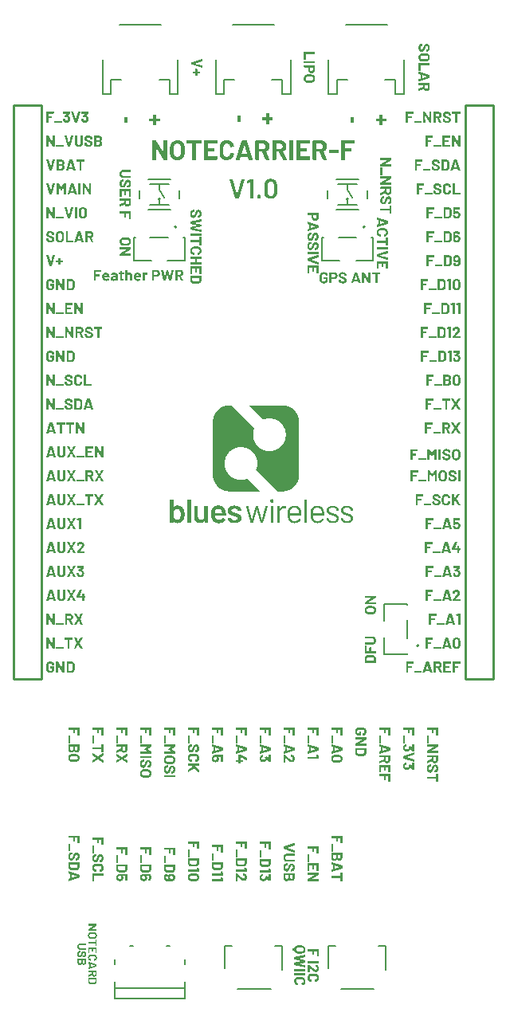
<source format=gto>
G04*
G04 #@! TF.GenerationSoftware,Altium Limited,Altium Designer,22.4.2 (48)*
G04*
G04 Layer_Color=65535*
%FSLAX25Y25*%
%MOIN*%
G70*
G04*
G04 #@! TF.SameCoordinates,63F2D315-15D7-4541-B076-0863086383BD*
G04*
G04*
G04 #@! TF.FilePolarity,Positive*
G04*
G01*
G75*
%ADD10C,0.00787*%
%ADD11C,0.00500*%
%ADD12C,0.01000*%
G36*
X112960Y245542D02*
X113536D01*
Y245470D01*
X113824D01*
Y245398D01*
X114112D01*
Y245326D01*
X114328D01*
Y245254D01*
X114616D01*
Y245182D01*
X114760D01*
Y245110D01*
X114976D01*
Y245038D01*
X115120D01*
Y244966D01*
X115264D01*
Y244894D01*
X115408D01*
Y244822D01*
X115552D01*
Y244750D01*
X115696D01*
Y244678D01*
X115840D01*
Y244606D01*
X115912D01*
Y244534D01*
X116056D01*
Y244462D01*
X116128D01*
Y244390D01*
X116272D01*
Y244318D01*
X116344D01*
Y244246D01*
X116416D01*
Y244174D01*
X116560D01*
Y244102D01*
X116632D01*
Y244030D01*
X116704D01*
Y243958D01*
X116776D01*
Y243886D01*
X116848D01*
Y243814D01*
X116920D01*
Y243742D01*
X116992D01*
Y243670D01*
X117064D01*
Y243598D01*
X117208D01*
Y243454D01*
X117280D01*
Y243382D01*
X117352D01*
Y243310D01*
X117424D01*
Y243238D01*
X117496D01*
Y243166D01*
X117568D01*
Y243094D01*
X117640D01*
Y243022D01*
X117712D01*
Y242878D01*
X117784D01*
Y242806D01*
X117856D01*
Y242662D01*
X117928D01*
Y242590D01*
X118000D01*
Y242518D01*
X118072D01*
Y242374D01*
X118144D01*
Y242230D01*
X118216D01*
Y242158D01*
X118288D01*
Y242014D01*
X118360D01*
Y241870D01*
X118432D01*
Y241726D01*
X118504D01*
Y241582D01*
X118576D01*
Y241438D01*
X118648D01*
Y241222D01*
X118720D01*
Y241006D01*
X118792D01*
Y240790D01*
X118864D01*
Y240574D01*
X118936D01*
Y240286D01*
X119008D01*
Y239926D01*
X119080D01*
Y239350D01*
X119152D01*
Y215806D01*
X119080D01*
Y215302D01*
X119008D01*
Y214942D01*
X118936D01*
Y214654D01*
X118864D01*
Y214438D01*
X118792D01*
Y214222D01*
X118720D01*
Y214006D01*
X118648D01*
Y213790D01*
X118576D01*
Y213646D01*
X118504D01*
Y213502D01*
X118432D01*
Y213358D01*
X118360D01*
Y213214D01*
X118288D01*
Y213070D01*
X118216D01*
Y212998D01*
X118144D01*
Y212854D01*
X118072D01*
Y212710D01*
X118000D01*
Y212638D01*
X117928D01*
Y212566D01*
X117856D01*
Y212422D01*
X117784D01*
Y212350D01*
X117712D01*
Y212278D01*
X117640D01*
Y212134D01*
X117568D01*
Y212062D01*
X117496D01*
Y211990D01*
X117424D01*
Y211918D01*
X117352D01*
Y211846D01*
X117280D01*
Y211774D01*
X117208D01*
Y211702D01*
X117136D01*
Y211558D01*
X116992D01*
Y211486D01*
X116920D01*
Y211414D01*
X116848D01*
Y211342D01*
X116776D01*
Y211270D01*
X116704D01*
Y211198D01*
X116632D01*
Y211126D01*
X116560D01*
Y211054D01*
X116416D01*
Y210982D01*
X116344D01*
Y210910D01*
X116272D01*
Y210838D01*
X116128D01*
Y210766D01*
X116056D01*
Y210694D01*
X115912D01*
Y210622D01*
X115840D01*
Y210550D01*
X115696D01*
Y210478D01*
X115552D01*
Y210406D01*
X115408D01*
Y210334D01*
X115264D01*
Y210262D01*
X115120D01*
Y210190D01*
X114976D01*
Y210118D01*
X114760D01*
Y210046D01*
X114544D01*
Y209974D01*
X114328D01*
Y209902D01*
X114112D01*
Y209830D01*
X113824D01*
Y209758D01*
X113464D01*
Y209686D01*
X112960D01*
Y209614D01*
X110080D01*
Y209686D01*
X110008D01*
Y209758D01*
X109936D01*
Y209830D01*
X109864D01*
Y209902D01*
X109792D01*
Y209974D01*
X109720D01*
Y210046D01*
X109648D01*
Y210118D01*
X109576D01*
Y210190D01*
X109504D01*
Y210262D01*
X109432D01*
Y210334D01*
X109360D01*
Y210406D01*
X109288D01*
Y210478D01*
X109216D01*
Y210550D01*
X109144D01*
Y210622D01*
X109072D01*
Y210694D01*
X109000D01*
Y210766D01*
X108928D01*
Y210838D01*
X108856D01*
Y210910D01*
X108784D01*
Y210982D01*
X108712D01*
Y211054D01*
X108640D01*
Y211126D01*
X108568D01*
Y211198D01*
X108496D01*
Y211270D01*
X108424D01*
Y211342D01*
X108352D01*
Y211414D01*
X108280D01*
Y211486D01*
X108208D01*
Y211558D01*
X108136D01*
Y211630D01*
X108064D01*
Y211702D01*
X107992D01*
Y211774D01*
X107920D01*
Y211846D01*
X107848D01*
Y211918D01*
X107776D01*
Y211990D01*
X107704D01*
Y212062D01*
X107632D01*
Y212134D01*
X107560D01*
Y212206D01*
X107488D01*
Y212278D01*
X107416D01*
Y212350D01*
X107344D01*
Y212422D01*
X107272D01*
Y212494D01*
X107200D01*
Y212566D01*
X107128D01*
Y212638D01*
X107056D01*
Y212710D01*
X106984D01*
Y212782D01*
X106912D01*
Y212854D01*
X106840D01*
Y212926D01*
X106768D01*
Y212998D01*
X106696D01*
Y213070D01*
X106624D01*
Y213142D01*
X106552D01*
Y213214D01*
X106480D01*
Y213286D01*
X106408D01*
Y213358D01*
X106336D01*
Y213430D01*
X106264D01*
Y213502D01*
X106192D01*
Y213574D01*
X106120D01*
Y213646D01*
X106048D01*
Y213718D01*
X105976D01*
Y213790D01*
X105904D01*
Y213862D01*
X105832D01*
Y213934D01*
X105760D01*
Y214006D01*
X105688D01*
Y214078D01*
X105616D01*
Y214150D01*
X105544D01*
Y214222D01*
X105472D01*
Y214294D01*
X105400D01*
Y214366D01*
X105328D01*
Y214438D01*
X105256D01*
Y214510D01*
X105184D01*
Y214582D01*
X105112D01*
Y214654D01*
X105040D01*
Y214726D01*
X104968D01*
Y214798D01*
X104896D01*
Y214870D01*
X104824D01*
Y214942D01*
X104752D01*
Y215014D01*
X104680D01*
Y215086D01*
X104608D01*
Y215158D01*
X104536D01*
Y215230D01*
X104464D01*
Y215302D01*
X104392D01*
Y215374D01*
X104320D01*
Y215446D01*
X104248D01*
Y215518D01*
X104176D01*
Y215590D01*
X104104D01*
Y215662D01*
X104032D01*
Y215734D01*
X103960D01*
Y215806D01*
X103888D01*
Y215878D01*
X103816D01*
Y215950D01*
X103744D01*
Y216022D01*
X103672D01*
Y216094D01*
X103600D01*
Y216166D01*
X103528D01*
Y216238D01*
X103456D01*
Y216310D01*
X103384D01*
Y216382D01*
X103312D01*
Y216454D01*
X103240D01*
Y216526D01*
X103168D01*
Y216598D01*
X103096D01*
Y216670D01*
X103024D01*
Y216742D01*
X102952D01*
Y216814D01*
X102880D01*
Y216886D01*
X102808D01*
Y216958D01*
X102736D01*
Y217030D01*
X102664D01*
Y217102D01*
X102592D01*
Y217174D01*
X102520D01*
Y217246D01*
X102448D01*
Y217318D01*
X102376D01*
Y217390D01*
X102304D01*
Y217462D01*
X102232D01*
Y217534D01*
X102160D01*
Y217606D01*
X102088D01*
Y217678D01*
X102016D01*
Y217750D01*
X101944D01*
Y217822D01*
X101872D01*
Y217894D01*
X101800D01*
Y217966D01*
X101728D01*
Y218038D01*
X101656D01*
Y218110D01*
X101584D01*
Y218182D01*
X101512D01*
Y218254D01*
X101440D01*
Y218326D01*
X101368D01*
Y218398D01*
X101296D01*
Y218470D01*
X101224D01*
Y218542D01*
X101152D01*
Y218614D01*
X101224D01*
Y218830D01*
X101296D01*
Y218974D01*
X101368D01*
Y219190D01*
X101440D01*
Y219478D01*
X101512D01*
Y219766D01*
X101584D01*
Y220126D01*
X101656D01*
Y220630D01*
X101728D01*
Y221926D01*
X101656D01*
Y222430D01*
X101584D01*
Y222790D01*
X101512D01*
Y223078D01*
X101440D01*
Y223366D01*
X101368D01*
Y223582D01*
X101296D01*
Y223726D01*
X101224D01*
Y223942D01*
X101152D01*
Y224086D01*
X101080D01*
Y224230D01*
X101008D01*
Y224374D01*
X100936D01*
Y224518D01*
X100864D01*
Y224662D01*
X100792D01*
Y224806D01*
X100720D01*
Y224878D01*
X100648D01*
Y225022D01*
X100576D01*
Y225094D01*
X100504D01*
Y225238D01*
X100432D01*
Y225310D01*
X100360D01*
Y225454D01*
X100288D01*
Y225526D01*
X100216D01*
Y225598D01*
X100144D01*
Y225670D01*
X100072D01*
Y225742D01*
X100000D01*
Y225814D01*
Y225886D01*
X99928D01*
Y225958D01*
X99856D01*
Y226030D01*
X99784D01*
Y226102D01*
X99712D01*
Y226174D01*
X99640D01*
Y226246D01*
X99568D01*
Y226318D01*
X99496D01*
Y226390D01*
X99424D01*
Y226462D01*
X99280D01*
Y226534D01*
X99208D01*
Y226606D01*
X99136D01*
Y226678D01*
X99064D01*
Y226750D01*
X98920D01*
Y226822D01*
X98848D01*
Y226894D01*
X98776D01*
Y226966D01*
X98632D01*
Y227038D01*
X98560D01*
Y227110D01*
X98416D01*
Y227182D01*
X98272D01*
Y227254D01*
X98200D01*
Y227326D01*
X98056D01*
Y227398D01*
X97912D01*
Y227470D01*
X97696D01*
Y227542D01*
X97552D01*
Y227614D01*
X97408D01*
Y227686D01*
X97192D01*
Y227758D01*
X96976D01*
Y227830D01*
X96760D01*
Y227902D01*
X96544D01*
Y227974D01*
X96184D01*
Y228046D01*
X95752D01*
Y228118D01*
X94024D01*
Y228046D01*
X93520D01*
Y227974D01*
X93232D01*
Y227902D01*
X93016D01*
Y227830D01*
X92728D01*
Y227758D01*
X92512D01*
Y227686D01*
X92296D01*
Y227614D01*
X92152D01*
Y227542D01*
X92008D01*
Y227470D01*
X91864D01*
Y227398D01*
X91648D01*
Y227326D01*
X91504D01*
Y227254D01*
X91432D01*
Y227182D01*
X91288D01*
Y227110D01*
X91144D01*
Y227038D01*
X91072D01*
Y226966D01*
X91000D01*
Y226894D01*
X90856D01*
Y226822D01*
X90784D01*
Y226750D01*
X90640D01*
Y226678D01*
X90568D01*
Y226606D01*
X90496D01*
Y226534D01*
X90424D01*
Y226462D01*
X90280D01*
Y226390D01*
X90208D01*
Y226318D01*
X90136D01*
Y226246D01*
X90064D01*
Y226174D01*
X89992D01*
Y226102D01*
X89920D01*
Y226030D01*
X89848D01*
Y225958D01*
X89776D01*
Y225886D01*
X89704D01*
Y225742D01*
X89632D01*
Y225670D01*
X89560D01*
Y225598D01*
X89488D01*
Y225526D01*
X89416D01*
Y225454D01*
X89344D01*
Y225310D01*
X89272D01*
Y225238D01*
X89200D01*
Y225094D01*
X89128D01*
Y225022D01*
X89056D01*
Y224878D01*
X88984D01*
Y224734D01*
X88912D01*
Y224662D01*
X88840D01*
Y224518D01*
X88768D01*
Y224374D01*
X88696D01*
Y224230D01*
X88624D01*
Y224086D01*
X88552D01*
Y223870D01*
X88480D01*
Y223654D01*
X88408D01*
Y223438D01*
X88336D01*
Y223294D01*
X88264D01*
Y223006D01*
X88192D01*
Y222718D01*
X88120D01*
Y222286D01*
X88048D01*
Y221566D01*
X87976D01*
Y220846D01*
X88048D01*
Y220198D01*
X88120D01*
Y219838D01*
X88192D01*
Y219550D01*
X88264D01*
Y219262D01*
X88336D01*
Y219046D01*
X88408D01*
Y218830D01*
X88480D01*
Y218686D01*
X88552D01*
Y218542D01*
X88624D01*
Y218326D01*
X88696D01*
Y218182D01*
X88768D01*
Y218038D01*
X88840D01*
Y217966D01*
X88912D01*
Y217822D01*
X88984D01*
Y217678D01*
X89056D01*
Y217606D01*
X89128D01*
Y217462D01*
X89200D01*
Y217390D01*
X89272D01*
Y217246D01*
X89344D01*
Y217174D01*
X89416D01*
Y217102D01*
X89488D01*
Y216958D01*
X89560D01*
Y216886D01*
X89632D01*
Y216814D01*
X89704D01*
Y216742D01*
X89776D01*
Y216670D01*
X89848D01*
Y216526D01*
X89920D01*
Y216454D01*
X89992D01*
Y216382D01*
X90136D01*
Y216310D01*
X90208D01*
Y216238D01*
X90280D01*
Y216166D01*
X90352D01*
Y216094D01*
X90424D01*
Y216022D01*
X90496D01*
Y215950D01*
X90568D01*
Y215878D01*
X90712D01*
Y215806D01*
X90784D01*
Y215734D01*
X90856D01*
Y215662D01*
X91000D01*
Y215590D01*
X91072D01*
Y215518D01*
X91216D01*
Y215446D01*
X91288D01*
Y215374D01*
X91432D01*
Y215302D01*
X91576D01*
Y215230D01*
X91648D01*
Y215158D01*
X91792D01*
Y215086D01*
X91936D01*
Y215014D01*
X92152D01*
Y214942D01*
X92296D01*
Y214870D01*
X92512D01*
Y214798D01*
X92728D01*
Y214726D01*
X92944D01*
Y214654D01*
X93160D01*
Y214582D01*
X93520D01*
Y214510D01*
X94024D01*
Y214438D01*
X95752D01*
Y214510D01*
X96184D01*
Y214582D01*
X96544D01*
Y214654D01*
X96832D01*
Y214726D01*
X97048D01*
Y214798D01*
X97264D01*
Y214870D01*
X97408D01*
Y214942D01*
X97552D01*
Y214870D01*
X97624D01*
Y214798D01*
X97696D01*
Y214726D01*
X97768D01*
Y214654D01*
X97840D01*
Y214582D01*
X97912D01*
Y214510D01*
X97984D01*
Y214438D01*
X98056D01*
Y214366D01*
X98128D01*
Y214294D01*
X98200D01*
Y214222D01*
X98272D01*
Y214150D01*
X98344D01*
Y214078D01*
X98416D01*
Y214006D01*
X98488D01*
Y213934D01*
X98560D01*
Y213862D01*
X98632D01*
Y213790D01*
X98704D01*
Y213718D01*
X98776D01*
Y213646D01*
X98848D01*
Y213574D01*
X98920D01*
Y213502D01*
X98992D01*
Y213430D01*
X99064D01*
Y213358D01*
X99136D01*
Y213286D01*
X99208D01*
Y213214D01*
X99280D01*
Y213142D01*
X99352D01*
Y213070D01*
X99424D01*
Y212998D01*
X99496D01*
Y212926D01*
X99568D01*
Y212854D01*
X99640D01*
Y212782D01*
X99712D01*
Y212710D01*
X99784D01*
Y212638D01*
X99856D01*
Y212566D01*
X99928D01*
Y212494D01*
X100000D01*
Y212422D01*
X100072D01*
Y212350D01*
X100144D01*
Y212278D01*
X100216D01*
Y212206D01*
X100288D01*
Y212134D01*
X100360D01*
Y212062D01*
X100432D01*
Y211990D01*
X100504D01*
Y211918D01*
X100576D01*
Y211846D01*
X100648D01*
Y211774D01*
X100720D01*
Y211702D01*
X100792D01*
Y211630D01*
X100864D01*
Y211558D01*
X100936D01*
Y211486D01*
X101008D01*
Y211414D01*
X101080D01*
Y211342D01*
X101152D01*
Y211270D01*
X101224D01*
Y211198D01*
X101296D01*
Y211126D01*
X101368D01*
Y211054D01*
X101440D01*
Y210982D01*
X101512D01*
Y210910D01*
X101584D01*
Y210838D01*
X101656D01*
Y210766D01*
X101728D01*
Y210694D01*
X101800D01*
Y210622D01*
X101872D01*
Y210550D01*
X101944D01*
Y210478D01*
X102016D01*
Y210406D01*
X102088D01*
Y210334D01*
X102160D01*
Y210262D01*
X102232D01*
Y210190D01*
X102304D01*
Y210118D01*
X102376D01*
Y210046D01*
X102448D01*
Y209974D01*
X102520D01*
Y209902D01*
X102592D01*
Y209830D01*
X102664D01*
Y209758D01*
X102736D01*
Y209686D01*
X102808D01*
Y209614D01*
X89344D01*
Y209686D01*
X88840D01*
Y209758D01*
X88480D01*
Y209830D01*
X88192D01*
Y209902D01*
X87976D01*
Y209974D01*
X87760D01*
Y210046D01*
X87544D01*
Y210118D01*
X87328D01*
Y210190D01*
X87184D01*
Y210262D01*
X87040D01*
Y210334D01*
X86896D01*
Y210406D01*
X86752D01*
Y210478D01*
X86608D01*
Y210550D01*
X86464D01*
Y210622D01*
X86392D01*
Y210694D01*
X86248D01*
Y210766D01*
X86176D01*
Y210838D01*
X86032D01*
Y210910D01*
X85960D01*
Y210982D01*
X85888D01*
Y211054D01*
X85744D01*
Y211126D01*
X85672D01*
Y211198D01*
X85600D01*
Y211270D01*
X85528D01*
Y211342D01*
X85456D01*
Y211414D01*
X85384D01*
Y211486D01*
X85312D01*
Y211558D01*
X85168D01*
Y211630D01*
X85096D01*
Y211702D01*
X85024D01*
Y211846D01*
X84952D01*
Y211918D01*
X84880D01*
Y211990D01*
X84808D01*
Y212062D01*
X84736D01*
Y212134D01*
X84664D01*
Y212206D01*
X84592D01*
Y212350D01*
X84520D01*
Y212422D01*
X84448D01*
Y212494D01*
X84376D01*
Y212638D01*
X84304D01*
Y212710D01*
X84232D01*
Y212854D01*
X84160D01*
Y212926D01*
X84088D01*
Y213070D01*
X84016D01*
Y213214D01*
X83944D01*
Y213358D01*
X83872D01*
Y213502D01*
X83800D01*
Y213646D01*
X83728D01*
Y213790D01*
X83656D01*
Y214006D01*
X83584D01*
Y214150D01*
X83512D01*
Y214366D01*
X83440D01*
Y214654D01*
X83368D01*
Y214942D01*
X83296D01*
Y215230D01*
X83224D01*
Y215734D01*
X83152D01*
Y239494D01*
X83224D01*
Y239998D01*
X83296D01*
Y240358D01*
X83368D01*
Y240574D01*
X83440D01*
Y240862D01*
X83512D01*
Y241078D01*
X83584D01*
Y241222D01*
X83656D01*
Y241438D01*
X83728D01*
Y241582D01*
X83800D01*
Y241726D01*
X83872D01*
Y241870D01*
X83944D01*
Y242014D01*
X84016D01*
Y242158D01*
X84088D01*
Y242230D01*
X84160D01*
Y242374D01*
X84232D01*
Y242518D01*
X84304D01*
Y242590D01*
X84376D01*
Y242734D01*
X84448D01*
Y242806D01*
X84520D01*
Y242878D01*
X84592D01*
Y243022D01*
X84664D01*
Y243094D01*
X84736D01*
Y243166D01*
X84808D01*
Y243238D01*
X84880D01*
Y243310D01*
X84952D01*
Y243382D01*
X85024D01*
Y243454D01*
X85096D01*
Y243598D01*
X85168D01*
Y243670D01*
X85240D01*
Y243742D01*
X85312D01*
Y243814D01*
X85456D01*
Y243886D01*
X85528D01*
Y243958D01*
X85600D01*
Y244030D01*
X85672D01*
Y244102D01*
X85744D01*
Y244174D01*
X85816D01*
Y244246D01*
X85960D01*
Y244318D01*
X86032D01*
Y244390D01*
X86176D01*
Y244462D01*
X86248D01*
Y244534D01*
X86392D01*
Y244606D01*
X86464D01*
Y244678D01*
X86608D01*
Y244750D01*
X86752D01*
Y244822D01*
X86896D01*
Y244894D01*
X87040D01*
Y244966D01*
X87184D01*
Y245038D01*
X87328D01*
Y245110D01*
X87544D01*
Y245182D01*
X87688D01*
Y245254D01*
X87976D01*
Y245326D01*
X88192D01*
Y245398D01*
X88480D01*
Y245470D01*
X88768D01*
Y245542D01*
X89344D01*
Y245614D01*
X90928D01*
Y245542D01*
X91000D01*
Y245470D01*
X91072D01*
Y245398D01*
X91144D01*
Y245326D01*
X91216D01*
Y245254D01*
X91288D01*
Y245182D01*
X91360D01*
Y245110D01*
X91432D01*
Y245038D01*
X91504D01*
Y244966D01*
X91576D01*
Y244894D01*
X91648D01*
Y244822D01*
X91720D01*
Y244750D01*
X91792D01*
Y244678D01*
X91864D01*
Y244606D01*
X91936D01*
Y244534D01*
X92008D01*
Y244462D01*
X92080D01*
Y244390D01*
X92152D01*
Y244318D01*
X92224D01*
Y244246D01*
X92296D01*
Y244174D01*
X92368D01*
Y244102D01*
X92440D01*
Y244030D01*
X92512D01*
Y243958D01*
X92584D01*
Y243886D01*
X92656D01*
Y243814D01*
X92728D01*
Y243742D01*
X92800D01*
Y243670D01*
X92872D01*
Y243598D01*
X92944D01*
Y243526D01*
X93016D01*
Y243454D01*
X93088D01*
Y243382D01*
X93160D01*
Y243310D01*
X93232D01*
Y243238D01*
X93304D01*
Y243166D01*
X93376D01*
Y243094D01*
X93448D01*
Y243022D01*
X93520D01*
Y242950D01*
X93592D01*
Y242878D01*
X93664D01*
Y242806D01*
X93736D01*
Y242734D01*
X93808D01*
Y242662D01*
X93880D01*
Y242590D01*
X93952D01*
Y242518D01*
X94024D01*
Y242446D01*
X94096D01*
Y242374D01*
X94168D01*
Y242302D01*
X94240D01*
Y242230D01*
X94312D01*
Y242158D01*
X94384D01*
Y242086D01*
X94456D01*
Y242014D01*
X94528D01*
Y241942D01*
X94600D01*
Y241870D01*
X94672D01*
Y241798D01*
X94744D01*
Y241726D01*
X94816D01*
Y241654D01*
X94888D01*
Y241582D01*
X94960D01*
Y241510D01*
X95032D01*
Y241438D01*
X95104D01*
Y241366D01*
X95176D01*
Y241294D01*
X95248D01*
Y241222D01*
X95320D01*
Y241150D01*
X95392D01*
Y241078D01*
X95464D01*
Y241006D01*
X95536D01*
Y240934D01*
X95608D01*
Y240862D01*
X95680D01*
Y240790D01*
X95752D01*
Y240718D01*
X95824D01*
Y240646D01*
X95896D01*
Y240574D01*
X95968D01*
Y240502D01*
X96040D01*
Y240430D01*
X96112D01*
Y240358D01*
X96184D01*
Y240286D01*
X96256D01*
Y240214D01*
X96328D01*
Y240142D01*
X96400D01*
Y240070D01*
X96472D01*
Y239998D01*
X96544D01*
Y239926D01*
X96616D01*
Y239854D01*
X96688D01*
Y239782D01*
X96760D01*
Y239710D01*
X96832D01*
Y239638D01*
X96904D01*
Y239566D01*
X96976D01*
Y239494D01*
X97048D01*
Y239422D01*
X97120D01*
Y239350D01*
X97192D01*
Y239278D01*
X97264D01*
Y239206D01*
X97336D01*
Y239134D01*
X97408D01*
Y239062D01*
X97480D01*
Y238990D01*
X97552D01*
Y238918D01*
X97624D01*
Y238846D01*
X97696D01*
Y238774D01*
X97768D01*
Y238702D01*
X97840D01*
Y238630D01*
X97912D01*
Y238558D01*
X97984D01*
Y238486D01*
X98056D01*
Y238414D01*
X98128D01*
Y238342D01*
X98200D01*
Y238270D01*
X98272D01*
Y238198D01*
X98344D01*
Y238126D01*
X98416D01*
Y238054D01*
X98488D01*
Y237982D01*
X98560D01*
Y237910D01*
X98632D01*
Y237838D01*
X98704D01*
Y237766D01*
X98776D01*
Y237694D01*
X98848D01*
Y237622D01*
X98920D01*
Y237550D01*
X98992D01*
Y237478D01*
X99064D01*
Y237406D01*
X99136D01*
Y237334D01*
X99208D01*
Y237262D01*
X99280D01*
Y237190D01*
X99352D01*
Y237118D01*
X99424D01*
Y237046D01*
X99496D01*
Y236974D01*
X99568D01*
Y236902D01*
X99640D01*
Y236830D01*
X99712D01*
Y236758D01*
X99784D01*
Y236686D01*
X99856D01*
Y236614D01*
X99928D01*
Y236542D01*
X100000D01*
Y236470D01*
X100072D01*
Y236398D01*
X100144D01*
Y236326D01*
X100216D01*
Y236254D01*
X100288D01*
Y236182D01*
X100360D01*
Y236110D01*
X100432D01*
Y235894D01*
X100360D01*
Y235678D01*
X100288D01*
Y235462D01*
X100216D01*
Y235246D01*
X100144D01*
Y235030D01*
X100072D01*
Y234670D01*
X100000D01*
Y234238D01*
X99928D01*
Y232438D01*
X100000D01*
Y231934D01*
X100072D01*
Y231646D01*
X100144D01*
Y231358D01*
X100216D01*
Y231142D01*
X100288D01*
Y230926D01*
X100360D01*
Y230782D01*
X100432D01*
Y230566D01*
X100504D01*
Y230422D01*
X100576D01*
Y230278D01*
X100648D01*
Y230134D01*
X100720D01*
Y229990D01*
X100792D01*
Y229846D01*
X100864D01*
Y229702D01*
X100936D01*
Y229630D01*
X101008D01*
Y229486D01*
X101080D01*
Y229414D01*
X101152D01*
Y229270D01*
X101224D01*
Y229198D01*
X101296D01*
Y229126D01*
X101368D01*
Y229054D01*
X101440D01*
Y228910D01*
X101512D01*
Y228838D01*
X101584D01*
Y228766D01*
X101656D01*
Y228694D01*
X101728D01*
Y228622D01*
X101800D01*
Y228550D01*
X101872D01*
Y228478D01*
X101944D01*
Y228406D01*
X102016D01*
Y228334D01*
X102088D01*
Y228262D01*
X102160D01*
Y228190D01*
X102232D01*
Y228118D01*
X102304D01*
Y228046D01*
X102376D01*
Y227974D01*
X102448D01*
Y227902D01*
X102592D01*
Y227830D01*
X102664D01*
Y227758D01*
X102808D01*
Y227686D01*
X102880D01*
Y227614D01*
X102952D01*
Y227542D01*
X103096D01*
Y227470D01*
X103168D01*
Y227398D01*
X103312D01*
Y227326D01*
X103456D01*
Y227254D01*
X103600D01*
Y227182D01*
X103744D01*
Y227110D01*
X103888D01*
Y227038D01*
X104032D01*
Y226966D01*
X104248D01*
Y226894D01*
X104392D01*
Y226822D01*
X104608D01*
Y226750D01*
X104824D01*
Y226678D01*
X105112D01*
Y226606D01*
X105400D01*
Y226534D01*
X105904D01*
Y226462D01*
X107560D01*
Y226534D01*
X107992D01*
Y226606D01*
X108352D01*
Y226678D01*
X108640D01*
Y226750D01*
X108856D01*
Y226822D01*
X109072D01*
Y226894D01*
X109288D01*
Y226966D01*
X109432D01*
Y227038D01*
X109576D01*
Y227110D01*
X109720D01*
Y227182D01*
X109936D01*
Y227254D01*
X110080D01*
Y227326D01*
X110152D01*
Y227398D01*
X110296D01*
Y227470D01*
X110440D01*
Y227542D01*
X110512D01*
Y227614D01*
X110656D01*
Y227686D01*
X110728D01*
Y227758D01*
X110872D01*
Y227830D01*
X110944D01*
Y227902D01*
X111016D01*
Y227974D01*
X111088D01*
Y228046D01*
X111232D01*
Y228118D01*
X111304D01*
Y228190D01*
X111376D01*
Y228262D01*
X111448D01*
Y228334D01*
X111520D01*
Y228406D01*
X111592D01*
Y228478D01*
X111664D01*
Y228550D01*
X111736D01*
Y228622D01*
X111808D01*
Y228694D01*
X111880D01*
Y228766D01*
X111952D01*
Y228838D01*
X112024D01*
Y228982D01*
X112096D01*
Y229054D01*
X112168D01*
Y229126D01*
X112240D01*
Y229198D01*
X112312D01*
Y229342D01*
X112384D01*
Y229414D01*
X112456D01*
Y229558D01*
X112528D01*
Y229630D01*
X112600D01*
Y229774D01*
X112672D01*
Y229918D01*
X112744D01*
Y229990D01*
X112816D01*
Y230134D01*
X112888D01*
Y230278D01*
X112960D01*
Y230422D01*
X113032D01*
Y230638D01*
X113104D01*
Y230782D01*
X113176D01*
Y230998D01*
X113248D01*
Y231214D01*
X113320D01*
Y231430D01*
X113392D01*
Y231718D01*
X113464D01*
Y232006D01*
X113536D01*
Y232510D01*
X113608D01*
Y234166D01*
X113536D01*
Y234598D01*
X113464D01*
Y234958D01*
X113392D01*
Y235246D01*
X113320D01*
Y235462D01*
X113248D01*
Y235678D01*
X113176D01*
Y235822D01*
X113104D01*
Y236038D01*
X113032D01*
Y236182D01*
X112960D01*
Y236326D01*
X112888D01*
Y236470D01*
X112816D01*
Y236614D01*
X112744D01*
Y236758D01*
X112672D01*
Y236830D01*
X112600D01*
Y236974D01*
X112528D01*
Y237046D01*
X112456D01*
Y237190D01*
X112384D01*
Y237262D01*
X112312D01*
Y237406D01*
X112240D01*
Y237478D01*
X112168D01*
Y237550D01*
X112096D01*
Y237694D01*
X112024D01*
Y237766D01*
X111952D01*
Y237838D01*
X111880D01*
Y237910D01*
X111808D01*
Y237982D01*
X111736D01*
Y238054D01*
X111664D01*
Y238126D01*
X111592D01*
Y238198D01*
X111520D01*
Y238270D01*
X111448D01*
Y238342D01*
X111376D01*
Y238414D01*
X111304D01*
Y238486D01*
X111232D01*
Y238558D01*
X111160D01*
Y238630D01*
X111088D01*
Y238702D01*
X110944D01*
Y238774D01*
X110872D01*
Y238846D01*
X110800D01*
Y238918D01*
X110656D01*
Y238990D01*
X110584D01*
Y239062D01*
X110440D01*
Y239134D01*
X110368D01*
Y239206D01*
X110224D01*
Y239278D01*
X110080D01*
Y239350D01*
X109936D01*
Y239422D01*
X109792D01*
Y239494D01*
X109648D01*
Y239566D01*
X109504D01*
Y239638D01*
X109360D01*
Y239710D01*
X109144D01*
Y239782D01*
X108928D01*
Y239854D01*
X108712D01*
Y239926D01*
X108496D01*
Y239998D01*
X108208D01*
Y240070D01*
X107776D01*
Y240142D01*
X105760D01*
Y240070D01*
X105328D01*
Y239998D01*
X105112D01*
Y239926D01*
X104824D01*
Y239854D01*
X104608D01*
Y239782D01*
X104392D01*
Y239710D01*
X104176D01*
Y239638D01*
X104104D01*
Y239710D01*
X104032D01*
Y239782D01*
X103960D01*
Y239854D01*
X103888D01*
Y239926D01*
X103816D01*
Y239998D01*
X103744D01*
Y240070D01*
X103672D01*
Y240142D01*
X103600D01*
Y240214D01*
X103528D01*
Y240286D01*
X103456D01*
Y240358D01*
X103384D01*
Y240430D01*
X103312D01*
Y240502D01*
X103240D01*
Y240574D01*
X103168D01*
Y240646D01*
X103096D01*
Y240718D01*
X103024D01*
Y240790D01*
X102952D01*
Y240862D01*
X102880D01*
Y240934D01*
X102808D01*
Y241006D01*
X102736D01*
Y241078D01*
X102664D01*
Y241150D01*
X102592D01*
Y241222D01*
X102520D01*
Y241294D01*
X102448D01*
Y241366D01*
X102376D01*
Y241438D01*
X102304D01*
Y241510D01*
X102232D01*
Y241582D01*
X102160D01*
Y241654D01*
X102088D01*
Y241726D01*
X102016D01*
Y241798D01*
X101944D01*
Y241870D01*
X101872D01*
Y241942D01*
X101800D01*
Y242014D01*
X101728D01*
Y242086D01*
X101656D01*
Y242158D01*
X101584D01*
Y242230D01*
X101512D01*
Y242302D01*
X101440D01*
Y242374D01*
X101368D01*
Y242446D01*
X101296D01*
Y242518D01*
X101224D01*
Y242590D01*
X101152D01*
Y242662D01*
X101080D01*
Y242734D01*
X101008D01*
Y242806D01*
X100936D01*
Y242878D01*
X100864D01*
Y242950D01*
X100792D01*
Y243022D01*
X100720D01*
Y243094D01*
X100648D01*
Y243166D01*
X100576D01*
Y243238D01*
X100504D01*
Y243310D01*
X100432D01*
Y243382D01*
X100360D01*
Y243454D01*
X100288D01*
Y243526D01*
X100216D01*
Y243598D01*
X100144D01*
Y243670D01*
X100072D01*
Y243742D01*
X100000D01*
Y243814D01*
X99928D01*
Y243886D01*
X99856D01*
Y243958D01*
X99784D01*
Y244030D01*
X99712D01*
Y244102D01*
X99640D01*
Y244174D01*
X99568D01*
Y244246D01*
X99496D01*
Y244318D01*
X99424D01*
Y244390D01*
X99352D01*
Y244462D01*
X99280D01*
Y244534D01*
X99208D01*
Y244606D01*
X99136D01*
Y244678D01*
X99064D01*
Y244750D01*
X98992D01*
Y244822D01*
X98920D01*
Y244894D01*
X98848D01*
Y244966D01*
X98776D01*
Y245038D01*
X98704D01*
Y245110D01*
X98632D01*
Y245182D01*
X98560D01*
Y245254D01*
X98488D01*
Y245326D01*
X98416D01*
Y245398D01*
X98344D01*
Y245470D01*
X98272D01*
Y245542D01*
X98200D01*
Y245614D01*
X112960D01*
Y245542D01*
D02*
G37*
G36*
X108000Y206333D02*
X108167D01*
Y206250D01*
X108250D01*
Y206167D01*
X108333D01*
Y206083D01*
X108417D01*
Y206000D01*
X108500D01*
Y205250D01*
X108417D01*
Y205167D01*
X108333D01*
Y205083D01*
X108250D01*
Y205000D01*
X108167D01*
Y204917D01*
X107917D01*
Y204833D01*
X107667D01*
Y204917D01*
X107417D01*
Y205000D01*
X107250D01*
Y205083D01*
X107167D01*
Y205167D01*
X107083D01*
Y205417D01*
X107000D01*
Y205917D01*
X107083D01*
Y206083D01*
X107167D01*
Y206167D01*
X107250D01*
Y206250D01*
X107333D01*
Y206333D01*
X107583D01*
Y206417D01*
X108000D01*
Y206333D01*
D02*
G37*
G36*
X113500Y203500D02*
X113667D01*
Y203417D01*
X113833D01*
Y203083D01*
X113750D01*
Y202750D01*
X113667D01*
Y202500D01*
X113417D01*
Y202583D01*
X112417D01*
Y202500D01*
X112167D01*
Y202417D01*
X112000D01*
Y202333D01*
X111833D01*
Y202250D01*
X111750D01*
Y202167D01*
X111667D01*
Y202083D01*
X111583D01*
Y202000D01*
X111500D01*
Y201917D01*
X111417D01*
Y201750D01*
X111333D01*
Y201667D01*
X111250D01*
Y201500D01*
X111167D01*
Y201167D01*
X111083D01*
Y196500D01*
X110167D01*
Y196583D01*
X110083D01*
Y200583D01*
Y200667D01*
Y203417D01*
X110167D01*
Y203500D01*
X110250D01*
Y203583D01*
X111000D01*
Y203500D01*
X111083D01*
Y202500D01*
X111167D01*
Y202583D01*
X111250D01*
Y202750D01*
X111333D01*
Y202833D01*
X111417D01*
Y202917D01*
X111500D01*
Y203000D01*
X111583D01*
Y203083D01*
X111667D01*
Y203167D01*
X111750D01*
Y203250D01*
X111833D01*
Y203333D01*
X112000D01*
Y203417D01*
X112167D01*
Y203500D01*
X112417D01*
Y203583D01*
X113500D01*
Y203500D01*
D02*
G37*
G36*
X139917D02*
X140250D01*
Y203417D01*
X140500D01*
Y203333D01*
X140667D01*
Y203250D01*
X140833D01*
Y203167D01*
X140917D01*
Y203083D01*
X141083D01*
Y203000D01*
X141167D01*
Y202917D01*
X141250D01*
Y202833D01*
X141333D01*
Y202750D01*
X141417D01*
Y202583D01*
X141500D01*
Y202500D01*
X141583D01*
Y202333D01*
X141667D01*
Y202000D01*
X141750D01*
Y201583D01*
X141667D01*
Y201500D01*
X140917D01*
Y201583D01*
X140833D01*
Y202000D01*
X140750D01*
Y202167D01*
X140667D01*
Y202250D01*
X140583D01*
Y202333D01*
X140500D01*
Y202417D01*
X140417D01*
Y202500D01*
X140333D01*
Y202583D01*
X140167D01*
Y202667D01*
X140000D01*
Y202750D01*
X139667D01*
Y202833D01*
X138667D01*
Y202750D01*
X138333D01*
Y202667D01*
X138167D01*
Y202583D01*
X138000D01*
Y202500D01*
X137917D01*
Y202417D01*
X137833D01*
Y202333D01*
X137750D01*
Y202250D01*
X137667D01*
Y202083D01*
X137583D01*
Y201417D01*
X137667D01*
Y201250D01*
X137750D01*
Y201167D01*
X137833D01*
Y201083D01*
X137917D01*
Y201000D01*
X138083D01*
Y200917D01*
X138250D01*
Y200833D01*
X138417D01*
Y200750D01*
X138583D01*
Y200667D01*
X138833D01*
Y200583D01*
X139083D01*
Y200500D01*
X139417D01*
Y200417D01*
X139667D01*
Y200333D01*
X139917D01*
Y200250D01*
X140167D01*
Y200167D01*
X140417D01*
Y200083D01*
X140583D01*
Y200000D01*
X140750D01*
Y199917D01*
X140917D01*
Y199833D01*
X141083D01*
Y199750D01*
X141167D01*
Y199667D01*
X141250D01*
Y199583D01*
X141333D01*
Y199500D01*
X141417D01*
Y199417D01*
X141500D01*
Y199333D01*
X141583D01*
Y199167D01*
X141667D01*
Y199000D01*
X141750D01*
Y198750D01*
X141833D01*
Y198083D01*
X141750D01*
Y197750D01*
X141667D01*
Y197583D01*
X141583D01*
Y197417D01*
X141500D01*
Y197333D01*
X141417D01*
Y197250D01*
X141333D01*
Y197083D01*
X141167D01*
Y197000D01*
X141083D01*
Y196917D01*
X140917D01*
Y196833D01*
X140833D01*
Y196750D01*
X140667D01*
Y196667D01*
X140417D01*
Y196583D01*
X140250D01*
Y196500D01*
X139833D01*
Y196417D01*
X138667D01*
Y196500D01*
X138250D01*
Y196583D01*
X138000D01*
Y196667D01*
X137750D01*
Y196750D01*
X137583D01*
Y196833D01*
X137417D01*
Y196917D01*
X137333D01*
Y197000D01*
X137250D01*
Y197083D01*
X137083D01*
Y197167D01*
X137000D01*
Y197250D01*
X136917D01*
Y197417D01*
X136833D01*
Y197500D01*
X136750D01*
Y197667D01*
X136667D01*
Y197917D01*
X136583D01*
Y198500D01*
X136667D01*
Y198583D01*
X137417D01*
Y198500D01*
X137500D01*
Y198083D01*
X137583D01*
Y197917D01*
X137667D01*
Y197750D01*
X137750D01*
Y197667D01*
X137833D01*
Y197583D01*
X137917D01*
Y197500D01*
X138083D01*
Y197417D01*
X138250D01*
Y197333D01*
X138417D01*
Y197250D01*
X138750D01*
Y197167D01*
X139750D01*
Y197250D01*
X140000D01*
Y197333D01*
X140167D01*
Y197417D01*
X140333D01*
Y197500D01*
X140500D01*
Y197583D01*
X140583D01*
Y197667D01*
X140667D01*
Y197833D01*
X140750D01*
Y198000D01*
X140833D01*
Y198667D01*
X140750D01*
Y198833D01*
X140667D01*
Y198917D01*
X140583D01*
Y199000D01*
X140500D01*
Y199083D01*
X140333D01*
Y199167D01*
X140167D01*
Y199250D01*
X140000D01*
Y199333D01*
X139833D01*
Y199417D01*
X139583D01*
Y199500D01*
X139250D01*
Y199583D01*
X139000D01*
Y199667D01*
X138750D01*
Y199750D01*
X138500D01*
Y199833D01*
X138250D01*
Y199917D01*
X138000D01*
Y200000D01*
X137833D01*
Y200083D01*
X137667D01*
Y200167D01*
X137500D01*
Y200250D01*
X137333D01*
Y200333D01*
X137250D01*
Y200417D01*
X137167D01*
Y200500D01*
X137083D01*
Y200583D01*
X137000D01*
Y200667D01*
X136917D01*
Y200750D01*
X136833D01*
Y200917D01*
X136750D01*
Y201083D01*
X136667D01*
Y202250D01*
X136750D01*
Y202417D01*
X136833D01*
Y202583D01*
X136917D01*
Y202750D01*
X137000D01*
Y202833D01*
X137083D01*
Y202917D01*
X137167D01*
Y203000D01*
X137250D01*
Y203083D01*
X137417D01*
Y203167D01*
X137500D01*
Y203250D01*
X137667D01*
Y203333D01*
X137833D01*
Y203417D01*
X138083D01*
Y203500D01*
X138417D01*
Y203583D01*
X139917D01*
Y203500D01*
D02*
G37*
G36*
X133917D02*
X134250D01*
Y203417D01*
X134500D01*
Y203333D01*
X134667D01*
Y203250D01*
X134833D01*
Y203167D01*
X135000D01*
Y203083D01*
X135083D01*
Y203000D01*
X135167D01*
Y202917D01*
X135250D01*
Y202833D01*
X135333D01*
Y202750D01*
X135417D01*
Y202667D01*
X135500D01*
Y202500D01*
X135583D01*
Y202333D01*
X135667D01*
Y202167D01*
X135750D01*
Y201583D01*
X135667D01*
Y201500D01*
X134917D01*
Y201583D01*
X134833D01*
Y202000D01*
X134750D01*
Y202167D01*
X134667D01*
Y202333D01*
X134583D01*
Y202417D01*
X134417D01*
Y202500D01*
X134333D01*
Y202583D01*
X134167D01*
Y202667D01*
X134000D01*
Y202750D01*
X133667D01*
Y202833D01*
X132667D01*
Y202750D01*
X132417D01*
Y202667D01*
X132167D01*
Y202583D01*
X132000D01*
Y202500D01*
X131917D01*
Y202417D01*
X131833D01*
Y202333D01*
X131750D01*
Y202250D01*
X131667D01*
Y202083D01*
X131583D01*
Y201417D01*
X131667D01*
Y201250D01*
X131750D01*
Y201167D01*
X131833D01*
Y201083D01*
X131917D01*
Y201000D01*
X132083D01*
Y200917D01*
X132250D01*
Y200833D01*
X132417D01*
Y200750D01*
X132667D01*
Y200667D01*
X132833D01*
Y200583D01*
X133167D01*
Y200500D01*
X133417D01*
Y200417D01*
X133667D01*
Y200333D01*
X133917D01*
Y200250D01*
X134167D01*
Y200167D01*
X134417D01*
Y200083D01*
X134667D01*
Y200000D01*
X134833D01*
Y199917D01*
X134917D01*
Y199833D01*
X135083D01*
Y199750D01*
X135167D01*
Y199667D01*
X135333D01*
Y199583D01*
X135417D01*
Y199500D01*
X135500D01*
Y199333D01*
X135583D01*
Y199250D01*
X135667D01*
Y199083D01*
X135750D01*
Y198833D01*
X135833D01*
Y197917D01*
X135750D01*
Y197667D01*
X135667D01*
Y197500D01*
X135583D01*
Y197417D01*
X135500D01*
Y197250D01*
X135417D01*
Y197167D01*
X135333D01*
Y197083D01*
X135250D01*
Y197000D01*
X135083D01*
Y196917D01*
X135000D01*
Y196833D01*
X134833D01*
Y196750D01*
X134667D01*
Y196667D01*
X134500D01*
Y196583D01*
X134250D01*
Y196500D01*
X133833D01*
Y196417D01*
X132750D01*
Y196500D01*
X132250D01*
Y196583D01*
X132000D01*
Y196667D01*
X131750D01*
Y196750D01*
X131583D01*
Y196833D01*
X131500D01*
Y196917D01*
X131333D01*
Y197000D01*
X131250D01*
Y197083D01*
X131167D01*
Y197167D01*
X131083D01*
Y197250D01*
X131000D01*
Y197333D01*
X130917D01*
Y197417D01*
X130833D01*
Y197583D01*
X130750D01*
Y197750D01*
X130667D01*
Y198083D01*
X130583D01*
Y198500D01*
X130667D01*
Y198583D01*
X131500D01*
Y198250D01*
X131583D01*
Y197917D01*
X131667D01*
Y197833D01*
X131750D01*
Y197667D01*
X131833D01*
Y197583D01*
X132000D01*
Y197500D01*
X132083D01*
Y197417D01*
X132250D01*
Y197333D01*
X132417D01*
Y197250D01*
X132750D01*
Y197167D01*
X133750D01*
Y197250D01*
X134000D01*
Y197333D01*
X134250D01*
Y197417D01*
X134417D01*
Y197500D01*
X134500D01*
Y197583D01*
X134583D01*
Y197667D01*
X134667D01*
Y197750D01*
X134750D01*
Y197917D01*
X134833D01*
Y198250D01*
X134917D01*
Y198417D01*
X134833D01*
Y198750D01*
X134750D01*
Y198833D01*
X134667D01*
Y198917D01*
X134583D01*
Y199000D01*
X134500D01*
Y199083D01*
X134417D01*
Y199167D01*
X134250D01*
Y199250D01*
X134083D01*
Y199333D01*
X133833D01*
Y199417D01*
X133583D01*
Y199500D01*
X133333D01*
Y199583D01*
X133000D01*
Y199667D01*
X132750D01*
Y199750D01*
X132500D01*
Y199833D01*
X132250D01*
Y199917D01*
X132083D01*
Y200000D01*
X131833D01*
Y200083D01*
X131667D01*
Y200167D01*
X131500D01*
Y200250D01*
X131417D01*
Y200333D01*
X131250D01*
Y200417D01*
X131167D01*
Y200500D01*
X131083D01*
Y200583D01*
X131000D01*
Y200667D01*
X130917D01*
Y200833D01*
X130833D01*
Y201000D01*
X130750D01*
Y201250D01*
X130667D01*
Y202167D01*
X130750D01*
Y202417D01*
X130833D01*
Y202583D01*
X130917D01*
Y202667D01*
X131000D01*
Y202833D01*
X131083D01*
Y202917D01*
X131167D01*
Y203000D01*
X131250D01*
Y203083D01*
X131417D01*
Y203167D01*
X131583D01*
Y203250D01*
X131667D01*
Y203333D01*
X131917D01*
Y203417D01*
X132083D01*
Y203500D01*
X132417D01*
Y203583D01*
X133917D01*
Y203500D01*
D02*
G37*
G36*
X92333Y203667D02*
X93000D01*
Y203583D01*
X93333D01*
Y203500D01*
X93500D01*
Y203417D01*
X93750D01*
Y203333D01*
X93917D01*
Y203250D01*
X94000D01*
Y203167D01*
X94167D01*
Y203083D01*
X94250D01*
Y203000D01*
X94333D01*
Y202917D01*
X94417D01*
Y202833D01*
X94500D01*
Y202750D01*
X94583D01*
Y202667D01*
X94667D01*
Y202500D01*
X94750D01*
Y202333D01*
X94833D01*
Y202083D01*
X94917D01*
Y201500D01*
X94833D01*
Y201417D01*
X93500D01*
Y201500D01*
X93417D01*
Y201833D01*
X93333D01*
Y202000D01*
X93250D01*
Y202083D01*
X93167D01*
Y202167D01*
X93000D01*
Y202250D01*
X92833D01*
Y202333D01*
X92667D01*
Y202417D01*
X91583D01*
Y202333D01*
X91333D01*
Y202250D01*
X91167D01*
Y202167D01*
X91083D01*
Y202083D01*
X91000D01*
Y202000D01*
X90917D01*
Y201833D01*
X90833D01*
Y201500D01*
X90917D01*
Y201333D01*
X91000D01*
Y201250D01*
X91083D01*
Y201167D01*
X91250D01*
Y201083D01*
X91500D01*
Y201000D01*
X91667D01*
Y200917D01*
X91917D01*
Y200833D01*
X92250D01*
Y200750D01*
X92500D01*
Y200667D01*
X92750D01*
Y200583D01*
X93083D01*
Y200500D01*
X93250D01*
Y200417D01*
X93500D01*
Y200333D01*
X93667D01*
Y200250D01*
X93917D01*
Y200167D01*
X94000D01*
Y200083D01*
X94167D01*
Y200000D01*
X94333D01*
Y199917D01*
X94417D01*
Y199833D01*
X94500D01*
Y199750D01*
X94583D01*
Y199667D01*
X94667D01*
Y199583D01*
X94750D01*
Y199417D01*
X94833D01*
Y199333D01*
X94917D01*
Y199083D01*
X95000D01*
Y197917D01*
X94917D01*
Y197667D01*
X94833D01*
Y197500D01*
X94750D01*
Y197417D01*
X94667D01*
Y197333D01*
X94583D01*
Y197167D01*
X94500D01*
Y197083D01*
X94333D01*
Y197000D01*
X94250D01*
Y196917D01*
X94083D01*
Y196833D01*
X93917D01*
Y196750D01*
X93833D01*
Y196667D01*
X93583D01*
Y196583D01*
X93333D01*
Y196500D01*
X93000D01*
Y196417D01*
X91333D01*
Y196500D01*
X91000D01*
Y196583D01*
X90667D01*
Y196667D01*
X90500D01*
Y196750D01*
X90333D01*
Y196833D01*
X90167D01*
Y196917D01*
X90000D01*
Y197000D01*
X89917D01*
Y197083D01*
X89833D01*
Y197167D01*
X89750D01*
Y197250D01*
X89667D01*
Y197333D01*
X89583D01*
Y197417D01*
X89500D01*
Y197583D01*
X89417D01*
Y197750D01*
X89333D01*
Y198000D01*
X89250D01*
Y198667D01*
X90750D01*
Y198500D01*
X90833D01*
Y198167D01*
X90917D01*
Y198083D01*
X91000D01*
Y198000D01*
X91083D01*
Y197917D01*
X91167D01*
Y197833D01*
X91333D01*
Y197750D01*
X91500D01*
Y197667D01*
X91917D01*
Y197583D01*
X92417D01*
Y197667D01*
X92750D01*
Y197750D01*
X93000D01*
Y197833D01*
X93083D01*
Y197917D01*
X93250D01*
Y198083D01*
X93333D01*
Y198250D01*
X93417D01*
Y198667D01*
X93333D01*
Y198750D01*
X93250D01*
Y198833D01*
X93167D01*
Y198917D01*
X93000D01*
Y199000D01*
X92833D01*
Y199083D01*
X92583D01*
Y199167D01*
X92333D01*
Y199250D01*
X92083D01*
Y199333D01*
X91833D01*
Y199417D01*
X91500D01*
Y199500D01*
X91250D01*
Y199583D01*
X91000D01*
Y199667D01*
X90833D01*
Y199750D01*
X90667D01*
Y199833D01*
X90417D01*
Y199917D01*
X90333D01*
Y200000D01*
X90167D01*
Y200083D01*
X90000D01*
Y200167D01*
X89917D01*
Y200250D01*
X89833D01*
Y200333D01*
X89750D01*
Y200417D01*
X89667D01*
Y200500D01*
X89583D01*
Y200667D01*
X89500D01*
Y200833D01*
X89417D01*
Y201000D01*
X89333D01*
Y202167D01*
X89417D01*
Y202333D01*
X89500D01*
Y202500D01*
X89583D01*
Y202667D01*
X89667D01*
Y202750D01*
X89750D01*
Y202917D01*
X89833D01*
Y203000D01*
X90000D01*
Y203083D01*
X90083D01*
Y203167D01*
X90167D01*
Y203250D01*
X90333D01*
Y203333D01*
X90500D01*
Y203417D01*
X90667D01*
Y203500D01*
X90917D01*
Y203583D01*
X91167D01*
Y203667D01*
X91750D01*
Y203750D01*
X92333D01*
Y203667D01*
D02*
G37*
G36*
X105333Y203500D02*
X106083D01*
Y203250D01*
X106000D01*
Y203000D01*
X105917D01*
Y202750D01*
X105833D01*
Y202417D01*
X105750D01*
Y202167D01*
X105667D01*
Y201833D01*
X105583D01*
Y201583D01*
X105500D01*
Y201333D01*
X105417D01*
Y201000D01*
X105333D01*
Y200750D01*
X105250D01*
Y200500D01*
X105167D01*
Y200167D01*
X105083D01*
Y199917D01*
X105000D01*
Y199583D01*
X104917D01*
Y199333D01*
X104833D01*
Y199083D01*
X104750D01*
Y198750D01*
X104667D01*
Y198500D01*
X104583D01*
Y198250D01*
X104500D01*
Y197917D01*
X104417D01*
Y197667D01*
X104333D01*
Y197333D01*
X104250D01*
Y197083D01*
X104167D01*
Y197000D01*
Y196833D01*
X104083D01*
Y196583D01*
X104000D01*
Y196500D01*
X103083D01*
Y196583D01*
X103000D01*
Y196917D01*
X102917D01*
Y197167D01*
X102833D01*
Y197417D01*
X102750D01*
Y197750D01*
X102667D01*
Y198000D01*
X102583D01*
Y198333D01*
X102500D01*
Y198583D01*
X102417D01*
Y198917D01*
X102333D01*
Y199167D01*
X102250D01*
Y199417D01*
X102167D01*
Y199750D01*
X102083D01*
Y200000D01*
X102000D01*
Y200333D01*
X101917D01*
Y200583D01*
X101833D01*
Y200917D01*
X101750D01*
Y201167D01*
X101667D01*
Y201500D01*
X101583D01*
Y201750D01*
X101500D01*
Y201833D01*
X101417D01*
Y201667D01*
X101333D01*
Y201417D01*
X101250D01*
Y201083D01*
X101167D01*
Y200833D01*
X101083D01*
Y200500D01*
X101000D01*
Y200250D01*
X100917D01*
Y199917D01*
X100833D01*
Y199667D01*
X100750D01*
Y199333D01*
X100667D01*
Y199000D01*
X100583D01*
Y198750D01*
X100500D01*
Y198417D01*
X100417D01*
Y198167D01*
X100333D01*
Y197833D01*
X100250D01*
Y197583D01*
X100167D01*
Y197250D01*
X100083D01*
Y197000D01*
X100000D01*
Y196667D01*
X99917D01*
Y196500D01*
X98917D01*
Y196667D01*
X98833D01*
Y197000D01*
X98750D01*
Y197250D01*
X98667D01*
Y197500D01*
X98583D01*
Y197833D01*
X98500D01*
Y198083D01*
X98417D01*
Y198417D01*
X98333D01*
Y198667D01*
X98250D01*
Y199000D01*
X98167D01*
Y199250D01*
X98083D01*
Y199500D01*
X98000D01*
Y199833D01*
X97917D01*
Y200083D01*
X97833D01*
Y200417D01*
X97750D01*
Y200667D01*
X97667D01*
Y201000D01*
X97583D01*
Y201250D01*
X97500D01*
Y201500D01*
X97417D01*
Y201833D01*
X97333D01*
Y202083D01*
X97250D01*
Y202417D01*
X97167D01*
Y202667D01*
X97083D01*
Y203000D01*
X97000D01*
Y203250D01*
X96917D01*
Y203500D01*
X97000D01*
Y203583D01*
X97750D01*
Y203500D01*
X97917D01*
Y203167D01*
X98000D01*
Y202833D01*
X98083D01*
Y202583D01*
X98167D01*
Y202250D01*
X98250D01*
Y201917D01*
X98333D01*
Y201583D01*
X98417D01*
Y201333D01*
X98500D01*
Y201000D01*
X98583D01*
Y200667D01*
X98667D01*
Y200417D01*
X98750D01*
Y200083D01*
X98833D01*
Y199750D01*
X98917D01*
Y199417D01*
X99000D01*
Y199167D01*
X99083D01*
Y198833D01*
X99167D01*
Y198500D01*
X99250D01*
Y198250D01*
X99333D01*
Y197917D01*
X99500D01*
Y198167D01*
X99583D01*
Y198500D01*
X99667D01*
Y198750D01*
X99750D01*
Y199083D01*
X99833D01*
Y199417D01*
X99917D01*
Y199667D01*
X100000D01*
Y200000D01*
X100083D01*
Y200333D01*
X100167D01*
Y200583D01*
X100250D01*
Y200917D01*
X100333D01*
Y201167D01*
X100417D01*
Y201500D01*
X100500D01*
Y201833D01*
X100583D01*
Y202083D01*
X100667D01*
Y202417D01*
X100750D01*
Y202750D01*
X100833D01*
Y203000D01*
X100917D01*
Y203333D01*
X101000D01*
Y203500D01*
X101083D01*
Y203583D01*
X101833D01*
Y203500D01*
X101917D01*
Y203333D01*
X102000D01*
Y203083D01*
X102083D01*
Y202750D01*
X102167D01*
Y202417D01*
X102250D01*
Y202167D01*
X102333D01*
Y201833D01*
X102417D01*
Y201583D01*
X102500D01*
Y201250D01*
X102583D01*
Y200917D01*
X102667D01*
Y200667D01*
X102750D01*
Y200333D01*
X102833D01*
Y200083D01*
X102917D01*
Y199750D01*
X103000D01*
Y199417D01*
X103083D01*
Y199167D01*
X103167D01*
Y198833D01*
X103250D01*
Y198500D01*
X103333D01*
Y198250D01*
X103417D01*
Y197917D01*
X103583D01*
Y198083D01*
X103667D01*
Y198417D01*
X103750D01*
Y198750D01*
X103833D01*
Y199000D01*
X103917D01*
Y199333D01*
X104000D01*
Y199583D01*
X104083D01*
Y199917D01*
X104167D01*
Y200250D01*
X104250D01*
Y200500D01*
X104333D01*
Y200833D01*
X104417D01*
Y201083D01*
X104500D01*
Y201417D01*
X104583D01*
Y201750D01*
X104667D01*
Y202000D01*
X104750D01*
Y202333D01*
X104833D01*
Y202583D01*
X104917D01*
Y202917D01*
X105000D01*
Y203250D01*
X105083D01*
Y203500D01*
X105250D01*
Y203583D01*
X105333D01*
Y203500D01*
D02*
G37*
G36*
X81000Y203583D02*
X81083D01*
Y203500D01*
X81167D01*
Y196583D01*
X81083D01*
Y196500D01*
X79583D01*
Y197083D01*
X79417D01*
Y197000D01*
X79333D01*
Y196917D01*
X79250D01*
Y196833D01*
X79083D01*
Y196750D01*
X79000D01*
Y196667D01*
X78833D01*
Y196583D01*
X78667D01*
Y196500D01*
X78417D01*
Y196417D01*
X77000D01*
Y196500D01*
X76750D01*
Y196583D01*
X76500D01*
Y196667D01*
X76333D01*
Y196750D01*
X76250D01*
Y196833D01*
X76083D01*
Y196917D01*
X76000D01*
Y197000D01*
X75917D01*
Y197083D01*
X75833D01*
Y197167D01*
X75750D01*
Y197250D01*
X75667D01*
Y197333D01*
X75583D01*
Y197500D01*
X75500D01*
Y197667D01*
X75417D01*
Y197833D01*
X75333D01*
Y198083D01*
X75250D01*
Y199583D01*
Y199667D01*
Y203583D01*
X75417D01*
Y203667D01*
X76667D01*
Y203583D01*
X76833D01*
Y198833D01*
X76917D01*
Y198583D01*
X77000D01*
Y198417D01*
X77083D01*
Y198250D01*
X77167D01*
Y198167D01*
X77250D01*
Y198083D01*
X77333D01*
Y198000D01*
X77417D01*
Y197917D01*
X77583D01*
Y197833D01*
X77833D01*
Y197750D01*
X78500D01*
Y197833D01*
X78750D01*
Y197917D01*
X78917D01*
Y198000D01*
X79000D01*
Y198083D01*
X79083D01*
Y198167D01*
X79167D01*
Y198250D01*
X79250D01*
Y198333D01*
X79333D01*
Y198500D01*
X79417D01*
Y198667D01*
X79500D01*
Y203417D01*
X79583D01*
Y203583D01*
X79667D01*
Y203667D01*
X81000D01*
Y203583D01*
D02*
G37*
G36*
X122417Y206167D02*
X122500D01*
Y201833D01*
Y201750D01*
Y196583D01*
X122417D01*
Y196500D01*
X121500D01*
Y206250D01*
X122417D01*
Y206167D01*
D02*
G37*
G36*
X108167Y203500D02*
X108250D01*
Y199500D01*
Y199417D01*
Y196583D01*
X108167D01*
Y196500D01*
X107250D01*
Y203500D01*
X107333D01*
Y203583D01*
X108167D01*
Y203500D01*
D02*
G37*
G36*
X73917Y206167D02*
X74000D01*
Y196500D01*
X72417D01*
Y206250D01*
X73917D01*
Y206167D01*
D02*
G37*
G36*
X127417Y203583D02*
X127750D01*
Y203500D01*
X128000D01*
Y203417D01*
X128167D01*
Y203333D01*
X128333D01*
Y203250D01*
X128500D01*
Y203167D01*
X128583D01*
Y203083D01*
X128667D01*
Y203000D01*
X128750D01*
Y202917D01*
X128833D01*
Y202833D01*
X128917D01*
Y202750D01*
X129000D01*
Y202667D01*
X129083D01*
Y202500D01*
X129167D01*
Y202333D01*
X129250D01*
Y202167D01*
X129333D01*
Y202000D01*
X129417D01*
Y201750D01*
X129500D01*
Y201333D01*
X129583D01*
Y199667D01*
X124917D01*
Y198833D01*
X125000D01*
Y198417D01*
X125083D01*
Y198250D01*
X125167D01*
Y198083D01*
X125250D01*
Y197917D01*
X125333D01*
Y197833D01*
X125417D01*
Y197750D01*
X125500D01*
Y197667D01*
X125583D01*
Y197583D01*
X125750D01*
Y197500D01*
X125917D01*
Y197417D01*
X126083D01*
Y197333D01*
X126333D01*
Y197250D01*
X127500D01*
Y197333D01*
X127750D01*
Y197417D01*
X127917D01*
Y197500D01*
X128083D01*
Y197583D01*
X128167D01*
Y197667D01*
X128250D01*
Y197750D01*
X128333D01*
Y197833D01*
X128417D01*
Y197917D01*
X128500D01*
Y198000D01*
X128583D01*
Y198167D01*
X128667D01*
Y198250D01*
X128750D01*
Y198333D01*
X128917D01*
Y198250D01*
X129000D01*
Y198167D01*
X129167D01*
Y198083D01*
X129333D01*
Y198000D01*
X129417D01*
Y197917D01*
X129500D01*
Y197750D01*
X129417D01*
Y197667D01*
X129333D01*
Y197500D01*
X129250D01*
Y197417D01*
X129167D01*
Y197333D01*
X129083D01*
Y197250D01*
X129000D01*
Y197167D01*
X128917D01*
Y197083D01*
X128833D01*
Y197000D01*
X128750D01*
Y196917D01*
X128667D01*
Y196833D01*
X128500D01*
Y196750D01*
X128333D01*
Y196667D01*
X128167D01*
Y196583D01*
X127917D01*
Y196500D01*
X127667D01*
Y196417D01*
X126917D01*
Y196333D01*
X126750D01*
Y196417D01*
X126083D01*
Y196500D01*
X125750D01*
Y196583D01*
X125583D01*
Y196667D01*
X125417D01*
Y196750D01*
X125250D01*
Y196833D01*
X125083D01*
Y196917D01*
X125000D01*
Y197000D01*
X124917D01*
Y197083D01*
X124833D01*
Y197167D01*
X124750D01*
Y197250D01*
X124667D01*
Y197333D01*
X124583D01*
Y197500D01*
X124500D01*
Y197583D01*
X124417D01*
Y197750D01*
X124333D01*
Y197917D01*
X124250D01*
Y198083D01*
X124167D01*
Y198417D01*
X124083D01*
Y198833D01*
X124000D01*
Y199500D01*
X123917D01*
Y200667D01*
X124000D01*
Y201500D01*
X124083D01*
Y201833D01*
X124167D01*
Y202083D01*
X124250D01*
Y202250D01*
X124333D01*
Y202417D01*
X124417D01*
Y202500D01*
X124500D01*
Y202583D01*
X124583D01*
Y202750D01*
X124667D01*
Y202833D01*
X124750D01*
Y202917D01*
X124833D01*
Y203000D01*
X124917D01*
Y203083D01*
X125000D01*
Y203167D01*
X125167D01*
Y203250D01*
X125333D01*
Y203333D01*
X125417D01*
Y203417D01*
X125667D01*
Y203500D01*
X125917D01*
Y203583D01*
X126250D01*
Y203667D01*
X127417D01*
Y203583D01*
D02*
G37*
G36*
X117833D02*
X118167D01*
Y203500D01*
X118417D01*
Y203417D01*
X118583D01*
Y203333D01*
X118750D01*
Y203250D01*
X118917D01*
Y203167D01*
X119000D01*
Y203083D01*
X119083D01*
Y203000D01*
X119167D01*
Y202917D01*
X119250D01*
Y202833D01*
X119333D01*
Y202750D01*
X119417D01*
Y202667D01*
X119500D01*
Y202500D01*
X119583D01*
Y202333D01*
X119667D01*
Y202250D01*
X119750D01*
Y202000D01*
X119833D01*
Y201833D01*
X119917D01*
Y201417D01*
X120000D01*
Y200500D01*
X120083D01*
Y199750D01*
X120000D01*
Y199667D01*
X115333D01*
Y198917D01*
X115417D01*
Y198417D01*
X115500D01*
Y198250D01*
X115583D01*
Y198083D01*
X115667D01*
Y198000D01*
X115750D01*
Y197833D01*
X115833D01*
Y197750D01*
X115917D01*
Y197667D01*
X116000D01*
Y197583D01*
X116167D01*
Y197500D01*
X116333D01*
Y197417D01*
X116500D01*
Y197333D01*
X116750D01*
Y197250D01*
X117917D01*
Y197333D01*
X118167D01*
Y197417D01*
X118333D01*
Y197500D01*
X118500D01*
Y197583D01*
X118583D01*
Y197667D01*
X118750D01*
Y197750D01*
X118833D01*
Y197917D01*
X118917D01*
Y198000D01*
X119000D01*
Y198083D01*
X119083D01*
Y198250D01*
X119167D01*
Y198333D01*
X119333D01*
Y198250D01*
X119417D01*
Y198167D01*
X119583D01*
Y198083D01*
X119750D01*
Y198000D01*
X119833D01*
Y197917D01*
X119917D01*
Y197750D01*
X119833D01*
Y197667D01*
X119750D01*
Y197500D01*
X119667D01*
Y197417D01*
X119583D01*
Y197333D01*
X119500D01*
Y197167D01*
X119417D01*
Y197083D01*
X119250D01*
Y197000D01*
X119167D01*
Y196917D01*
X119083D01*
Y196833D01*
X118917D01*
Y196750D01*
X118750D01*
Y196667D01*
X118583D01*
Y196583D01*
X118333D01*
Y196500D01*
X118083D01*
Y196417D01*
X117417D01*
Y196333D01*
X117167D01*
Y196417D01*
X116500D01*
Y196500D01*
X116250D01*
Y196583D01*
X116000D01*
Y196667D01*
X115833D01*
Y196750D01*
X115667D01*
Y196833D01*
X115583D01*
Y196917D01*
X115417D01*
Y197000D01*
X115333D01*
Y197083D01*
X115250D01*
Y197167D01*
X115167D01*
Y197250D01*
X115083D01*
Y197333D01*
X115000D01*
Y197500D01*
X114917D01*
Y197583D01*
X114833D01*
Y197750D01*
X114750D01*
Y197917D01*
X114667D01*
Y198167D01*
X114583D01*
Y198500D01*
X114500D01*
Y198917D01*
X114417D01*
Y201417D01*
X114500D01*
Y201750D01*
X114583D01*
Y202000D01*
X114667D01*
Y202167D01*
X114750D01*
Y202333D01*
X114833D01*
Y202500D01*
X114917D01*
Y202583D01*
X115000D01*
Y202750D01*
X115083D01*
Y202833D01*
X115167D01*
Y202917D01*
X115250D01*
Y203000D01*
X115333D01*
Y203083D01*
X115500D01*
Y203167D01*
X115583D01*
Y203250D01*
X115750D01*
Y203333D01*
X115917D01*
Y203417D01*
X116083D01*
Y203500D01*
X116333D01*
Y203583D01*
X116667D01*
Y203667D01*
X117833D01*
Y203583D01*
D02*
G37*
G36*
X85917Y203667D02*
X86417D01*
Y203583D01*
X86667D01*
Y203500D01*
X86917D01*
Y203417D01*
X87083D01*
Y203333D01*
X87167D01*
Y203250D01*
X87333D01*
Y203167D01*
X87417D01*
Y203083D01*
X87500D01*
Y203000D01*
X87583D01*
Y202917D01*
X87667D01*
Y202833D01*
X87750D01*
Y202750D01*
X87833D01*
Y202667D01*
X87917D01*
Y202500D01*
X88000D01*
Y202417D01*
X88083D01*
Y202250D01*
X88167D01*
Y202000D01*
X88250D01*
Y201833D01*
X88333D01*
Y201500D01*
X88417D01*
Y201167D01*
X88500D01*
Y200500D01*
X88583D01*
Y199667D01*
X88500D01*
Y199500D01*
X84000D01*
Y199417D01*
X83917D01*
Y199083D01*
X84000D01*
Y198833D01*
X84083D01*
Y198583D01*
X84167D01*
Y198417D01*
X84250D01*
Y198333D01*
X84333D01*
Y198250D01*
X84417D01*
Y198167D01*
X84500D01*
Y198083D01*
X84583D01*
Y198000D01*
X84750D01*
Y197917D01*
X84917D01*
Y197833D01*
X85250D01*
Y197750D01*
X86083D01*
Y197833D01*
X86333D01*
Y197917D01*
X86583D01*
Y198000D01*
X86667D01*
Y198083D01*
X86833D01*
Y198167D01*
X86917D01*
Y198250D01*
X87000D01*
Y198333D01*
X87083D01*
Y198417D01*
X87167D01*
Y198583D01*
X87500D01*
Y198500D01*
X87583D01*
Y198417D01*
X87667D01*
Y198333D01*
X87750D01*
Y198250D01*
X87917D01*
Y198167D01*
X88000D01*
Y198083D01*
X88083D01*
Y198000D01*
X88167D01*
Y197917D01*
X88250D01*
Y197833D01*
X88333D01*
Y197583D01*
X88250D01*
Y197500D01*
X88167D01*
Y197333D01*
X88083D01*
Y197250D01*
X88000D01*
Y197167D01*
X87833D01*
Y197083D01*
X87750D01*
Y197000D01*
X87667D01*
Y196917D01*
X87500D01*
Y196833D01*
X87417D01*
Y196750D01*
X87250D01*
Y196667D01*
X87000D01*
Y196583D01*
X86833D01*
Y196500D01*
X86500D01*
Y196417D01*
X86083D01*
Y196333D01*
X85083D01*
Y196417D01*
X84667D01*
Y196500D01*
X84417D01*
Y196583D01*
X84167D01*
Y196667D01*
X84000D01*
Y196750D01*
X83833D01*
Y196833D01*
X83667D01*
Y196917D01*
X83583D01*
Y197000D01*
X83500D01*
Y197083D01*
X83333D01*
Y197167D01*
X83250D01*
Y197250D01*
X83167D01*
Y197333D01*
X83083D01*
Y197500D01*
X83000D01*
Y197583D01*
X82917D01*
Y197750D01*
X82833D01*
Y197833D01*
X82750D01*
Y198000D01*
X82667D01*
Y198167D01*
X82583D01*
Y198500D01*
X82500D01*
Y198750D01*
X82417D01*
Y199167D01*
X82333D01*
Y200000D01*
Y200083D01*
Y201250D01*
X82417D01*
Y201583D01*
X82500D01*
Y201833D01*
X82583D01*
Y202083D01*
X82667D01*
Y202250D01*
X82750D01*
Y202333D01*
X82833D01*
Y202500D01*
X82917D01*
Y202583D01*
X83000D01*
Y202750D01*
X83083D01*
Y202833D01*
X83167D01*
Y202917D01*
X83250D01*
Y203000D01*
X83333D01*
Y203083D01*
X83500D01*
Y203167D01*
X83583D01*
Y203250D01*
X83750D01*
Y203333D01*
X83833D01*
Y203417D01*
X84000D01*
Y203500D01*
X84250D01*
Y203583D01*
X84500D01*
Y203667D01*
X84833D01*
Y203750D01*
X85917D01*
Y203667D01*
D02*
G37*
G36*
X66583Y203083D02*
X66667D01*
Y203000D01*
X66750D01*
Y203083D01*
X66833D01*
Y203167D01*
X66917D01*
Y203250D01*
X67000D01*
Y203333D01*
X67083D01*
Y203417D01*
X67167D01*
Y203500D01*
X67333D01*
Y203583D01*
X67583D01*
Y203667D01*
X67833D01*
Y203750D01*
X68833D01*
Y203667D01*
X69167D01*
Y203583D01*
X69417D01*
Y203500D01*
X69583D01*
Y203417D01*
X69750D01*
Y203333D01*
X69917D01*
Y203250D01*
X70000D01*
Y203167D01*
X70083D01*
Y203083D01*
X70250D01*
Y203000D01*
X70333D01*
Y202917D01*
X70417D01*
Y202750D01*
X70500D01*
Y202667D01*
X70583D01*
Y202583D01*
X70667D01*
Y202417D01*
X70750D01*
Y202333D01*
X70833D01*
Y202167D01*
X70917D01*
Y201917D01*
X71000D01*
Y201667D01*
X71083D01*
Y201333D01*
X71167D01*
Y200833D01*
X71250D01*
Y199333D01*
X71167D01*
Y198833D01*
X71083D01*
Y198500D01*
X71000D01*
Y198250D01*
X70917D01*
Y198000D01*
X70833D01*
Y197833D01*
X70750D01*
Y197750D01*
X70667D01*
Y197583D01*
X70583D01*
Y197417D01*
X70500D01*
Y197333D01*
X70417D01*
Y197250D01*
X70333D01*
Y197167D01*
X70250D01*
Y197083D01*
X70167D01*
Y197000D01*
X70083D01*
Y196917D01*
X70000D01*
Y196833D01*
X69833D01*
Y196750D01*
X69667D01*
Y196667D01*
X69583D01*
Y196583D01*
X69333D01*
Y196500D01*
X69083D01*
Y196417D01*
X68500D01*
Y196333D01*
X68083D01*
Y196417D01*
X67667D01*
Y196500D01*
X67417D01*
Y196583D01*
X67250D01*
Y196667D01*
X67167D01*
Y196750D01*
X67000D01*
Y196833D01*
X66917D01*
Y196917D01*
X66833D01*
Y197000D01*
X66750D01*
Y197083D01*
X66583D01*
Y196500D01*
X65000D01*
Y206250D01*
X66583D01*
Y203083D01*
D02*
G37*
G36*
X27288Y65629D02*
X27297Y65621D01*
X27305Y65613D01*
X27312Y65589D01*
Y62505D01*
X27305Y62481D01*
X27288Y62465D01*
Y62457D01*
X27272Y62449D01*
X27256Y62441D01*
X27232D01*
X26590D01*
X26582D01*
X26574D01*
X26550Y62449D01*
X26534Y62465D01*
X26526Y62481D01*
X26518Y62497D01*
X26509Y62521D01*
Y64698D01*
X26493Y64706D01*
X26477Y64714D01*
X25450D01*
X25442D01*
X25433Y64706D01*
X25425Y64698D01*
X25418Y64682D01*
Y63244D01*
X25409Y63220D01*
X25393Y63204D01*
Y63196D01*
X25377Y63188D01*
X25361Y63180D01*
X25337D01*
X24703D01*
X24695D01*
X24679D01*
X24663Y63188D01*
X24639Y63204D01*
X24631Y63220D01*
X24622Y63260D01*
Y64698D01*
X24606Y64706D01*
X24590Y64714D01*
X22760D01*
X22751D01*
X22743D01*
X22719Y64722D01*
X22703Y64738D01*
X22695Y64754D01*
X22687Y64794D01*
Y65589D01*
X22703Y65629D01*
X22711D01*
X22719Y65637D01*
X22760Y65645D01*
X27232D01*
X27240D01*
X27248D01*
X27288Y65629D01*
D02*
G37*
G36*
X23354Y62216D02*
X23370Y62200D01*
X23378Y62192D01*
X23386Y62184D01*
X23394Y62168D01*
Y59077D01*
X23386Y59061D01*
X23370Y59044D01*
Y59036D01*
X23354Y59028D01*
X23338Y59020D01*
X23314D01*
X22760D01*
X22751D01*
X22743D01*
X22719Y59028D01*
X22703Y59044D01*
X22695Y59061D01*
X22687Y59077D01*
Y62160D01*
X22703Y62200D01*
X22711D01*
X22719Y62208D01*
X22735Y62216D01*
X22760Y62224D01*
X23314D01*
X23322D01*
X23330D01*
X23354Y62216D01*
D02*
G37*
G36*
X24197Y58651D02*
X24213Y58635D01*
X24221Y58627D01*
X24229Y58619D01*
X24237Y58603D01*
Y57808D01*
X24229Y57784D01*
X24213Y57768D01*
Y57760D01*
X24197Y57752D01*
X24181Y57744D01*
X24157D01*
X24060D01*
X24052D01*
X24020Y57736D01*
X23964Y57728D01*
X23908Y57711D01*
X23836Y57687D01*
X23755Y57639D01*
X23683Y57583D01*
X23611Y57503D01*
X23603Y57495D01*
X23587Y57455D01*
X23554Y57398D01*
X23522Y57326D01*
X23490Y57230D01*
X23458Y57117D01*
X23442Y56989D01*
X23434Y56844D01*
Y56788D01*
X23442Y56724D01*
X23450Y56643D01*
X23466Y56563D01*
X23498Y56475D01*
X23530Y56395D01*
X23579Y56322D01*
X23587Y56314D01*
X23603Y56298D01*
X23635Y56266D01*
X23683Y56234D01*
X23739Y56202D01*
X23795Y56170D01*
X23868Y56154D01*
X23948Y56146D01*
X23956D01*
X23972D01*
X24004Y56154D01*
X24036Y56162D01*
X24125Y56186D01*
X24173Y56218D01*
X24213Y56250D01*
X24221Y56258D01*
X24229Y56266D01*
X24253Y56290D01*
X24277Y56322D01*
X24309Y56362D01*
X24341Y56419D01*
X24374Y56475D01*
X24406Y56539D01*
Y56547D01*
X24422Y56571D01*
X24438Y56619D01*
X24462Y56684D01*
X24494Y56764D01*
X24534Y56860D01*
X24582Y56981D01*
X24631Y57117D01*
Y57125D01*
X24639Y57133D01*
X24647Y57157D01*
X24655Y57190D01*
X24687Y57270D01*
X24727Y57374D01*
X24775Y57495D01*
X24831Y57623D01*
X24888Y57752D01*
X24944Y57872D01*
X24952Y57888D01*
X24976Y57920D01*
X25008Y57977D01*
X25056Y58049D01*
X25120Y58129D01*
X25193Y58217D01*
X25281Y58306D01*
X25377Y58386D01*
X25393Y58394D01*
X25425Y58418D01*
X25482Y58450D01*
X25562Y58490D01*
X25658Y58531D01*
X25779Y58563D01*
X25907Y58587D01*
X26052Y58595D01*
X26060D01*
X26068D01*
X26116D01*
X26196Y58587D01*
X26293Y58571D01*
X26397Y58547D01*
X26518Y58507D01*
X26638Y58458D01*
X26750Y58394D01*
X26766Y58386D01*
X26799Y58354D01*
X26855Y58306D01*
X26919Y58241D01*
X26991Y58161D01*
X27064Y58065D01*
X27136Y57952D01*
X27200Y57824D01*
Y57816D01*
X27208Y57808D01*
X27224Y57760D01*
X27248Y57679D01*
X27280Y57583D01*
X27312Y57455D01*
X27337Y57310D01*
X27353Y57149D01*
X27361Y56981D01*
Y56893D01*
X27353Y56852D01*
Y56796D01*
X27337Y56676D01*
X27321Y56539D01*
X27288Y56387D01*
X27240Y56234D01*
X27184Y56081D01*
Y56073D01*
X27176Y56065D01*
X27152Y56017D01*
X27112Y55945D01*
X27056Y55857D01*
X26983Y55760D01*
X26903Y55656D01*
X26799Y55559D01*
X26686Y55471D01*
X26670Y55463D01*
X26630Y55439D01*
X26566Y55399D01*
X26469Y55359D01*
X26365Y55319D01*
X26237Y55278D01*
X26092Y55254D01*
X25939Y55246D01*
X25843D01*
X25835D01*
X25827D01*
X25803Y55254D01*
X25787Y55270D01*
X25779Y55287D01*
X25771Y55303D01*
X25763Y55327D01*
Y56106D01*
X25771Y56130D01*
X25787Y56146D01*
X25795D01*
X25803Y56154D01*
X25819Y56162D01*
X25843Y56170D01*
X25891D01*
X25907D01*
X25939D01*
X25988Y56178D01*
X26060Y56194D01*
X26132Y56226D01*
X26212Y56266D01*
X26293Y56322D01*
X26365Y56395D01*
X26373Y56403D01*
X26397Y56435D01*
X26429Y56483D01*
X26469Y56555D01*
X26502Y56643D01*
X26534Y56756D01*
X26558Y56876D01*
X26566Y57021D01*
Y57069D01*
X26558Y57125D01*
X26550Y57198D01*
X26534Y57270D01*
X26509Y57350D01*
X26477Y57430D01*
X26429Y57503D01*
X26421Y57511D01*
X26405Y57527D01*
X26373Y57559D01*
X26333Y57591D01*
X26285Y57623D01*
X26221Y57655D01*
X26148Y57671D01*
X26068Y57679D01*
X26060D01*
X26044D01*
X26012Y57671D01*
X25971Y57663D01*
X25875Y57639D01*
X25835Y57615D01*
X25787Y57583D01*
X25779Y57575D01*
X25771Y57567D01*
X25747Y57543D01*
X25723Y57503D01*
X25690Y57463D01*
X25658Y57406D01*
X25618Y57350D01*
X25586Y57278D01*
Y57270D01*
X25570Y57238D01*
X25554Y57190D01*
X25522Y57117D01*
X25490Y57029D01*
X25450Y56925D01*
X25401Y56796D01*
X25345Y56652D01*
Y56643D01*
X25337Y56628D01*
X25329Y56603D01*
X25313Y56571D01*
X25281Y56491D01*
X25241Y56379D01*
X25201Y56266D01*
X25144Y56138D01*
X25096Y56017D01*
X25040Y55913D01*
X25032Y55897D01*
X25016Y55865D01*
X24984Y55816D01*
X24944Y55752D01*
X24888Y55680D01*
X24823Y55600D01*
X24743Y55511D01*
X24647Y55431D01*
X24639Y55423D01*
X24598Y55399D01*
X24542Y55359D01*
X24470Y55319D01*
X24365Y55287D01*
X24253Y55246D01*
X24125Y55222D01*
X23972Y55214D01*
X23964D01*
X23948D01*
X23916D01*
X23868Y55222D01*
X23820Y55230D01*
X23755Y55238D01*
X23619Y55270D01*
X23458Y55327D01*
X23378Y55359D01*
X23298Y55407D01*
X23217Y55463D01*
X23137Y55519D01*
X23065Y55592D01*
X22992Y55672D01*
Y55680D01*
X22976Y55696D01*
X22960Y55720D01*
X22936Y55752D01*
X22912Y55800D01*
X22880Y55857D01*
X22848Y55921D01*
X22816Y56001D01*
X22784Y56081D01*
X22751Y56178D01*
X22719Y56274D01*
X22695Y56387D01*
X22671Y56507D01*
X22655Y56635D01*
X22647Y56764D01*
X22639Y56909D01*
Y56997D01*
X22647Y57045D01*
Y57093D01*
X22663Y57222D01*
X22679Y57366D01*
X22703Y57519D01*
X22743Y57679D01*
X22800Y57832D01*
Y57840D01*
X22808Y57848D01*
X22832Y57896D01*
X22872Y57968D01*
X22920Y58057D01*
X22992Y58153D01*
X23073Y58258D01*
X23169Y58354D01*
X23281Y58442D01*
X23298Y58450D01*
X23338Y58474D01*
X23402Y58514D01*
X23490Y58547D01*
X23595Y58587D01*
X23723Y58627D01*
X23860Y58651D01*
X24012Y58659D01*
X24157D01*
X24165D01*
X24173D01*
X24197Y58651D01*
D02*
G37*
G36*
X27288Y54540D02*
X27297Y54532D01*
X27305Y54524D01*
X27312Y54500D01*
Y52749D01*
X27305Y52653D01*
X27288Y52532D01*
X27272Y52396D01*
X27240Y52251D01*
X27192Y52107D01*
X27136Y51962D01*
Y51954D01*
X27128Y51946D01*
X27104Y51898D01*
X27064Y51834D01*
X27007Y51745D01*
X26935Y51657D01*
X26855Y51561D01*
X26750Y51464D01*
X26638Y51384D01*
X26622Y51376D01*
X26582Y51352D01*
X26518Y51320D01*
X26429Y51279D01*
X26325Y51239D01*
X26196Y51207D01*
X26060Y51183D01*
X25907Y51175D01*
X24084D01*
X24076D01*
X24068D01*
X24044D01*
X24012D01*
X23932Y51183D01*
X23836Y51199D01*
X23723Y51223D01*
X23595Y51263D01*
X23466Y51312D01*
X23346Y51384D01*
X23330Y51392D01*
X23298Y51424D01*
X23241Y51464D01*
X23169Y51528D01*
X23089Y51617D01*
X23009Y51713D01*
X22928Y51825D01*
X22856Y51962D01*
Y51970D01*
X22848Y51978D01*
X22832Y52026D01*
X22800Y52107D01*
X22776Y52211D01*
X22743Y52340D01*
X22711Y52484D01*
X22695Y52653D01*
X22687Y52829D01*
Y54500D01*
X22703Y54540D01*
X22711D01*
X22719Y54548D01*
X22760Y54556D01*
X27232D01*
X27240D01*
X27248D01*
X27288Y54540D01*
D02*
G37*
G36*
X22776Y50685D02*
X27240Y49264D01*
X27248Y49256D01*
X27280Y49240D01*
X27305Y49216D01*
X27312Y49176D01*
Y48132D01*
X27305Y48108D01*
X27280Y48076D01*
X27240Y48051D01*
X22776Y46622D01*
X22768Y46614D01*
X22743D01*
X22735D01*
X22719Y46622D01*
X22695Y46646D01*
X22687Y46694D01*
Y47537D01*
X22695Y47562D01*
X22711Y47594D01*
X22751Y47618D01*
X23394Y47811D01*
X23402D01*
X23410Y47819D01*
X23418Y47835D01*
X23426Y47851D01*
Y49481D01*
X23410Y49489D01*
X23394Y49505D01*
X22751Y49698D01*
X22743D01*
X22719Y49714D01*
X22695Y49738D01*
X22687Y49786D01*
Y50645D01*
X22703Y50685D01*
X22711D01*
X22719Y50693D01*
X22743D01*
X22776Y50685D01*
D02*
G37*
G36*
X137301Y110850D02*
X137309Y110842D01*
X137317Y110834D01*
X137325Y110810D01*
Y107726D01*
X137317Y107702D01*
X137301Y107686D01*
Y107678D01*
X137285Y107670D01*
X137269Y107662D01*
X137244D01*
X136602D01*
X136594D01*
X136586D01*
X136562Y107670D01*
X136546Y107686D01*
X136538Y107702D01*
X136530Y107718D01*
X136522Y107742D01*
Y109918D01*
X136506Y109926D01*
X136490Y109934D01*
X135462D01*
X135454D01*
X135446Y109926D01*
X135438Y109918D01*
X135430Y109902D01*
Y108465D01*
X135422Y108441D01*
X135406Y108425D01*
Y108417D01*
X135390Y108409D01*
X135373Y108401D01*
X135349D01*
X134715D01*
X134707D01*
X134691D01*
X134675Y108409D01*
X134651Y108425D01*
X134643Y108441D01*
X134635Y108481D01*
Y109918D01*
X134619Y109926D01*
X134603Y109934D01*
X132772D01*
X132764D01*
X132756D01*
X132732Y109942D01*
X132716Y109959D01*
X132708Y109975D01*
X132700Y110015D01*
Y110810D01*
X132716Y110850D01*
X132724D01*
X132732Y110858D01*
X132772Y110866D01*
X137244D01*
X137252D01*
X137260D01*
X137301Y110850D01*
D02*
G37*
G36*
X133366Y107437D02*
X133382Y107421D01*
X133390Y107413D01*
X133398Y107405D01*
X133406Y107389D01*
Y104297D01*
X133398Y104281D01*
X133382Y104265D01*
Y104257D01*
X133366Y104249D01*
X133350Y104241D01*
X133326D01*
X132772D01*
X132764D01*
X132756D01*
X132732Y104249D01*
X132716Y104265D01*
X132708Y104281D01*
X132700Y104297D01*
Y107381D01*
X132716Y107421D01*
X132724D01*
X132732Y107429D01*
X132748Y107437D01*
X132772Y107445D01*
X133326D01*
X133334D01*
X133342D01*
X133366Y107437D01*
D02*
G37*
G36*
X132788Y103928D02*
X137252Y102507D01*
X137260Y102499D01*
X137293Y102482D01*
X137317Y102458D01*
X137325Y102418D01*
Y101374D01*
X137317Y101350D01*
X137293Y101318D01*
X137252Y101294D01*
X132788Y99865D01*
X132780Y99857D01*
X132756D01*
X132748D01*
X132732Y99865D01*
X132708Y99889D01*
X132700Y99937D01*
Y100780D01*
X132708Y100804D01*
X132724Y100836D01*
X132764Y100861D01*
X133406Y101053D01*
X133414D01*
X133422Y101061D01*
X133430Y101077D01*
X133438Y101093D01*
Y102723D01*
X133422Y102732D01*
X133406Y102747D01*
X132764Y102940D01*
X132756D01*
X132732Y102956D01*
X132708Y102980D01*
X132700Y103029D01*
Y103888D01*
X132716Y103928D01*
X132724D01*
X132732Y103936D01*
X132756D01*
X132788Y103928D01*
D02*
G37*
G36*
X135992Y99375D02*
X136056Y99367D01*
X136120Y99359D01*
X136273Y99327D01*
X136450Y99279D01*
X136634Y99206D01*
X136723Y99158D01*
X136811Y99094D01*
X136891Y99030D01*
X136971Y98957D01*
X136979Y98949D01*
X136987Y98941D01*
X137012Y98909D01*
X137036Y98877D01*
X137068Y98837D01*
X137100Y98781D01*
X137132Y98725D01*
X137172Y98652D01*
X137212Y98580D01*
X137244Y98492D01*
X137277Y98395D01*
X137309Y98291D01*
X137357Y98066D01*
X137365Y97938D01*
X137373Y97809D01*
Y97737D01*
X137365Y97689D01*
Y97624D01*
X137349Y97552D01*
X137325Y97391D01*
X137277Y97207D01*
X137204Y97014D01*
X137156Y96918D01*
X137108Y96821D01*
X137044Y96733D01*
X136971Y96653D01*
X136963Y96645D01*
X136955Y96637D01*
X136931Y96613D01*
X136899Y96588D01*
X136859Y96556D01*
X136811Y96516D01*
X136747Y96476D01*
X136682Y96436D01*
X136610Y96404D01*
X136530Y96364D01*
X136345Y96291D01*
X136128Y96243D01*
X136008Y96235D01*
X135879Y96227D01*
X134137D01*
X134129D01*
X134105D01*
X134073D01*
X134025Y96235D01*
X133960Y96243D01*
X133896Y96251D01*
X133735Y96283D01*
X133559Y96332D01*
X133374Y96404D01*
X133286Y96452D01*
X133197Y96508D01*
X133109Y96580D01*
X133029Y96653D01*
X133021Y96661D01*
X133013Y96669D01*
X132989Y96693D01*
X132965Y96733D01*
X132932Y96773D01*
X132900Y96829D01*
X132868Y96886D01*
X132828Y96958D01*
X132788Y97038D01*
X132756Y97119D01*
X132724Y97215D01*
X132692Y97319D01*
X132643Y97552D01*
X132635Y97673D01*
X132627Y97809D01*
Y97881D01*
X132635Y97930D01*
X132643Y97986D01*
X132651Y98058D01*
X132675Y98227D01*
X132724Y98403D01*
X132796Y98596D01*
X132844Y98692D01*
X132900Y98789D01*
X132957Y98877D01*
X133029Y98957D01*
X133037Y98965D01*
X133045Y98973D01*
X133069Y98997D01*
X133101Y99022D01*
X133149Y99054D01*
X133197Y99094D01*
X133254Y99134D01*
X133318Y99166D01*
X133398Y99206D01*
X133478Y99246D01*
X133671Y99319D01*
X133888Y99367D01*
X134008Y99375D01*
X134137Y99383D01*
X135879D01*
X135887D01*
X135912D01*
X135944D01*
X135992Y99375D01*
D02*
G37*
G36*
X77289Y110850D02*
X77297Y110842D01*
X77305Y110834D01*
X77313Y110810D01*
Y107726D01*
X77305Y107702D01*
X77289Y107686D01*
Y107678D01*
X77273Y107670D01*
X77257Y107662D01*
X77232D01*
X76590D01*
X76582D01*
X76574D01*
X76550Y107670D01*
X76534Y107686D01*
X76526Y107702D01*
X76518Y107718D01*
X76510Y107742D01*
Y109918D01*
X76494Y109926D01*
X76478Y109935D01*
X75450D01*
X75442D01*
X75434Y109926D01*
X75426Y109918D01*
X75418Y109902D01*
Y108465D01*
X75410Y108441D01*
X75394Y108425D01*
Y108417D01*
X75378Y108409D01*
X75362Y108401D01*
X75337D01*
X74703D01*
X74695D01*
X74679D01*
X74663Y108409D01*
X74639Y108425D01*
X74631Y108441D01*
X74623Y108481D01*
Y109918D01*
X74607Y109926D01*
X74591Y109935D01*
X72760D01*
X72752D01*
X72744D01*
X72720Y109943D01*
X72704Y109959D01*
X72696Y109975D01*
X72688Y110015D01*
Y110810D01*
X72704Y110850D01*
X72712D01*
X72720Y110858D01*
X72760Y110866D01*
X77232D01*
X77241D01*
X77249D01*
X77289Y110850D01*
D02*
G37*
G36*
X73354Y107437D02*
X73370Y107421D01*
X73378Y107413D01*
X73386Y107405D01*
X73394Y107389D01*
Y104297D01*
X73386Y104281D01*
X73370Y104265D01*
Y104257D01*
X73354Y104249D01*
X73338Y104241D01*
X73314D01*
X72760D01*
X72752D01*
X72744D01*
X72720Y104249D01*
X72704Y104265D01*
X72696Y104281D01*
X72688Y104297D01*
Y107381D01*
X72704Y107421D01*
X72712D01*
X72720Y107429D01*
X72736Y107437D01*
X72760Y107445D01*
X73314D01*
X73322D01*
X73330D01*
X73354Y107437D01*
D02*
G37*
G36*
X74197Y103872D02*
X74213Y103856D01*
X74221Y103848D01*
X74229Y103840D01*
X74237Y103824D01*
Y103029D01*
X74229Y103005D01*
X74213Y102989D01*
Y102981D01*
X74197Y102973D01*
X74181Y102964D01*
X74157D01*
X74061D01*
X74053D01*
X74020Y102956D01*
X73964Y102948D01*
X73908Y102932D01*
X73836Y102908D01*
X73756Y102860D01*
X73683Y102804D01*
X73611Y102724D01*
X73603Y102716D01*
X73587Y102675D01*
X73555Y102619D01*
X73523Y102547D01*
X73491Y102451D01*
X73458Y102338D01*
X73442Y102210D01*
X73434Y102065D01*
Y102009D01*
X73442Y101945D01*
X73450Y101864D01*
X73466Y101784D01*
X73499Y101696D01*
X73531Y101616D01*
X73579Y101543D01*
X73587Y101535D01*
X73603Y101519D01*
X73635Y101487D01*
X73683Y101455D01*
X73739Y101423D01*
X73796Y101391D01*
X73868Y101375D01*
X73948Y101367D01*
X73956D01*
X73972D01*
X74005Y101375D01*
X74037Y101383D01*
X74125Y101407D01*
X74173Y101439D01*
X74213Y101471D01*
X74221Y101479D01*
X74229Y101487D01*
X74253Y101511D01*
X74278Y101543D01*
X74310Y101583D01*
X74342Y101640D01*
X74374Y101696D01*
X74406Y101760D01*
Y101768D01*
X74422Y101792D01*
X74438Y101840D01*
X74462Y101905D01*
X74494Y101985D01*
X74534Y102081D01*
X74583Y102202D01*
X74631Y102338D01*
Y102346D01*
X74639Y102354D01*
X74647Y102378D01*
X74655Y102410D01*
X74687Y102491D01*
X74727Y102595D01*
X74775Y102716D01*
X74832Y102844D01*
X74888Y102973D01*
X74944Y103093D01*
X74952Y103109D01*
X74976Y103141D01*
X75008Y103197D01*
X75056Y103270D01*
X75121Y103350D01*
X75193Y103438D01*
X75281Y103527D01*
X75378Y103607D01*
X75394Y103615D01*
X75426Y103639D01*
X75482Y103671D01*
X75562Y103711D01*
X75659Y103752D01*
X75779Y103784D01*
X75908Y103808D01*
X76052Y103816D01*
X76060D01*
X76068D01*
X76116D01*
X76197Y103808D01*
X76293Y103792D01*
X76397Y103768D01*
X76518Y103727D01*
X76638Y103679D01*
X76751Y103615D01*
X76767Y103607D01*
X76799Y103575D01*
X76855Y103527D01*
X76919Y103462D01*
X76992Y103382D01*
X77064Y103286D01*
X77136Y103173D01*
X77200Y103045D01*
Y103037D01*
X77208Y103029D01*
X77224Y102981D01*
X77249Y102900D01*
X77281Y102804D01*
X77313Y102675D01*
X77337Y102531D01*
X77353Y102370D01*
X77361Y102202D01*
Y102113D01*
X77353Y102073D01*
Y102017D01*
X77337Y101897D01*
X77321Y101760D01*
X77289Y101608D01*
X77241Y101455D01*
X77184Y101302D01*
Y101294D01*
X77176Y101286D01*
X77152Y101238D01*
X77112Y101166D01*
X77056Y101077D01*
X76984Y100981D01*
X76903Y100877D01*
X76799Y100780D01*
X76687Y100692D01*
X76670Y100684D01*
X76630Y100660D01*
X76566Y100620D01*
X76470Y100580D01*
X76365Y100540D01*
X76237Y100499D01*
X76092Y100475D01*
X75940Y100467D01*
X75843D01*
X75835D01*
X75827D01*
X75803Y100475D01*
X75787Y100491D01*
X75779Y100507D01*
X75771Y100523D01*
X75763Y100548D01*
Y101326D01*
X75771Y101350D01*
X75787Y101367D01*
X75795D01*
X75803Y101375D01*
X75819Y101383D01*
X75843Y101391D01*
X75892D01*
X75908D01*
X75940D01*
X75988Y101399D01*
X76060Y101415D01*
X76132Y101447D01*
X76213Y101487D01*
X76293Y101543D01*
X76365Y101616D01*
X76373Y101623D01*
X76397Y101656D01*
X76429Y101704D01*
X76470Y101776D01*
X76502Y101864D01*
X76534Y101977D01*
X76558Y102097D01*
X76566Y102242D01*
Y102290D01*
X76558Y102346D01*
X76550Y102418D01*
X76534Y102491D01*
X76510Y102571D01*
X76478Y102651D01*
X76429Y102724D01*
X76421Y102732D01*
X76405Y102748D01*
X76373Y102780D01*
X76333Y102812D01*
X76285Y102844D01*
X76221Y102876D01*
X76148Y102892D01*
X76068Y102900D01*
X76060D01*
X76044D01*
X76012Y102892D01*
X75972Y102884D01*
X75876Y102860D01*
X75835Y102836D01*
X75787Y102804D01*
X75779Y102796D01*
X75771Y102788D01*
X75747Y102764D01*
X75723Y102724D01*
X75691Y102683D01*
X75659Y102627D01*
X75618Y102571D01*
X75586Y102499D01*
Y102491D01*
X75570Y102459D01*
X75554Y102410D01*
X75522Y102338D01*
X75490Y102250D01*
X75450Y102146D01*
X75402Y102017D01*
X75345Y101873D01*
Y101864D01*
X75337Y101848D01*
X75329Y101824D01*
X75313Y101792D01*
X75281Y101712D01*
X75241Y101599D01*
X75201Y101487D01*
X75145Y101358D01*
X75097Y101238D01*
X75040Y101134D01*
X75032Y101118D01*
X75016Y101085D01*
X74984Y101037D01*
X74944Y100973D01*
X74888Y100901D01*
X74823Y100821D01*
X74743Y100732D01*
X74647Y100652D01*
X74639Y100644D01*
X74599Y100620D01*
X74542Y100580D01*
X74470Y100540D01*
X74366Y100507D01*
X74253Y100467D01*
X74125Y100443D01*
X73972Y100435D01*
X73964D01*
X73948D01*
X73916D01*
X73868Y100443D01*
X73820Y100451D01*
X73756Y100459D01*
X73619Y100491D01*
X73458Y100548D01*
X73378Y100580D01*
X73298Y100628D01*
X73217Y100684D01*
X73137Y100740D01*
X73065Y100812D01*
X72993Y100893D01*
Y100901D01*
X72977Y100917D01*
X72961Y100941D01*
X72936Y100973D01*
X72912Y101021D01*
X72880Y101077D01*
X72848Y101142D01*
X72816Y101222D01*
X72784Y101302D01*
X72752Y101399D01*
X72720Y101495D01*
X72696Y101608D01*
X72672Y101728D01*
X72655Y101856D01*
X72647Y101985D01*
X72639Y102129D01*
Y102218D01*
X72647Y102266D01*
Y102314D01*
X72663Y102443D01*
X72680Y102587D01*
X72704Y102740D01*
X72744Y102900D01*
X72800Y103053D01*
Y103061D01*
X72808Y103069D01*
X72832Y103117D01*
X72872Y103189D01*
X72920Y103278D01*
X72993Y103374D01*
X73073Y103478D01*
X73169Y103575D01*
X73282Y103663D01*
X73298Y103671D01*
X73338Y103695D01*
X73402Y103735D01*
X73491Y103768D01*
X73595Y103808D01*
X73723Y103848D01*
X73860Y103872D01*
X74013Y103880D01*
X74157D01*
X74165D01*
X74173D01*
X74197Y103872D01*
D02*
G37*
G36*
X75932Y99865D02*
X76044Y99849D01*
X76173Y99825D01*
X76317Y99785D01*
X76462Y99736D01*
X76598Y99664D01*
X76606D01*
X76614Y99656D01*
X76662Y99624D01*
X76727Y99576D01*
X76807Y99504D01*
X76895Y99423D01*
X76992Y99319D01*
X77080Y99199D01*
X77160Y99062D01*
Y99054D01*
X77168Y99046D01*
X77176Y99022D01*
X77192Y98990D01*
X77224Y98909D01*
X77265Y98797D01*
X77297Y98668D01*
X77329Y98516D01*
X77353Y98339D01*
X77361Y98155D01*
Y98066D01*
X77353Y98026D01*
Y97970D01*
X77337Y97849D01*
X77313Y97705D01*
X77281Y97560D01*
X77232Y97408D01*
X77168Y97255D01*
Y97247D01*
X77160Y97239D01*
X77136Y97191D01*
X77088Y97119D01*
X77032Y97038D01*
X76960Y96942D01*
X76863Y96838D01*
X76759Y96749D01*
X76638Y96661D01*
X76622Y96653D01*
X76574Y96629D01*
X76502Y96589D01*
X76405Y96549D01*
X76293Y96516D01*
X76157Y96476D01*
X76004Y96452D01*
X75835Y96444D01*
X75827D01*
X75803Y96452D01*
X75779Y96476D01*
X75763Y96525D01*
X75715Y97295D01*
Y97311D01*
X75723Y97335D01*
X75747Y97368D01*
X75787Y97376D01*
X75795D01*
X75803D01*
X75843D01*
X75908Y97384D01*
X75988Y97400D01*
X76076Y97432D01*
X76173Y97464D01*
X76269Y97520D01*
X76349Y97593D01*
X76357Y97601D01*
X76381Y97633D01*
X76421Y97681D01*
X76462Y97737D01*
X76494Y97817D01*
X76534Y97914D01*
X76558Y98026D01*
X76566Y98155D01*
Y98211D01*
X76558Y98275D01*
X76542Y98355D01*
X76510Y98452D01*
X76478Y98540D01*
X76421Y98636D01*
X76349Y98725D01*
X76341Y98733D01*
X76309Y98757D01*
X76261Y98797D01*
X76205Y98829D01*
X76124Y98869D01*
X76028Y98909D01*
X75916Y98934D01*
X75787Y98941D01*
X74197D01*
X74181D01*
X74141D01*
X74077Y98934D01*
X73996Y98917D01*
X73908Y98885D01*
X73820Y98853D01*
X73723Y98797D01*
X73643Y98725D01*
X73635Y98717D01*
X73611Y98685D01*
X73579Y98636D01*
X73539Y98572D01*
X73499Y98492D01*
X73466Y98396D01*
X73442Y98283D01*
X73434Y98155D01*
Y98098D01*
X73442Y98034D01*
X73458Y97954D01*
X73483Y97865D01*
X73523Y97769D01*
X73571Y97673D01*
X73643Y97593D01*
X73651Y97584D01*
X73683Y97560D01*
X73731Y97520D01*
X73788Y97480D01*
X73868Y97448D01*
X73964Y97408D01*
X74077Y97384D01*
X74197Y97376D01*
X74205D01*
X74237Y97368D01*
X74261Y97343D01*
X74269Y97295D01*
X74237Y96525D01*
Y96500D01*
X74229Y96484D01*
X74213Y96468D01*
Y96460D01*
X74205Y96452D01*
X74189Y96444D01*
X74173D01*
X74165D01*
X74149D01*
X74125D01*
X74093D01*
X74013Y96452D01*
X73900Y96468D01*
X73772Y96500D01*
X73635Y96532D01*
X73499Y96589D01*
X73362Y96661D01*
X73346Y96669D01*
X73306Y96701D01*
X73242Y96749D01*
X73169Y96813D01*
X73081Y96894D01*
X72993Y96998D01*
X72904Y97119D01*
X72824Y97255D01*
Y97263D01*
X72816Y97271D01*
X72808Y97295D01*
X72792Y97319D01*
X72768Y97408D01*
X72736Y97512D01*
X72696Y97641D01*
X72672Y97793D01*
X72647Y97970D01*
X72639Y98155D01*
Y98243D01*
X72647Y98283D01*
Y98339D01*
X72663Y98460D01*
X72688Y98604D01*
X72720Y98757D01*
X72768Y98909D01*
X72832Y99062D01*
Y99070D01*
X72840Y99078D01*
X72872Y99126D01*
X72912Y99199D01*
X72977Y99279D01*
X73057Y99375D01*
X73153Y99480D01*
X73266Y99576D01*
X73394Y99664D01*
X73402D01*
X73410Y99672D01*
X73458Y99696D01*
X73539Y99728D01*
X73635Y99769D01*
X73764Y99809D01*
X73908Y99841D01*
X74069Y99865D01*
X74237Y99873D01*
X75763D01*
X75771D01*
X75787D01*
X75811D01*
X75843D01*
X75932Y99865D01*
D02*
G37*
G36*
X77289Y95746D02*
X77297Y95737D01*
X77305Y95730D01*
X77313Y95705D01*
Y94894D01*
X77305Y94870D01*
X77289Y94854D01*
Y94846D01*
X77273Y94838D01*
X77257Y94830D01*
X77232D01*
X75378D01*
X75370D01*
X75353Y94822D01*
Y94814D01*
X75370Y94790D01*
X77265Y93264D01*
X77273Y93256D01*
X77289Y93240D01*
X77305Y93208D01*
X77313Y93168D01*
Y92269D01*
X77297Y92244D01*
X77281Y92228D01*
X77273D01*
X77257Y92220D01*
X77241Y92228D01*
X77208Y92244D01*
X75329Y93714D01*
X75321D01*
X75313Y93722D01*
X75297Y93730D01*
X75281Y93722D01*
X72776Y92164D01*
X72768D01*
X72752Y92156D01*
X72736Y92148D01*
X72728D01*
X72720D01*
X72712Y92156D01*
X72696Y92172D01*
X72688Y92212D01*
Y93096D01*
X72696Y93120D01*
X72712Y93152D01*
X72736Y93176D01*
X74639Y94356D01*
X74647Y94364D01*
X74655Y94380D01*
Y94389D01*
X74639Y94405D01*
X74117Y94822D01*
X74101D01*
X74077Y94830D01*
X72760D01*
X72752D01*
X72744D01*
X72720Y94838D01*
X72704Y94854D01*
X72696Y94870D01*
X72688Y94910D01*
Y95705D01*
X72704Y95746D01*
X72712D01*
X72720Y95754D01*
X72760Y95762D01*
X77232D01*
X77241D01*
X77249D01*
X77289Y95746D01*
D02*
G37*
G36*
X87309Y110850D02*
X87317Y110842D01*
X87325Y110834D01*
X87333Y110810D01*
Y107726D01*
X87325Y107702D01*
X87309Y107686D01*
Y107678D01*
X87293Y107670D01*
X87277Y107662D01*
X87253D01*
X86610D01*
X86602D01*
X86594D01*
X86570Y107670D01*
X86554Y107686D01*
X86546Y107702D01*
X86538Y107718D01*
X86530Y107742D01*
Y109918D01*
X86514Y109926D01*
X86498Y109935D01*
X85470D01*
X85462D01*
X85454Y109926D01*
X85446Y109918D01*
X85438Y109902D01*
Y108465D01*
X85430Y108441D01*
X85414Y108425D01*
Y108417D01*
X85398Y108409D01*
X85382Y108401D01*
X85357D01*
X84723D01*
X84715D01*
X84699D01*
X84683Y108409D01*
X84659Y108425D01*
X84651Y108441D01*
X84643Y108481D01*
Y109918D01*
X84627Y109926D01*
X84611Y109935D01*
X82780D01*
X82772D01*
X82764D01*
X82740Y109943D01*
X82724Y109959D01*
X82716Y109975D01*
X82708Y110015D01*
Y110810D01*
X82724Y110850D01*
X82732D01*
X82740Y110858D01*
X82780Y110866D01*
X87253D01*
X87261D01*
X87269D01*
X87309Y110850D01*
D02*
G37*
G36*
X83374Y107437D02*
X83390Y107421D01*
X83398Y107413D01*
X83406Y107405D01*
X83414Y107389D01*
Y104297D01*
X83406Y104281D01*
X83390Y104265D01*
Y104257D01*
X83374Y104249D01*
X83358Y104241D01*
X83334D01*
X82780D01*
X82772D01*
X82764D01*
X82740Y104249D01*
X82724Y104265D01*
X82716Y104281D01*
X82708Y104297D01*
Y107381D01*
X82724Y107421D01*
X82732D01*
X82740Y107429D01*
X82756Y107437D01*
X82780Y107445D01*
X83334D01*
X83342D01*
X83350D01*
X83374Y107437D01*
D02*
G37*
G36*
X82796Y103928D02*
X87261Y102507D01*
X87269Y102499D01*
X87301Y102483D01*
X87325Y102459D01*
X87333Y102418D01*
Y101375D01*
X87325Y101350D01*
X87301Y101318D01*
X87261Y101294D01*
X82796Y99865D01*
X82788Y99857D01*
X82764D01*
X82756D01*
X82740Y99865D01*
X82716Y99889D01*
X82708Y99937D01*
Y100780D01*
X82716Y100804D01*
X82732Y100837D01*
X82772Y100861D01*
X83414Y101053D01*
X83422D01*
X83430Y101061D01*
X83438Y101077D01*
X83446Y101093D01*
Y102724D01*
X83430Y102732D01*
X83414Y102748D01*
X82772Y102940D01*
X82764D01*
X82740Y102956D01*
X82716Y102981D01*
X82708Y103029D01*
Y103888D01*
X82724Y103928D01*
X82732D01*
X82740Y103936D01*
X82764D01*
X82796Y103928D01*
D02*
G37*
G36*
X83976Y99391D02*
X84000Y99367D01*
X84009Y99319D01*
Y98516D01*
X84000Y98484D01*
X83976Y98460D01*
X83936Y98436D01*
X83928D01*
X83912Y98428D01*
X83864Y98420D01*
X83848Y98412D01*
X83824Y98396D01*
X83816D01*
X83792Y98379D01*
X83760Y98371D01*
X83727Y98347D01*
X83631Y98283D01*
X83551Y98203D01*
Y98195D01*
X83535Y98179D01*
X83527Y98146D01*
X83511Y98114D01*
X83495Y98066D01*
X83478Y98010D01*
X83470Y97954D01*
X83463Y97890D01*
Y97857D01*
X83470Y97825D01*
X83478Y97777D01*
X83503Y97673D01*
X83527Y97625D01*
X83559Y97568D01*
X83567Y97560D01*
X83575Y97544D01*
X83599Y97520D01*
X83631Y97488D01*
X83671Y97456D01*
X83719Y97416D01*
X83840Y97360D01*
X83848D01*
X83864Y97352D01*
X83896Y97335D01*
X83936Y97328D01*
X83984Y97311D01*
X84041Y97303D01*
X84113Y97295D01*
X84185D01*
X84193D01*
X84217D01*
X84257D01*
X84298Y97303D01*
X84410Y97319D01*
X84530Y97352D01*
X84539D01*
X84554Y97360D01*
X84587Y97376D01*
X84627Y97392D01*
X84707Y97448D01*
X84747Y97488D01*
X84787Y97536D01*
X84795Y97544D01*
X84803Y97560D01*
X84820Y97593D01*
X84836Y97625D01*
X84852Y97673D01*
X84868Y97729D01*
X84884Y97793D01*
Y97890D01*
X84876Y97922D01*
Y97970D01*
X84844Y98082D01*
X84828Y98138D01*
X84795Y98203D01*
Y98211D01*
X84779Y98227D01*
X84763Y98259D01*
X84739Y98291D01*
X84667Y98355D01*
X84619Y98387D01*
X84571Y98412D01*
X84563Y98420D01*
X84539Y98428D01*
X84514Y98460D01*
X84506Y98500D01*
Y99335D01*
X84514Y99351D01*
X84530Y99375D01*
X84539D01*
X84547Y99383D01*
X84587Y99391D01*
X87253D01*
X87261D01*
X87269D01*
X87309Y99375D01*
X87317Y99367D01*
X87325Y99359D01*
X87333Y99335D01*
Y96565D01*
X87325Y96549D01*
X87309Y96532D01*
Y96525D01*
X87293Y96516D01*
X87277Y96508D01*
X87253D01*
X86610D01*
X86602D01*
X86594D01*
X86570Y96516D01*
X86554Y96532D01*
X86546Y96549D01*
X86538Y96565D01*
X86530Y96589D01*
Y98444D01*
X86514Y98452D01*
X86498Y98460D01*
X85518Y98468D01*
X85510D01*
X85502Y98460D01*
X85494Y98452D01*
X85502Y98428D01*
X85510Y98412D01*
X85534Y98371D01*
X85566Y98315D01*
X85598Y98227D01*
X85631Y98131D01*
X85663Y98010D01*
X85687Y97882D01*
X85695Y97745D01*
Y97665D01*
X85679Y97576D01*
X85663Y97472D01*
X85639Y97343D01*
X85590Y97207D01*
X85534Y97070D01*
X85454Y96934D01*
Y96926D01*
X85446Y96918D01*
X85414Y96878D01*
X85357Y96813D01*
X85285Y96741D01*
X85197Y96661D01*
X85084Y96581D01*
X84956Y96500D01*
X84812Y96436D01*
X84795Y96428D01*
X84755Y96420D01*
X84691Y96404D01*
X84611Y96388D01*
X84514Y96372D01*
X84410Y96356D01*
X84298Y96340D01*
X84185D01*
X84169D01*
X84129D01*
X84065Y96348D01*
X83984Y96356D01*
X83888Y96364D01*
X83784Y96380D01*
X83679Y96412D01*
X83575Y96444D01*
X83567D01*
X83559Y96452D01*
X83535Y96460D01*
X83503Y96476D01*
X83430Y96516D01*
X83334Y96565D01*
X83222Y96645D01*
X83117Y96733D01*
X83005Y96846D01*
X82908Y96982D01*
Y96990D01*
X82900Y96998D01*
X82884Y97022D01*
X82868Y97046D01*
X82836Y97135D01*
X82788Y97239D01*
X82748Y97368D01*
X82708Y97520D01*
X82675Y97697D01*
X82667Y97882D01*
Y97962D01*
X82675Y98010D01*
X82683Y98058D01*
X82700Y98179D01*
X82724Y98315D01*
X82764Y98468D01*
X82820Y98612D01*
X82900Y98765D01*
Y98773D01*
X82908Y98781D01*
X82948Y98829D01*
X82997Y98893D01*
X83077Y98974D01*
X83165Y99062D01*
X83278Y99150D01*
X83414Y99231D01*
X83559Y99303D01*
X83567D01*
X83591Y99311D01*
X83623Y99327D01*
X83671Y99335D01*
X83719Y99351D01*
X83784Y99367D01*
X83920Y99399D01*
X83936D01*
X83944D01*
X83976Y99391D01*
D02*
G37*
G36*
X127289Y110850D02*
X127297Y110842D01*
X127305Y110834D01*
X127313Y110810D01*
Y107726D01*
X127305Y107702D01*
X127289Y107686D01*
Y107678D01*
X127273Y107670D01*
X127257Y107662D01*
X127233D01*
X126590D01*
X126582D01*
X126574D01*
X126550Y107670D01*
X126534Y107686D01*
X126526Y107702D01*
X126518Y107718D01*
X126510Y107742D01*
Y109918D01*
X126494Y109926D01*
X126478Y109935D01*
X125450D01*
X125442D01*
X125434Y109926D01*
X125426Y109918D01*
X125418Y109902D01*
Y108465D01*
X125410Y108441D01*
X125394Y108425D01*
Y108417D01*
X125378Y108409D01*
X125362Y108401D01*
X125338D01*
X124703D01*
X124695D01*
X124679D01*
X124663Y108409D01*
X124639Y108425D01*
X124631Y108441D01*
X124623Y108481D01*
Y109918D01*
X124607Y109926D01*
X124591Y109935D01*
X122760D01*
X122752D01*
X122744D01*
X122720Y109943D01*
X122704Y109959D01*
X122696Y109975D01*
X122688Y110015D01*
Y110810D01*
X122704Y110850D01*
X122712D01*
X122720Y110858D01*
X122760Y110866D01*
X127233D01*
X127241D01*
X127249D01*
X127289Y110850D01*
D02*
G37*
G36*
X123354Y107437D02*
X123370Y107421D01*
X123378Y107413D01*
X123386Y107405D01*
X123394Y107389D01*
Y104297D01*
X123386Y104281D01*
X123370Y104265D01*
Y104257D01*
X123354Y104249D01*
X123338Y104241D01*
X123314D01*
X122760D01*
X122752D01*
X122744D01*
X122720Y104249D01*
X122704Y104265D01*
X122696Y104281D01*
X122688Y104297D01*
Y107381D01*
X122704Y107421D01*
X122712D01*
X122720Y107429D01*
X122736Y107437D01*
X122760Y107445D01*
X123314D01*
X123322D01*
X123330D01*
X123354Y107437D01*
D02*
G37*
G36*
X122776Y103928D02*
X127241Y102507D01*
X127249Y102499D01*
X127281Y102483D01*
X127305Y102459D01*
X127313Y102418D01*
Y101375D01*
X127305Y101350D01*
X127281Y101318D01*
X127241Y101294D01*
X122776Y99865D01*
X122768Y99857D01*
X122744D01*
X122736D01*
X122720Y99865D01*
X122696Y99889D01*
X122688Y99937D01*
Y100780D01*
X122696Y100804D01*
X122712Y100837D01*
X122752Y100861D01*
X123394Y101053D01*
X123402D01*
X123410Y101061D01*
X123418Y101077D01*
X123426Y101093D01*
Y102724D01*
X123410Y102732D01*
X123394Y102748D01*
X122752Y102940D01*
X122744D01*
X122720Y102956D01*
X122696Y102981D01*
X122688Y103029D01*
Y103888D01*
X122704Y103928D01*
X122712D01*
X122720Y103936D01*
X122744D01*
X122776Y103928D01*
D02*
G37*
G36*
X126911Y99439D02*
X126944Y99423D01*
X126968Y99383D01*
X127289Y98693D01*
X127297Y98685D01*
X127305Y98668D01*
X127313Y98636D01*
Y97777D01*
X127305Y97753D01*
X127289Y97737D01*
Y97729D01*
X127273Y97721D01*
X127257Y97713D01*
X127233D01*
X122760D01*
X122752D01*
X122744D01*
X122720Y97721D01*
X122704Y97737D01*
X122696Y97753D01*
X122688Y97793D01*
Y98588D01*
X122704Y98628D01*
X122712D01*
X122720Y98636D01*
X122760Y98644D01*
X126381D01*
X126389D01*
X126406Y98660D01*
X126414Y98668D01*
X126422Y98685D01*
X126237Y99343D01*
X126229Y99367D01*
Y99375D01*
X126237Y99391D01*
X126261Y99415D01*
X126309Y99423D01*
X126871Y99447D01*
X126879D01*
X126911Y99439D01*
D02*
G37*
G36*
X145907Y110866D02*
X146028Y110850D01*
X146156Y110818D01*
X146301Y110785D01*
X146446Y110729D01*
X146590Y110657D01*
X146598D01*
X146606Y110649D01*
X146654Y110617D01*
X146719Y110569D01*
X146799Y110496D01*
X146895Y110416D01*
X146984Y110312D01*
X147080Y110191D01*
X147160Y110055D01*
Y110047D01*
X147168Y110039D01*
X147176Y110015D01*
X147192Y109983D01*
X147224Y109902D01*
X147265Y109798D01*
X147297Y109661D01*
X147329Y109509D01*
X147353Y109340D01*
X147361Y109155D01*
Y109067D01*
X147353Y109027D01*
Y108979D01*
X147337Y108850D01*
X147313Y108714D01*
X147273Y108569D01*
X147224Y108417D01*
X147160Y108264D01*
Y108256D01*
X147152Y108248D01*
X147128Y108200D01*
X147080Y108128D01*
X147024Y108047D01*
X146943Y107951D01*
X146855Y107847D01*
X146743Y107750D01*
X146622Y107662D01*
X146606Y107654D01*
X146566Y107630D01*
X146494Y107590D01*
X146405Y107550D01*
X146293Y107517D01*
X146164Y107477D01*
X146020Y107453D01*
X145867Y107445D01*
X145819D01*
X145811D01*
X145803D01*
X145779Y107453D01*
X145763Y107469D01*
X145755Y107485D01*
X145747Y107525D01*
Y108320D01*
X145763Y108361D01*
X145771D01*
X145779Y108369D01*
X145795Y108377D01*
X145819Y108385D01*
X145843D01*
X145859D01*
X145891D01*
X145948Y108393D01*
X146020Y108409D01*
X146100Y108433D01*
X146188Y108473D01*
X146277Y108521D01*
X146357Y108593D01*
X146365Y108601D01*
X146389Y108633D01*
X146421Y108682D01*
X146462Y108738D01*
X146502Y108818D01*
X146534Y108915D01*
X146558Y109027D01*
X146566Y109155D01*
Y109212D01*
X146558Y109276D01*
X146542Y109356D01*
X146510Y109453D01*
X146470Y109541D01*
X146413Y109637D01*
X146341Y109726D01*
X146333Y109734D01*
X146301Y109758D01*
X146253Y109798D01*
X146188Y109830D01*
X146100Y109870D01*
X146004Y109910D01*
X145891Y109934D01*
X145763Y109942D01*
X144229D01*
X144213D01*
X144173D01*
X144109Y109926D01*
X144028Y109910D01*
X143932Y109886D01*
X143836Y109846D01*
X143739Y109790D01*
X143651Y109710D01*
X143643Y109702D01*
X143619Y109669D01*
X143579Y109613D01*
X143547Y109549D01*
X143507Y109461D01*
X143466Y109364D01*
X143442Y109252D01*
X143434Y109123D01*
Y109067D01*
X143442Y109003D01*
X143458Y108923D01*
X143474Y108834D01*
X143507Y108746D01*
X143555Y108658D01*
X143611Y108577D01*
X143619Y108569D01*
X143643Y108545D01*
X143683Y108513D01*
X143747Y108473D01*
X143820Y108433D01*
X143900Y108401D01*
X144004Y108377D01*
X144117Y108369D01*
X144414D01*
X144422D01*
X144430D01*
X144438Y108385D01*
X144446Y108401D01*
Y109155D01*
X144454Y109179D01*
X144470Y109196D01*
X144478D01*
X144486Y109204D01*
X144502Y109212D01*
X144526Y109220D01*
X145137D01*
X145145D01*
X145153D01*
X145177Y109212D01*
X145193Y109196D01*
X145201Y109188D01*
X145209Y109179D01*
X145217Y109163D01*
Y107509D01*
X145209Y107485D01*
X145193Y107469D01*
Y107461D01*
X145177Y107453D01*
X145161Y107445D01*
X145137D01*
X144261D01*
X144253D01*
X144237D01*
X144213D01*
X144181D01*
X144133Y107453D01*
X144085D01*
X143964Y107469D01*
X143828Y107501D01*
X143683Y107533D01*
X143531Y107590D01*
X143386Y107662D01*
X143370Y107670D01*
X143322Y107702D01*
X143258Y107750D01*
X143177Y107815D01*
X143089Y107895D01*
X142993Y107999D01*
X142904Y108120D01*
X142824Y108256D01*
Y108264D01*
X142816Y108272D01*
X142808Y108296D01*
X142792Y108320D01*
X142768Y108409D01*
X142736Y108513D01*
X142695Y108642D01*
X142671Y108794D01*
X142647Y108971D01*
X142639Y109155D01*
Y109244D01*
X142647Y109284D01*
Y109332D01*
X142663Y109461D01*
X142687Y109597D01*
X142728Y109750D01*
X142776Y109902D01*
X142840Y110055D01*
Y110063D01*
X142848Y110071D01*
X142880Y110119D01*
X142920Y110191D01*
X142985Y110272D01*
X143065Y110368D01*
X143161Y110472D01*
X143274Y110569D01*
X143402Y110657D01*
X143410D01*
X143418Y110665D01*
X143466Y110689D01*
X143547Y110729D01*
X143651Y110761D01*
X143772Y110802D01*
X143916Y110842D01*
X144077Y110866D01*
X144253Y110874D01*
X145739D01*
X145747D01*
X145763D01*
X145787D01*
X145819D01*
X145907Y110866D01*
D02*
G37*
G36*
X147289Y106714D02*
X147297Y106706D01*
X147305Y106698D01*
X147313Y106674D01*
Y105895D01*
X147305Y105871D01*
X147289Y105839D01*
X147257Y105815D01*
X144438Y104113D01*
X144430Y104105D01*
X144422Y104088D01*
X144430Y104080D01*
X144454Y104072D01*
X147232D01*
X147240D01*
X147248D01*
X147289Y104056D01*
X147297Y104048D01*
X147305Y104040D01*
X147313Y104024D01*
Y103205D01*
X147305Y103181D01*
X147289Y103165D01*
Y103157D01*
X147273Y103149D01*
X147257Y103141D01*
X147232D01*
X142760D01*
X142752D01*
X142744D01*
X142720Y103149D01*
X142703Y103165D01*
X142695Y103181D01*
X142687Y103221D01*
Y103976D01*
X142695Y104008D01*
X142711Y104040D01*
X142736Y104064D01*
X145562Y105775D01*
X145570Y105783D01*
X145578Y105791D01*
Y105807D01*
X145570Y105815D01*
X145554D01*
X142760Y105799D01*
X142752D01*
X142744D01*
X142720Y105807D01*
X142703Y105823D01*
X142695Y105839D01*
X142687Y105879D01*
Y106674D01*
X142703Y106714D01*
X142711D01*
X142720Y106722D01*
X142760Y106730D01*
X147232D01*
X147240D01*
X147248D01*
X147289Y106714D01*
D02*
G37*
G36*
Y102322D02*
X147297Y102314D01*
X147305Y102306D01*
X147313Y102282D01*
Y100531D01*
X147305Y100435D01*
X147289Y100314D01*
X147273Y100178D01*
X147240Y100033D01*
X147192Y99889D01*
X147136Y99744D01*
Y99736D01*
X147128Y99728D01*
X147104Y99680D01*
X147064Y99616D01*
X147008Y99528D01*
X146935Y99439D01*
X146855Y99343D01*
X146751Y99246D01*
X146638Y99166D01*
X146622Y99158D01*
X146582Y99134D01*
X146518Y99102D01*
X146429Y99062D01*
X146325Y99022D01*
X146197Y98989D01*
X146060Y98965D01*
X145907Y98957D01*
X144085D01*
X144077D01*
X144069D01*
X144044D01*
X144012D01*
X143932Y98965D01*
X143836Y98981D01*
X143723Y99006D01*
X143595Y99046D01*
X143466Y99094D01*
X143346Y99166D01*
X143330Y99174D01*
X143298Y99206D01*
X143242Y99246D01*
X143169Y99311D01*
X143089Y99399D01*
X143009Y99495D01*
X142928Y99608D01*
X142856Y99744D01*
Y99752D01*
X142848Y99760D01*
X142832Y99809D01*
X142800Y99889D01*
X142776Y99993D01*
X142744Y100122D01*
X142711Y100266D01*
X142695Y100435D01*
X142687Y100611D01*
Y102282D01*
X142703Y102322D01*
X142711D01*
X142720Y102330D01*
X142760Y102338D01*
X147232D01*
X147240D01*
X147248D01*
X147289Y102322D01*
D02*
G37*
G36*
X48745Y344129D02*
X48753Y344121D01*
X48761Y344113D01*
X48769Y344096D01*
Y343277D01*
X48761Y343253D01*
X48745Y343237D01*
Y343229D01*
X48729Y343221D01*
X48713Y343213D01*
X48689D01*
X45670D01*
X45654D01*
X45614D01*
X45549Y343205D01*
X45469Y343189D01*
X45373Y343165D01*
X45284Y343125D01*
X45188Y343077D01*
X45100Y343004D01*
X45092Y342996D01*
X45068Y342964D01*
X45035Y342916D01*
X44995Y342852D01*
X44955Y342772D01*
X44923Y342675D01*
X44899Y342563D01*
X44891Y342434D01*
Y342378D01*
X44899Y342314D01*
X44915Y342233D01*
X44939Y342145D01*
X44979Y342049D01*
X45027Y341961D01*
X45100Y341872D01*
X45108Y341864D01*
X45140Y341840D01*
X45188Y341800D01*
X45252Y341760D01*
X45333Y341728D01*
X45429Y341687D01*
X45541Y341663D01*
X45670Y341655D01*
X48689D01*
X48697D01*
X48705D01*
X48729Y341647D01*
X48745Y341631D01*
X48753Y341623D01*
X48761Y341615D01*
X48769Y341599D01*
Y340788D01*
X48761Y340764D01*
X48745Y340748D01*
Y340740D01*
X48729Y340732D01*
X48713Y340724D01*
X48689D01*
X45670D01*
X45662D01*
X45646D01*
X45622D01*
X45589D01*
X45501Y340732D01*
X45389Y340748D01*
X45260Y340780D01*
X45124Y340812D01*
X44979Y340868D01*
X44843Y340941D01*
X44827Y340949D01*
X44786Y340981D01*
X44722Y341029D01*
X44642Y341093D01*
X44546Y341182D01*
X44457Y341286D01*
X44369Y341406D01*
X44289Y341543D01*
Y341551D01*
X44280Y341559D01*
X44273Y341583D01*
X44256Y341607D01*
X44224Y341687D01*
X44192Y341800D01*
X44160Y341928D01*
X44128Y342081D01*
X44104Y342250D01*
X44096Y342434D01*
Y342523D01*
X44104Y342563D01*
Y342619D01*
X44120Y342739D01*
X44144Y342876D01*
X44176Y343028D01*
X44224Y343181D01*
X44289Y343334D01*
Y343342D01*
X44297Y343350D01*
X44321Y343398D01*
X44369Y343470D01*
X44433Y343550D01*
X44505Y343647D01*
X44602Y343751D01*
X44714Y343848D01*
X44843Y343936D01*
X44851D01*
X44859Y343944D01*
X44907Y343968D01*
X44979Y344000D01*
X45084Y344040D01*
X45204Y344080D01*
X45340Y344113D01*
X45501Y344137D01*
X45670Y344145D01*
X48689D01*
X48697D01*
X48705D01*
X48745Y344129D01*
D02*
G37*
G36*
X45654Y340114D02*
X45670Y340098D01*
X45678Y340090D01*
X45686Y340082D01*
X45694Y340065D01*
Y339270D01*
X45686Y339246D01*
X45670Y339230D01*
Y339222D01*
X45654Y339214D01*
X45638Y339206D01*
X45614D01*
X45517D01*
X45509D01*
X45477Y339198D01*
X45421Y339190D01*
X45365Y339174D01*
X45292Y339150D01*
X45212Y339102D01*
X45140Y339046D01*
X45068Y338965D01*
X45059Y338957D01*
X45043Y338917D01*
X45011Y338861D01*
X44979Y338789D01*
X44947Y338692D01*
X44915Y338580D01*
X44899Y338451D01*
X44891Y338307D01*
Y338251D01*
X44899Y338186D01*
X44907Y338106D01*
X44923Y338026D01*
X44955Y337937D01*
X44987Y337857D01*
X45035Y337785D01*
X45043Y337777D01*
X45059Y337761D01*
X45092Y337729D01*
X45140Y337697D01*
X45196Y337665D01*
X45252Y337632D01*
X45325Y337616D01*
X45405Y337608D01*
X45413D01*
X45429D01*
X45461Y337616D01*
X45493Y337624D01*
X45581Y337648D01*
X45630Y337681D01*
X45670Y337713D01*
X45678Y337721D01*
X45686Y337729D01*
X45710Y337753D01*
X45734Y337785D01*
X45766Y337825D01*
X45798Y337881D01*
X45830Y337937D01*
X45862Y338002D01*
Y338010D01*
X45878Y338034D01*
X45895Y338082D01*
X45919Y338146D01*
X45951Y338227D01*
X45991Y338323D01*
X46039Y338443D01*
X46087Y338580D01*
Y338588D01*
X46095Y338596D01*
X46103Y338620D01*
X46111Y338652D01*
X46143Y338733D01*
X46184Y338837D01*
X46232Y338957D01*
X46288Y339086D01*
X46344Y339214D01*
X46400Y339335D01*
X46409Y339351D01*
X46433Y339383D01*
X46465Y339439D01*
X46513Y339511D01*
X46577Y339592D01*
X46649Y339680D01*
X46738Y339768D01*
X46834Y339849D01*
X46850Y339857D01*
X46882Y339881D01*
X46938Y339913D01*
X47019Y339953D01*
X47115Y339993D01*
X47236Y340025D01*
X47364Y340049D01*
X47509Y340057D01*
X47517D01*
X47525D01*
X47573D01*
X47653Y340049D01*
X47750Y340033D01*
X47854Y340009D01*
X47974Y339969D01*
X48095Y339921D01*
X48207Y339857D01*
X48223Y339849D01*
X48255Y339816D01*
X48312Y339768D01*
X48376Y339704D01*
X48448Y339624D01*
X48520Y339527D01*
X48593Y339415D01*
X48657Y339286D01*
Y339279D01*
X48665Y339270D01*
X48681Y339222D01*
X48705Y339142D01*
X48737Y339046D01*
X48769Y338917D01*
X48793Y338773D01*
X48809Y338612D01*
X48818Y338443D01*
Y338355D01*
X48809Y338315D01*
Y338259D01*
X48793Y338138D01*
X48777Y338002D01*
X48745Y337849D01*
X48697Y337697D01*
X48641Y337544D01*
Y337536D01*
X48633Y337528D01*
X48609Y337480D01*
X48569Y337407D01*
X48512Y337319D01*
X48440Y337223D01*
X48360Y337118D01*
X48255Y337022D01*
X48143Y336934D01*
X48127Y336926D01*
X48087Y336902D01*
X48022Y336861D01*
X47926Y336821D01*
X47822Y336781D01*
X47693Y336741D01*
X47549Y336717D01*
X47396Y336709D01*
X47300D01*
X47292D01*
X47284D01*
X47260Y336717D01*
X47244Y336733D01*
X47236Y336749D01*
X47228Y336765D01*
X47219Y336789D01*
Y337568D01*
X47228Y337592D01*
X47244Y337608D01*
X47252D01*
X47260Y337616D01*
X47276Y337624D01*
X47300Y337632D01*
X47348D01*
X47364D01*
X47396D01*
X47444Y337640D01*
X47517Y337656D01*
X47589Y337688D01*
X47669Y337729D01*
X47750Y337785D01*
X47822Y337857D01*
X47830Y337865D01*
X47854Y337897D01*
X47886Y337946D01*
X47926Y338018D01*
X47958Y338106D01*
X47990Y338218D01*
X48015Y338339D01*
X48022Y338484D01*
Y338532D01*
X48015Y338588D01*
X48006Y338660D01*
X47990Y338733D01*
X47966Y338813D01*
X47934Y338893D01*
X47886Y338965D01*
X47878Y338973D01*
X47862Y338989D01*
X47830Y339021D01*
X47790Y339054D01*
X47741Y339086D01*
X47677Y339118D01*
X47605Y339134D01*
X47525Y339142D01*
X47517D01*
X47501D01*
X47469Y339134D01*
X47428Y339126D01*
X47332Y339102D01*
X47292Y339078D01*
X47244Y339046D01*
X47236Y339038D01*
X47228Y339030D01*
X47203Y339005D01*
X47179Y338965D01*
X47147Y338925D01*
X47115Y338869D01*
X47075Y338813D01*
X47043Y338740D01*
Y338733D01*
X47027Y338700D01*
X47011Y338652D01*
X46979Y338580D01*
X46946Y338492D01*
X46906Y338387D01*
X46858Y338259D01*
X46802Y338114D01*
Y338106D01*
X46794Y338090D01*
X46786Y338066D01*
X46770Y338034D01*
X46738Y337953D01*
X46698Y337841D01*
X46657Y337729D01*
X46601Y337600D01*
X46553Y337480D01*
X46497Y337375D01*
X46489Y337359D01*
X46473Y337327D01*
X46441Y337279D01*
X46400Y337215D01*
X46344Y337142D01*
X46280Y337062D01*
X46200Y336974D01*
X46103Y336894D01*
X46095Y336886D01*
X46055Y336861D01*
X45999Y336821D01*
X45927Y336781D01*
X45822Y336749D01*
X45710Y336709D01*
X45581Y336685D01*
X45429Y336677D01*
X45421D01*
X45405D01*
X45373D01*
X45325Y336685D01*
X45276Y336693D01*
X45212Y336701D01*
X45076Y336733D01*
X44915Y336789D01*
X44835Y336821D01*
X44754Y336870D01*
X44674Y336926D01*
X44594Y336982D01*
X44521Y337054D01*
X44449Y337135D01*
Y337142D01*
X44433Y337159D01*
X44417Y337183D01*
X44393Y337215D01*
X44369Y337263D01*
X44337Y337319D01*
X44305Y337383D01*
X44273Y337464D01*
X44240Y337544D01*
X44208Y337640D01*
X44176Y337737D01*
X44152Y337849D01*
X44128Y337970D01*
X44112Y338098D01*
X44104Y338227D01*
X44096Y338371D01*
Y338459D01*
X44104Y338508D01*
Y338556D01*
X44120Y338684D01*
X44136Y338829D01*
X44160Y338981D01*
X44200Y339142D01*
X44256Y339295D01*
Y339303D01*
X44265Y339311D01*
X44289Y339359D01*
X44329Y339431D01*
X44377Y339519D01*
X44449Y339616D01*
X44530Y339720D01*
X44626Y339816D01*
X44738Y339905D01*
X44754Y339913D01*
X44794Y339937D01*
X44859Y339977D01*
X44947Y340009D01*
X45051Y340049D01*
X45180Y340090D01*
X45316Y340114D01*
X45469Y340122D01*
X45614D01*
X45622D01*
X45630D01*
X45654Y340114D01*
D02*
G37*
G36*
X48745Y336002D02*
X48753Y335994D01*
X48761Y335986D01*
X48769Y335962D01*
Y332871D01*
X48761Y332846D01*
X48745Y332830D01*
Y332822D01*
X48729Y332814D01*
X48713Y332806D01*
X48689D01*
X48047D01*
X48039D01*
X48031D01*
X48006Y332814D01*
X47990Y332830D01*
X47982Y332846D01*
X47974Y332862D01*
X47966Y332887D01*
Y335071D01*
X47950Y335079D01*
X47934Y335087D01*
X46906D01*
X46898D01*
X46890Y335079D01*
X46882Y335071D01*
X46874Y335055D01*
Y333617D01*
X46866Y333593D01*
X46850Y333577D01*
Y333569D01*
X46834Y333561D01*
X46818Y333553D01*
X46794D01*
X46160D01*
X46152D01*
X46136D01*
X46119Y333561D01*
X46095Y333577D01*
X46087Y333593D01*
X46079Y333633D01*
Y335071D01*
X46063Y335079D01*
X46047Y335087D01*
X44971D01*
X44963D01*
X44955Y335079D01*
X44947Y335071D01*
X44939Y335055D01*
Y332871D01*
X44931Y332846D01*
X44915Y332830D01*
Y332822D01*
X44899Y332814D01*
X44883Y332806D01*
X44859D01*
X44216D01*
X44208D01*
X44200D01*
X44176Y332814D01*
X44160Y332830D01*
X44152Y332846D01*
X44144Y332887D01*
Y335962D01*
X44160Y336002D01*
X44168D01*
X44176Y336010D01*
X44216Y336018D01*
X48689D01*
X48697D01*
X48705D01*
X48745Y336002D01*
D02*
G37*
G36*
Y332140D02*
X48753Y332132D01*
X48761Y332124D01*
X48769Y332100D01*
Y330116D01*
X48761Y330036D01*
X48745Y329940D01*
X48729Y329819D01*
X48697Y329699D01*
X48649Y329570D01*
X48593Y329450D01*
X48585Y329434D01*
X48561Y329394D01*
X48520Y329337D01*
X48472Y329265D01*
X48400Y329185D01*
X48312Y329104D01*
X48215Y329024D01*
X48103Y328952D01*
X48087Y328944D01*
X48047Y328928D01*
X47982Y328896D01*
X47894Y328864D01*
X47790Y328832D01*
X47661Y328799D01*
X47525Y328783D01*
X47372Y328775D01*
X47364D01*
X47356D01*
X47332D01*
X47300D01*
X47212Y328783D01*
X47107Y328799D01*
X46987Y328832D01*
X46858Y328872D01*
X46730Y328928D01*
X46601Y329000D01*
X46585Y329008D01*
X46553Y329040D01*
X46497Y329088D01*
X46425Y329161D01*
X46352Y329249D01*
X46280Y329361D01*
X46208Y329482D01*
X46152Y329626D01*
Y329634D01*
X46143Y329643D01*
X46127Y329650D01*
X46103D01*
X44232Y328751D01*
X44216Y328743D01*
X44192Y328735D01*
X44184D01*
X44168Y328743D01*
X44152Y328767D01*
X44144Y328807D01*
Y329626D01*
X44152Y329650D01*
X44168Y329683D01*
X44200Y329715D01*
X46031Y330542D01*
X46039D01*
X46047Y330550D01*
X46055Y330558D01*
Y331208D01*
X46039Y331216D01*
X46023Y331224D01*
X44216D01*
X44208D01*
X44200D01*
X44176Y331232D01*
X44160Y331248D01*
X44152Y331265D01*
X44144Y331305D01*
Y332100D01*
X44160Y332140D01*
X44168D01*
X44176Y332148D01*
X44216Y332156D01*
X48689D01*
X48697D01*
X48705D01*
X48745Y332140D01*
D02*
G37*
G36*
Y326760D02*
X48753Y326752D01*
X48761Y326744D01*
X48769Y326720D01*
Y323636D01*
X48761Y323612D01*
X48745Y323596D01*
Y323588D01*
X48729Y323580D01*
X48713Y323572D01*
X48689D01*
X48047D01*
X48039D01*
X48031D01*
X48006Y323580D01*
X47990Y323596D01*
X47982Y323612D01*
X47974Y323628D01*
X47966Y323652D01*
Y325828D01*
X47950Y325836D01*
X47934Y325844D01*
X46906D01*
X46898D01*
X46890Y325836D01*
X46882Y325828D01*
X46874Y325812D01*
Y324375D01*
X46866Y324351D01*
X46850Y324335D01*
Y324327D01*
X46834Y324319D01*
X46818Y324311D01*
X46794D01*
X46160D01*
X46152D01*
X46136D01*
X46119Y324319D01*
X46095Y324335D01*
X46087Y324351D01*
X46079Y324391D01*
Y325828D01*
X46063Y325836D01*
X46047Y325844D01*
X44216D01*
X44208D01*
X44200D01*
X44176Y325852D01*
X44160Y325868D01*
X44152Y325885D01*
X44144Y325925D01*
Y326720D01*
X44160Y326760D01*
X44168D01*
X44176Y326768D01*
X44216Y326776D01*
X48689D01*
X48697D01*
X48705D01*
X48745Y326760D01*
D02*
G37*
G36*
X57301Y110850D02*
X57309Y110842D01*
X57317Y110834D01*
X57325Y110810D01*
Y107726D01*
X57317Y107702D01*
X57301Y107686D01*
Y107678D01*
X57285Y107670D01*
X57269Y107662D01*
X57245D01*
X56602D01*
X56594D01*
X56586D01*
X56562Y107670D01*
X56546Y107686D01*
X56538Y107702D01*
X56530Y107718D01*
X56522Y107742D01*
Y109918D01*
X56506Y109926D01*
X56490Y109935D01*
X55462D01*
X55454D01*
X55446Y109926D01*
X55438Y109918D01*
X55430Y109902D01*
Y108465D01*
X55422Y108441D01*
X55406Y108425D01*
Y108417D01*
X55390Y108409D01*
X55374Y108401D01*
X55349D01*
X54715D01*
X54707D01*
X54691D01*
X54675Y108409D01*
X54651Y108425D01*
X54643Y108441D01*
X54635Y108481D01*
Y109918D01*
X54619Y109926D01*
X54603Y109935D01*
X52772D01*
X52764D01*
X52756D01*
X52732Y109943D01*
X52716Y109959D01*
X52708Y109975D01*
X52700Y110015D01*
Y110810D01*
X52716Y110850D01*
X52724D01*
X52732Y110858D01*
X52772Y110866D01*
X57245D01*
X57253D01*
X57261D01*
X57301Y110850D01*
D02*
G37*
G36*
X53366Y107437D02*
X53382Y107421D01*
X53390Y107413D01*
X53398Y107405D01*
X53406Y107389D01*
Y104297D01*
X53398Y104281D01*
X53382Y104265D01*
Y104257D01*
X53366Y104249D01*
X53350Y104241D01*
X53326D01*
X52772D01*
X52764D01*
X52756D01*
X52732Y104249D01*
X52716Y104265D01*
X52708Y104281D01*
X52700Y104297D01*
Y107381D01*
X52716Y107421D01*
X52724D01*
X52732Y107429D01*
X52748Y107437D01*
X52772Y107445D01*
X53326D01*
X53334D01*
X53342D01*
X53366Y107437D01*
D02*
G37*
G36*
X57301Y103695D02*
X57309Y103687D01*
X57317Y103679D01*
X57325Y103655D01*
Y102852D01*
X57317Y102828D01*
X57301Y102796D01*
X57269Y102772D01*
X55727Y101776D01*
X55719D01*
X55711Y101768D01*
Y101752D01*
X55727Y101736D01*
X57269Y100740D01*
X57277Y100732D01*
X57301Y100716D01*
X57317Y100684D01*
X57325Y100644D01*
Y99857D01*
X57317Y99833D01*
X57301Y99817D01*
Y99809D01*
X57285Y99801D01*
X57269Y99793D01*
X57245D01*
X52772D01*
X52764D01*
X52756D01*
X52732Y99801D01*
X52716Y99817D01*
X52708Y99833D01*
X52700Y99873D01*
Y100668D01*
X52716Y100708D01*
X52724D01*
X52732Y100716D01*
X52772Y100724D01*
X55687D01*
X55695D01*
X55703D01*
X55711Y100732D01*
X55719Y100740D01*
Y100748D01*
X55711Y100756D01*
X55695Y100764D01*
X54603Y101463D01*
X54595Y101471D01*
X54579Y101487D01*
X54554Y101519D01*
X54546Y101559D01*
Y101961D01*
X54554Y101985D01*
X54571Y102017D01*
X54603Y102041D01*
X55695Y102740D01*
X55703Y102748D01*
X55711Y102756D01*
Y102772D01*
X55703Y102780D01*
X55687D01*
X52772D01*
X52764D01*
X52756D01*
X52732Y102788D01*
X52716Y102804D01*
X52708Y102820D01*
X52700Y102860D01*
Y103655D01*
X52716Y103695D01*
X52724D01*
X52732Y103703D01*
X52772Y103711D01*
X57245D01*
X57253D01*
X57261D01*
X57301Y103695D01*
D02*
G37*
G36*
Y98974D02*
X57309Y98966D01*
X57317Y98958D01*
X57325Y98934D01*
Y98122D01*
X57317Y98098D01*
X57301Y98082D01*
Y98074D01*
X57285Y98066D01*
X57269Y98058D01*
X57245D01*
X52772D01*
X52764D01*
X52756D01*
X52732Y98066D01*
X52716Y98082D01*
X52708Y98098D01*
X52700Y98138D01*
Y98934D01*
X52716Y98974D01*
X52724D01*
X52732Y98982D01*
X52772Y98990D01*
X57245D01*
X57253D01*
X57261D01*
X57301Y98974D01*
D02*
G37*
G36*
X54209Y97416D02*
X54225Y97400D01*
X54233Y97392D01*
X54241Y97384D01*
X54249Y97368D01*
Y96573D01*
X54241Y96549D01*
X54225Y96532D01*
Y96525D01*
X54209Y96516D01*
X54193Y96508D01*
X54169D01*
X54073D01*
X54065D01*
X54033Y96500D01*
X53976Y96492D01*
X53920Y96476D01*
X53848Y96452D01*
X53768Y96404D01*
X53695Y96348D01*
X53623Y96267D01*
X53615Y96259D01*
X53599Y96219D01*
X53567Y96163D01*
X53535Y96091D01*
X53503Y95995D01*
X53470Y95882D01*
X53454Y95754D01*
X53446Y95609D01*
Y95553D01*
X53454Y95489D01*
X53462Y95408D01*
X53478Y95328D01*
X53511Y95240D01*
X53543Y95159D01*
X53591Y95087D01*
X53599Y95079D01*
X53615Y95063D01*
X53647Y95031D01*
X53695Y94999D01*
X53751Y94967D01*
X53808Y94934D01*
X53880Y94919D01*
X53960Y94910D01*
X53968D01*
X53984D01*
X54017Y94919D01*
X54049Y94927D01*
X54137Y94951D01*
X54185Y94983D01*
X54225Y95015D01*
X54233Y95023D01*
X54241Y95031D01*
X54265Y95055D01*
X54290Y95087D01*
X54322Y95127D01*
X54354Y95183D01*
X54386Y95240D01*
X54418Y95304D01*
Y95312D01*
X54434Y95336D01*
X54450Y95384D01*
X54474Y95448D01*
X54506Y95529D01*
X54546Y95625D01*
X54595Y95746D01*
X54643Y95882D01*
Y95890D01*
X54651Y95898D01*
X54659Y95922D01*
X54667Y95954D01*
X54699Y96035D01*
X54739Y96139D01*
X54787Y96259D01*
X54844Y96388D01*
X54900Y96516D01*
X54956Y96637D01*
X54964Y96653D01*
X54988Y96685D01*
X55020Y96741D01*
X55068Y96813D01*
X55133Y96894D01*
X55205Y96982D01*
X55293Y97070D01*
X55390Y97151D01*
X55406Y97159D01*
X55438Y97183D01*
X55494Y97215D01*
X55574Y97255D01*
X55671Y97295D01*
X55791Y97328D01*
X55920Y97352D01*
X56064Y97360D01*
X56072D01*
X56080D01*
X56128D01*
X56209Y97352D01*
X56305Y97335D01*
X56410Y97311D01*
X56530Y97271D01*
X56650Y97223D01*
X56763Y97159D01*
X56779Y97151D01*
X56811Y97119D01*
X56867Y97070D01*
X56931Y97006D01*
X57004Y96926D01*
X57076Y96830D01*
X57148Y96717D01*
X57213Y96589D01*
Y96581D01*
X57221Y96573D01*
X57236Y96525D01*
X57261Y96444D01*
X57293Y96348D01*
X57325Y96219D01*
X57349Y96075D01*
X57365Y95914D01*
X57373Y95746D01*
Y95657D01*
X57365Y95617D01*
Y95561D01*
X57349Y95440D01*
X57333Y95304D01*
X57301Y95151D01*
X57253Y94999D01*
X57196Y94846D01*
Y94838D01*
X57188Y94830D01*
X57164Y94782D01*
X57124Y94710D01*
X57068Y94621D01*
X56996Y94525D01*
X56915Y94421D01*
X56811Y94324D01*
X56699Y94236D01*
X56682Y94228D01*
X56642Y94204D01*
X56578Y94164D01*
X56482Y94124D01*
X56377Y94083D01*
X56249Y94043D01*
X56104Y94019D01*
X55952Y94011D01*
X55855D01*
X55847D01*
X55839D01*
X55815Y94019D01*
X55799Y94035D01*
X55791Y94051D01*
X55783Y94067D01*
X55775Y94091D01*
Y94870D01*
X55783Y94894D01*
X55799Y94910D01*
X55807D01*
X55815Y94919D01*
X55831Y94927D01*
X55855Y94934D01*
X55904D01*
X55920D01*
X55952D01*
X56000Y94943D01*
X56072Y94959D01*
X56144Y94991D01*
X56225Y95031D01*
X56305Y95087D01*
X56377Y95159D01*
X56385Y95167D01*
X56410Y95200D01*
X56442Y95248D01*
X56482Y95320D01*
X56514Y95408D01*
X56546Y95521D01*
X56570Y95641D01*
X56578Y95786D01*
Y95834D01*
X56570Y95890D01*
X56562Y95962D01*
X56546Y96035D01*
X56522Y96115D01*
X56490Y96195D01*
X56442Y96267D01*
X56434Y96276D01*
X56418Y96292D01*
X56385Y96324D01*
X56345Y96356D01*
X56297Y96388D01*
X56233Y96420D01*
X56160Y96436D01*
X56080Y96444D01*
X56072D01*
X56056D01*
X56024Y96436D01*
X55984Y96428D01*
X55888Y96404D01*
X55847Y96380D01*
X55799Y96348D01*
X55791Y96340D01*
X55783Y96332D01*
X55759Y96308D01*
X55735Y96267D01*
X55703Y96227D01*
X55671Y96171D01*
X55631Y96115D01*
X55598Y96043D01*
Y96035D01*
X55582Y96003D01*
X55566Y95954D01*
X55534Y95882D01*
X55502Y95794D01*
X55462Y95689D01*
X55414Y95561D01*
X55357Y95416D01*
Y95408D01*
X55349Y95392D01*
X55342Y95368D01*
X55325Y95336D01*
X55293Y95256D01*
X55253Y95143D01*
X55213Y95031D01*
X55157Y94902D01*
X55109Y94782D01*
X55052Y94678D01*
X55044Y94661D01*
X55028Y94629D01*
X54996Y94581D01*
X54956Y94517D01*
X54900Y94445D01*
X54836Y94364D01*
X54755Y94276D01*
X54659Y94196D01*
X54651Y94188D01*
X54611Y94164D01*
X54554Y94124D01*
X54482Y94083D01*
X54378Y94051D01*
X54265Y94011D01*
X54137Y93987D01*
X53984Y93979D01*
X53976D01*
X53960D01*
X53928D01*
X53880Y93987D01*
X53832Y93995D01*
X53768Y94003D01*
X53631Y94035D01*
X53470Y94091D01*
X53390Y94124D01*
X53310Y94172D01*
X53230Y94228D01*
X53149Y94284D01*
X53077Y94356D01*
X53005Y94437D01*
Y94445D01*
X52989Y94461D01*
X52973Y94485D01*
X52948Y94517D01*
X52924Y94565D01*
X52892Y94621D01*
X52860Y94686D01*
X52828Y94766D01*
X52796Y94846D01*
X52764Y94943D01*
X52732Y95039D01*
X52708Y95151D01*
X52684Y95272D01*
X52667Y95400D01*
X52659Y95529D01*
X52651Y95673D01*
Y95762D01*
X52659Y95810D01*
Y95858D01*
X52675Y95986D01*
X52692Y96131D01*
X52716Y96284D01*
X52756Y96444D01*
X52812Y96597D01*
Y96605D01*
X52820Y96613D01*
X52844Y96661D01*
X52884Y96733D01*
X52933Y96822D01*
X53005Y96918D01*
X53085Y97022D01*
X53181Y97119D01*
X53294Y97207D01*
X53310Y97215D01*
X53350Y97239D01*
X53414Y97279D01*
X53503Y97311D01*
X53607Y97352D01*
X53736Y97392D01*
X53872Y97416D01*
X54024Y97424D01*
X54169D01*
X54177D01*
X54185D01*
X54209Y97416D01*
D02*
G37*
G36*
X55896Y93409D02*
X56008Y93393D01*
X56144Y93361D01*
X56289Y93328D01*
X56434Y93272D01*
X56578Y93200D01*
X56586D01*
X56594Y93192D01*
X56642Y93160D01*
X56707Y93112D01*
X56795Y93039D01*
X56891Y92951D01*
X56988Y92847D01*
X57076Y92726D01*
X57164Y92590D01*
Y92582D01*
X57172Y92574D01*
X57180Y92550D01*
X57196Y92518D01*
X57228Y92437D01*
X57269Y92325D01*
X57309Y92196D01*
X57341Y92036D01*
X57365Y91867D01*
X57373Y91674D01*
Y91586D01*
X57365Y91538D01*
Y91490D01*
X57349Y91361D01*
X57325Y91225D01*
X57285Y91064D01*
X57236Y90912D01*
X57164Y90759D01*
Y90751D01*
X57156Y90743D01*
X57124Y90695D01*
X57076Y90622D01*
X57012Y90534D01*
X56931Y90438D01*
X56827Y90333D01*
X56715Y90237D01*
X56578Y90149D01*
X56570D01*
X56562Y90141D01*
X56514Y90117D01*
X56434Y90076D01*
X56329Y90036D01*
X56209Y90004D01*
X56056Y89964D01*
X55896Y89940D01*
X55719Y89932D01*
X54298D01*
X54290D01*
X54273D01*
X54249D01*
X54217D01*
X54121Y89940D01*
X54009Y89956D01*
X53872Y89988D01*
X53719Y90020D01*
X53567Y90076D01*
X53422Y90149D01*
X53414D01*
X53406Y90157D01*
X53358Y90189D01*
X53286Y90237D01*
X53206Y90309D01*
X53109Y90390D01*
X53013Y90494D01*
X52916Y90622D01*
X52828Y90759D01*
Y90767D01*
X52820Y90775D01*
X52812Y90799D01*
X52796Y90831D01*
X52764Y90912D01*
X52732Y91024D01*
X52692Y91152D01*
X52659Y91313D01*
X52635Y91482D01*
X52627Y91674D01*
Y91763D01*
X52635Y91811D01*
Y91859D01*
X52651Y91988D01*
X52675Y92124D01*
X52716Y92277D01*
X52764Y92437D01*
X52836Y92590D01*
Y92598D01*
X52844Y92606D01*
X52876Y92654D01*
X52924Y92726D01*
X52989Y92807D01*
X53069Y92911D01*
X53173Y93007D01*
X53286Y93112D01*
X53422Y93200D01*
X53430D01*
X53438Y93208D01*
X53462Y93216D01*
X53487Y93232D01*
X53567Y93272D01*
X53679Y93304D01*
X53808Y93345D01*
X53952Y93385D01*
X54121Y93409D01*
X54298Y93417D01*
X55719D01*
X55727D01*
X55743D01*
X55767D01*
X55799D01*
X55896Y93409D01*
D02*
G37*
G36*
X94613Y364288D02*
X93327D01*
Y366712D01*
X94613D01*
Y364288D01*
D02*
G37*
G36*
X106641Y366164D02*
X108212D01*
Y364847D01*
X106641D01*
Y363276D01*
X105324D01*
Y364847D01*
X103764D01*
Y366164D01*
X105324D01*
Y367724D01*
X106641D01*
Y366164D01*
D02*
G37*
G36*
X157289Y110850D02*
X157297Y110842D01*
X157305Y110834D01*
X157313Y110810D01*
Y107726D01*
X157305Y107702D01*
X157289Y107686D01*
Y107678D01*
X157273Y107670D01*
X157256Y107662D01*
X157232D01*
X156590D01*
X156582D01*
X156574D01*
X156550Y107670D01*
X156534Y107686D01*
X156526Y107702D01*
X156518Y107718D01*
X156510Y107742D01*
Y109918D01*
X156494Y109926D01*
X156478Y109934D01*
X155450D01*
X155442D01*
X155434Y109926D01*
X155426Y109918D01*
X155418Y109902D01*
Y108465D01*
X155410Y108441D01*
X155394Y108425D01*
Y108417D01*
X155377Y108409D01*
X155361Y108401D01*
X155337D01*
X154703D01*
X154695D01*
X154679D01*
X154663Y108409D01*
X154639Y108425D01*
X154631Y108441D01*
X154623Y108481D01*
Y109918D01*
X154607Y109926D01*
X154591Y109934D01*
X152760D01*
X152752D01*
X152744D01*
X152720Y109942D01*
X152703Y109959D01*
X152696Y109975D01*
X152687Y110015D01*
Y110810D01*
X152703Y110850D01*
X152711D01*
X152720Y110858D01*
X152760Y110866D01*
X157232D01*
X157240D01*
X157248D01*
X157289Y110850D01*
D02*
G37*
G36*
X153354Y107437D02*
X153370Y107421D01*
X153378Y107413D01*
X153386Y107405D01*
X153394Y107389D01*
Y104297D01*
X153386Y104281D01*
X153370Y104265D01*
Y104257D01*
X153354Y104249D01*
X153338Y104241D01*
X153314D01*
X152760D01*
X152752D01*
X152744D01*
X152720Y104249D01*
X152703Y104265D01*
X152696Y104281D01*
X152687Y104297D01*
Y107381D01*
X152703Y107421D01*
X152711D01*
X152720Y107429D01*
X152736Y107437D01*
X152760Y107445D01*
X153314D01*
X153322D01*
X153330D01*
X153354Y107437D01*
D02*
G37*
G36*
X152776Y103928D02*
X157240Y102507D01*
X157248Y102499D01*
X157281Y102482D01*
X157305Y102458D01*
X157313Y102418D01*
Y101374D01*
X157305Y101350D01*
X157281Y101318D01*
X157240Y101294D01*
X152776Y99865D01*
X152768Y99857D01*
X152744D01*
X152736D01*
X152720Y99865D01*
X152696Y99889D01*
X152687Y99937D01*
Y100780D01*
X152696Y100804D01*
X152711Y100836D01*
X152752Y100861D01*
X153394Y101053D01*
X153402D01*
X153410Y101061D01*
X153418Y101077D01*
X153426Y101093D01*
Y102723D01*
X153410Y102732D01*
X153394Y102747D01*
X152752Y102940D01*
X152744D01*
X152720Y102956D01*
X152696Y102980D01*
X152687Y103029D01*
Y103888D01*
X152703Y103928D01*
X152711D01*
X152720Y103936D01*
X152744D01*
X152776Y103928D01*
D02*
G37*
G36*
X157289Y99262D02*
X157297Y99255D01*
X157305Y99246D01*
X157313Y99222D01*
Y97239D01*
X157305Y97159D01*
X157289Y97062D01*
X157273Y96942D01*
X157240Y96821D01*
X157192Y96693D01*
X157136Y96573D01*
X157128Y96556D01*
X157104Y96516D01*
X157064Y96460D01*
X157016Y96388D01*
X156943Y96307D01*
X156855Y96227D01*
X156759Y96147D01*
X156646Y96075D01*
X156630Y96067D01*
X156590Y96051D01*
X156526Y96018D01*
X156438Y95986D01*
X156333Y95954D01*
X156205Y95922D01*
X156068Y95906D01*
X155915Y95898D01*
X155907D01*
X155900D01*
X155875D01*
X155843D01*
X155755Y95906D01*
X155650Y95922D01*
X155530Y95954D01*
X155402Y95994D01*
X155273Y96051D01*
X155145Y96123D01*
X155129Y96131D01*
X155096Y96163D01*
X155040Y96211D01*
X154968Y96283D01*
X154896Y96372D01*
X154823Y96484D01*
X154751Y96605D01*
X154695Y96749D01*
Y96757D01*
X154687Y96765D01*
X154671Y96773D01*
X154647D01*
X152776Y95874D01*
X152760Y95866D01*
X152736Y95858D01*
X152728D01*
X152711Y95866D01*
X152696Y95890D01*
X152687Y95930D01*
Y96749D01*
X152696Y96773D01*
X152711Y96805D01*
X152744Y96837D01*
X154575Y97664D01*
X154583D01*
X154591Y97673D01*
X154599Y97681D01*
Y98331D01*
X154583Y98339D01*
X154567Y98347D01*
X152760D01*
X152752D01*
X152744D01*
X152720Y98355D01*
X152703Y98371D01*
X152696Y98387D01*
X152687Y98427D01*
Y99222D01*
X152703Y99262D01*
X152711D01*
X152720Y99270D01*
X152760Y99279D01*
X157232D01*
X157240D01*
X157248D01*
X157289Y99262D01*
D02*
G37*
G36*
Y95207D02*
X157297Y95199D01*
X157305Y95191D01*
X157313Y95167D01*
Y92076D01*
X157305Y92052D01*
X157289Y92036D01*
Y92027D01*
X157273Y92019D01*
X157256Y92011D01*
X157232D01*
X156590D01*
X156582D01*
X156574D01*
X156550Y92019D01*
X156534Y92036D01*
X156526Y92052D01*
X156518Y92068D01*
X156510Y92092D01*
Y94276D01*
X156494Y94284D01*
X156478Y94292D01*
X155450D01*
X155442D01*
X155434Y94284D01*
X155426Y94276D01*
X155418Y94260D01*
Y92822D01*
X155410Y92798D01*
X155394Y92782D01*
Y92774D01*
X155377Y92766D01*
X155361Y92758D01*
X155337D01*
X154703D01*
X154695D01*
X154679D01*
X154663Y92766D01*
X154639Y92782D01*
X154631Y92798D01*
X154623Y92839D01*
Y94276D01*
X154607Y94284D01*
X154591Y94292D01*
X153515D01*
X153507D01*
X153498Y94284D01*
X153490Y94276D01*
X153482Y94260D01*
Y92076D01*
X153474Y92052D01*
X153458Y92036D01*
Y92027D01*
X153442Y92019D01*
X153426Y92011D01*
X153402D01*
X152760D01*
X152752D01*
X152744D01*
X152720Y92019D01*
X152703Y92036D01*
X152696Y92052D01*
X152687Y92092D01*
Y95167D01*
X152703Y95207D01*
X152711D01*
X152720Y95215D01*
X152760Y95223D01*
X157232D01*
X157240D01*
X157248D01*
X157289Y95207D01*
D02*
G37*
G36*
Y91345D02*
X157297Y91337D01*
X157305Y91329D01*
X157313Y91305D01*
Y88221D01*
X157305Y88197D01*
X157289Y88181D01*
Y88173D01*
X157273Y88165D01*
X157256Y88157D01*
X157232D01*
X156590D01*
X156582D01*
X156574D01*
X156550Y88165D01*
X156534Y88181D01*
X156526Y88197D01*
X156518Y88213D01*
X156510Y88237D01*
Y90413D01*
X156494Y90421D01*
X156478Y90430D01*
X155450D01*
X155442D01*
X155434Y90421D01*
X155426Y90413D01*
X155418Y90397D01*
Y88960D01*
X155410Y88936D01*
X155394Y88920D01*
Y88912D01*
X155377Y88904D01*
X155361Y88896D01*
X155337D01*
X154703D01*
X154695D01*
X154679D01*
X154663Y88904D01*
X154639Y88920D01*
X154631Y88936D01*
X154623Y88976D01*
Y90413D01*
X154607Y90421D01*
X154591Y90430D01*
X152760D01*
X152752D01*
X152744D01*
X152720Y90438D01*
X152703Y90454D01*
X152696Y90470D01*
X152687Y90510D01*
Y91305D01*
X152703Y91345D01*
X152711D01*
X152720Y91353D01*
X152760Y91361D01*
X157232D01*
X157240D01*
X157248D01*
X157289Y91345D01*
D02*
G37*
G36*
X67292Y60659D02*
X67300Y60650D01*
X67308Y60642D01*
X67317Y60618D01*
Y57535D01*
X67308Y57511D01*
X67292Y57495D01*
Y57487D01*
X67276Y57479D01*
X67260Y57471D01*
X67236D01*
X66594D01*
X66586D01*
X66578D01*
X66554Y57479D01*
X66538Y57495D01*
X66530Y57511D01*
X66522Y57527D01*
X66514Y57551D01*
Y59727D01*
X66497Y59735D01*
X66481Y59743D01*
X65454D01*
X65446D01*
X65438Y59735D01*
X65430Y59727D01*
X65421Y59711D01*
Y58274D01*
X65413Y58249D01*
X65397Y58233D01*
Y58226D01*
X65381Y58217D01*
X65365Y58209D01*
X65341D01*
X64707D01*
X64699D01*
X64683D01*
X64667Y58217D01*
X64643Y58233D01*
X64635Y58249D01*
X64626Y58290D01*
Y59727D01*
X64610Y59735D01*
X64594Y59743D01*
X62764D01*
X62756D01*
X62748D01*
X62723Y59751D01*
X62707Y59767D01*
X62699Y59783D01*
X62691Y59823D01*
Y60618D01*
X62707Y60659D01*
X62715D01*
X62723Y60667D01*
X62764Y60675D01*
X67236D01*
X67244D01*
X67252D01*
X67292Y60659D01*
D02*
G37*
G36*
X63358Y57246D02*
X63374Y57230D01*
X63382Y57222D01*
X63390Y57214D01*
X63398Y57198D01*
Y54106D01*
X63390Y54090D01*
X63374Y54074D01*
Y54066D01*
X63358Y54058D01*
X63342Y54050D01*
X63318D01*
X62764D01*
X62756D01*
X62748D01*
X62723Y54058D01*
X62707Y54074D01*
X62699Y54090D01*
X62691Y54106D01*
Y57190D01*
X62707Y57230D01*
X62715D01*
X62723Y57238D01*
X62739Y57246D01*
X62764Y57254D01*
X63318D01*
X63326D01*
X63334D01*
X63358Y57246D01*
D02*
G37*
G36*
X67292Y53504D02*
X67300Y53496D01*
X67308Y53488D01*
X67317Y53464D01*
Y51713D01*
X67308Y51617D01*
X67292Y51496D01*
X67276Y51360D01*
X67244Y51215D01*
X67196Y51071D01*
X67140Y50926D01*
Y50918D01*
X67132Y50910D01*
X67108Y50862D01*
X67068Y50798D01*
X67011Y50709D01*
X66939Y50621D01*
X66859Y50525D01*
X66755Y50428D01*
X66642Y50348D01*
X66626Y50340D01*
X66586Y50316D01*
X66522Y50284D01*
X66433Y50244D01*
X66329Y50204D01*
X66200Y50171D01*
X66064Y50147D01*
X65911Y50139D01*
X64088D01*
X64081D01*
X64072D01*
X64048D01*
X64016D01*
X63936Y50147D01*
X63840Y50163D01*
X63727Y50187D01*
X63599Y50228D01*
X63470Y50276D01*
X63350Y50348D01*
X63334Y50356D01*
X63302Y50388D01*
X63245Y50428D01*
X63173Y50493D01*
X63093Y50581D01*
X63012Y50677D01*
X62932Y50790D01*
X62860Y50926D01*
Y50934D01*
X62852Y50942D01*
X62836Y50990D01*
X62804Y51071D01*
X62780Y51175D01*
X62748Y51304D01*
X62715Y51448D01*
X62699Y51617D01*
X62691Y51793D01*
Y53464D01*
X62707Y53504D01*
X62715D01*
X62723Y53512D01*
X62764Y53520D01*
X67236D01*
X67244D01*
X67252D01*
X67292Y53504D01*
D02*
G37*
G36*
X65968Y49657D02*
X66064Y49649D01*
X66176Y49633D01*
X66289Y49609D01*
X66409Y49577D01*
X66522Y49537D01*
X66530D01*
X66538Y49529D01*
X66586Y49505D01*
X66658Y49465D01*
X66746Y49409D01*
X66843Y49336D01*
X66939Y49240D01*
X67044Y49136D01*
X67132Y49007D01*
Y48999D01*
X67140Y48991D01*
X67164Y48943D01*
X67204Y48862D01*
X67244Y48758D01*
X67284Y48630D01*
X67325Y48485D01*
X67349Y48316D01*
X67357Y48140D01*
Y48051D01*
X67349Y48011D01*
Y47963D01*
X67325Y47843D01*
X67300Y47706D01*
X67260Y47554D01*
X67204Y47409D01*
X67124Y47265D01*
Y47256D01*
X67116Y47248D01*
X67084Y47200D01*
X67027Y47136D01*
X66955Y47056D01*
X66867Y46967D01*
X66755Y46879D01*
X66618Y46799D01*
X66473Y46727D01*
X66457Y46718D01*
X66425Y46710D01*
X66369Y46694D01*
X66289Y46670D01*
X66192Y46646D01*
X66088Y46630D01*
X65960Y46622D01*
X65823Y46614D01*
X63840D01*
X63823D01*
X63775D01*
X63711Y46622D01*
X63623Y46638D01*
X63526Y46662D01*
X63422Y46694D01*
X63310Y46734D01*
X63205Y46799D01*
X63197Y46807D01*
X63157Y46831D01*
X63109Y46871D01*
X63053Y46935D01*
X62980Y47008D01*
X62916Y47096D01*
X62844Y47200D01*
X62788Y47321D01*
X62780Y47337D01*
X62764Y47377D01*
X62739Y47449D01*
X62715Y47545D01*
X62691Y47658D01*
X62667Y47787D01*
X62651Y47931D01*
X62643Y48092D01*
Y48164D01*
X62651Y48244D01*
X62659Y48349D01*
X62675Y48469D01*
X62707Y48597D01*
X62739Y48726D01*
X62788Y48854D01*
X62796Y48871D01*
X62812Y48911D01*
X62844Y48967D01*
X62892Y49039D01*
X62948Y49128D01*
X63020Y49208D01*
X63101Y49296D01*
X63197Y49368D01*
X63213Y49376D01*
X63245Y49400D01*
X63302Y49425D01*
X63374Y49457D01*
X63470Y49497D01*
X63575Y49521D01*
X63687Y49545D01*
X63815Y49553D01*
X64000D01*
X64008D01*
X64016D01*
X64040Y49545D01*
X64056Y49529D01*
X64064Y49521D01*
X64072Y49513D01*
X64081Y49497D01*
Y48686D01*
X64072Y48662D01*
X64056Y48646D01*
Y48638D01*
X64040Y48630D01*
X64024Y48622D01*
X64000D01*
X63944D01*
X63936D01*
X63912D01*
X63872Y48614D01*
X63815Y48605D01*
X63759Y48589D01*
X63703Y48557D01*
X63639Y48525D01*
X63583Y48477D01*
X63575Y48469D01*
X63559Y48453D01*
X63534Y48413D01*
X63510Y48373D01*
X63486Y48316D01*
X63462Y48252D01*
X63446Y48172D01*
X63438Y48092D01*
Y48051D01*
X63446Y48003D01*
X63454Y47955D01*
X63470Y47891D01*
X63502Y47827D01*
X63534Y47762D01*
X63583Y47698D01*
X63591Y47690D01*
X63607Y47674D01*
X63647Y47650D01*
X63687Y47618D01*
X63743Y47594D01*
X63807Y47570D01*
X63880Y47554D01*
X63960Y47545D01*
X64578D01*
X64586D01*
X64602Y47562D01*
Y47578D01*
X64594Y47586D01*
X64586Y47602D01*
X64562Y47634D01*
X64522Y47698D01*
X64482Y47778D01*
X64442Y47883D01*
X64402Y48003D01*
X64378Y48140D01*
X64370Y48300D01*
Y48365D01*
X64378Y48445D01*
X64394Y48533D01*
X64410Y48646D01*
X64442Y48766D01*
X64490Y48887D01*
X64546Y49007D01*
X64554Y49023D01*
X64578Y49055D01*
X64626Y49119D01*
X64683Y49184D01*
X64755Y49264D01*
X64851Y49352D01*
X64956Y49433D01*
X65076Y49505D01*
X65092Y49513D01*
X65132Y49529D01*
X65197Y49553D01*
X65285Y49585D01*
X65397Y49617D01*
X65526Y49641D01*
X65670Y49657D01*
X65831Y49665D01*
X65839D01*
X65847D01*
X65895D01*
X65968Y49657D01*
D02*
G37*
G36*
X87289Y61743D02*
X87297Y61735D01*
X87305Y61727D01*
X87313Y61703D01*
Y58619D01*
X87305Y58595D01*
X87289Y58579D01*
Y58571D01*
X87273Y58563D01*
X87256Y58555D01*
X87232D01*
X86590D01*
X86582D01*
X86574D01*
X86550Y58563D01*
X86534Y58579D01*
X86526Y58595D01*
X86518Y58611D01*
X86510Y58635D01*
Y60811D01*
X86494Y60819D01*
X86478Y60827D01*
X85450D01*
X85442D01*
X85434Y60819D01*
X85426Y60811D01*
X85418Y60795D01*
Y59358D01*
X85409Y59334D01*
X85394Y59318D01*
Y59310D01*
X85377Y59302D01*
X85361Y59294D01*
X85337D01*
X84703D01*
X84695D01*
X84679D01*
X84663Y59302D01*
X84639Y59318D01*
X84631Y59334D01*
X84623Y59374D01*
Y60811D01*
X84606Y60819D01*
X84591Y60827D01*
X82760D01*
X82752D01*
X82744D01*
X82719Y60835D01*
X82703Y60851D01*
X82695Y60867D01*
X82687Y60908D01*
Y61703D01*
X82703Y61743D01*
X82711D01*
X82719Y61751D01*
X82760Y61759D01*
X87232D01*
X87240D01*
X87248D01*
X87289Y61743D01*
D02*
G37*
G36*
X83354Y58330D02*
X83370Y58314D01*
X83378Y58306D01*
X83386Y58298D01*
X83394Y58282D01*
Y55190D01*
X83386Y55174D01*
X83370Y55158D01*
Y55150D01*
X83354Y55142D01*
X83338Y55134D01*
X83314D01*
X82760D01*
X82752D01*
X82744D01*
X82719Y55142D01*
X82703Y55158D01*
X82695Y55174D01*
X82687Y55190D01*
Y58274D01*
X82703Y58314D01*
X82711D01*
X82719Y58322D01*
X82736Y58330D01*
X82760Y58338D01*
X83314D01*
X83322D01*
X83330D01*
X83354Y58330D01*
D02*
G37*
G36*
X87289Y54588D02*
X87297Y54580D01*
X87305Y54572D01*
X87313Y54548D01*
Y52797D01*
X87305Y52701D01*
X87289Y52580D01*
X87273Y52444D01*
X87240Y52299D01*
X87192Y52155D01*
X87136Y52010D01*
Y52002D01*
X87128Y51994D01*
X87104Y51946D01*
X87064Y51882D01*
X87007Y51793D01*
X86935Y51705D01*
X86855Y51609D01*
X86751Y51512D01*
X86638Y51432D01*
X86622Y51424D01*
X86582Y51400D01*
X86518Y51368D01*
X86429Y51328D01*
X86325Y51288D01*
X86197Y51256D01*
X86060Y51231D01*
X85907Y51223D01*
X84085D01*
X84077D01*
X84069D01*
X84044D01*
X84012D01*
X83932Y51231D01*
X83836Y51248D01*
X83723Y51272D01*
X83595Y51312D01*
X83466Y51360D01*
X83346Y51432D01*
X83330Y51440D01*
X83298Y51472D01*
X83241Y51512D01*
X83169Y51577D01*
X83089Y51665D01*
X83009Y51761D01*
X82928Y51874D01*
X82856Y52010D01*
Y52018D01*
X82848Y52026D01*
X82832Y52075D01*
X82800Y52155D01*
X82776Y52259D01*
X82744Y52388D01*
X82711Y52532D01*
X82695Y52701D01*
X82687Y52878D01*
Y54548D01*
X82703Y54588D01*
X82711D01*
X82719Y54596D01*
X82760Y54604D01*
X87232D01*
X87240D01*
X87248D01*
X87289Y54588D01*
D02*
G37*
G36*
X86911Y50677D02*
X86943Y50661D01*
X86967Y50621D01*
X87289Y49931D01*
X87297Y49922D01*
X87305Y49907D01*
X87313Y49874D01*
Y49015D01*
X87305Y48991D01*
X87289Y48975D01*
Y48967D01*
X87273Y48959D01*
X87256Y48951D01*
X87232D01*
X82760D01*
X82752D01*
X82744D01*
X82719Y48959D01*
X82703Y48975D01*
X82695Y48991D01*
X82687Y49031D01*
Y49826D01*
X82703Y49866D01*
X82711D01*
X82719Y49874D01*
X82760Y49882D01*
X86381D01*
X86389D01*
X86405Y49898D01*
X86413Y49907D01*
X86421Y49922D01*
X86237Y50581D01*
X86229Y50605D01*
Y50613D01*
X86237Y50629D01*
X86261Y50653D01*
X86309Y50661D01*
X86871Y50685D01*
X86879D01*
X86911Y50677D01*
D02*
G37*
G36*
Y48341D02*
X86943Y48325D01*
X86967Y48284D01*
X87289Y47594D01*
X87297Y47586D01*
X87305Y47570D01*
X87313Y47538D01*
Y46678D01*
X87305Y46654D01*
X87289Y46638D01*
Y46630D01*
X87273Y46622D01*
X87256Y46614D01*
X87232D01*
X82760D01*
X82752D01*
X82744D01*
X82719Y46622D01*
X82703Y46638D01*
X82695Y46654D01*
X82687Y46694D01*
Y47489D01*
X82703Y47530D01*
X82711D01*
X82719Y47538D01*
X82760Y47546D01*
X86381D01*
X86389D01*
X86405Y47562D01*
X86413Y47570D01*
X86421Y47586D01*
X86237Y48244D01*
X86229Y48268D01*
Y48276D01*
X86237Y48292D01*
X86261Y48316D01*
X86309Y48325D01*
X86871Y48349D01*
X86879D01*
X86911Y48341D01*
D02*
G37*
G36*
X78781Y390469D02*
X78805Y390445D01*
X78813Y390405D01*
Y389562D01*
X78805Y389538D01*
X78781Y389506D01*
X78740Y389481D01*
X75520Y388606D01*
X75512Y388598D01*
X75504Y388590D01*
X75496Y388582D01*
Y388574D01*
X75504Y388566D01*
X75520D01*
X78740Y387699D01*
X78748Y387691D01*
X78781Y387675D01*
X78805Y387650D01*
X78813Y387602D01*
Y386767D01*
X78797Y386751D01*
X78781Y386735D01*
X78772D01*
X78764Y386727D01*
X78740Y386719D01*
X78716Y386727D01*
X74252Y388108D01*
X74243D01*
X74219Y388124D01*
X74195Y388148D01*
X74187Y388197D01*
Y389032D01*
X74195Y389056D01*
X74211Y389088D01*
X74252Y389112D01*
X78716Y390469D01*
X78740Y390477D01*
X78748D01*
X78781Y390469D01*
D02*
G37*
G36*
X76532Y386350D02*
X76548Y386334D01*
X76556Y386326D01*
X76564Y386318D01*
X76572Y386301D01*
Y385362D01*
X76580Y385354D01*
X76588Y385346D01*
X76604Y385338D01*
X77512D01*
X77520D01*
X77528D01*
X77552Y385330D01*
X77568Y385314D01*
X77576Y385306D01*
X77584Y385298D01*
X77592Y385282D01*
Y384607D01*
X77584Y384583D01*
X77568Y384567D01*
Y384559D01*
X77552Y384551D01*
X77536Y384543D01*
X77512D01*
X76604D01*
X76596D01*
X76588Y384535D01*
X76580Y384527D01*
X76572Y384511D01*
Y383587D01*
X76564Y383563D01*
X76548Y383547D01*
Y383539D01*
X76532Y383531D01*
X76516Y383523D01*
X76492D01*
X75849D01*
X75841D01*
X75833D01*
X75809Y383531D01*
X75793Y383547D01*
X75785Y383563D01*
X75777Y383579D01*
X75769Y383603D01*
Y384527D01*
X75753Y384535D01*
X75737Y384543D01*
X74846D01*
X74838D01*
X74830D01*
X74806Y384551D01*
X74790Y384567D01*
X74782Y384583D01*
X74774Y384599D01*
X74765Y384623D01*
Y385274D01*
X74774Y385298D01*
X74790Y385314D01*
X74798D01*
X74806Y385322D01*
X74822Y385330D01*
X74846Y385338D01*
X75737D01*
X75745D01*
X75753D01*
X75761Y385354D01*
X75769Y385370D01*
Y386294D01*
X75777Y386318D01*
X75793Y386334D01*
X75801D01*
X75809Y386342D01*
X75826Y386350D01*
X75849Y386358D01*
X76492D01*
X76500D01*
X76508D01*
X76532Y386350D01*
D02*
G37*
G36*
X157789Y349232D02*
X157797Y349224D01*
X157805Y349216D01*
X157813Y349192D01*
Y348413D01*
X157805Y348389D01*
X157789Y348357D01*
X157756Y348333D01*
X154938Y346630D01*
X154930Y346622D01*
X154922Y346606D01*
X154930Y346598D01*
X154954Y346590D01*
X157732D01*
X157740D01*
X157748D01*
X157789Y346574D01*
X157797Y346566D01*
X157805Y346558D01*
X157813Y346542D01*
Y345723D01*
X157805Y345699D01*
X157789Y345683D01*
Y345674D01*
X157773Y345667D01*
X157756Y345658D01*
X157732D01*
X153260D01*
X153252D01*
X153244D01*
X153219Y345667D01*
X153203Y345683D01*
X153195Y345699D01*
X153187Y345739D01*
Y346494D01*
X153195Y346526D01*
X153211Y346558D01*
X153236Y346582D01*
X156062Y348292D01*
X156070Y348300D01*
X156078Y348308D01*
Y348324D01*
X156070Y348333D01*
X156054D01*
X153260Y348316D01*
X153252D01*
X153244D01*
X153219Y348324D01*
X153203Y348341D01*
X153195Y348357D01*
X153187Y348397D01*
Y349192D01*
X153203Y349232D01*
X153211D01*
X153219Y349240D01*
X153260Y349248D01*
X157732D01*
X157740D01*
X157748D01*
X157789Y349232D01*
D02*
G37*
G36*
X153854Y345128D02*
X153870Y345112D01*
X153878Y345104D01*
X153886Y345096D01*
X153894Y345080D01*
Y341989D01*
X153886Y341973D01*
X153870Y341957D01*
Y341949D01*
X153854Y341941D01*
X153838Y341933D01*
X153814D01*
X153260D01*
X153252D01*
X153244D01*
X153219Y341941D01*
X153203Y341957D01*
X153195Y341973D01*
X153187Y341989D01*
Y345072D01*
X153203Y345112D01*
X153211D01*
X153219Y345120D01*
X153236Y345128D01*
X153260Y345136D01*
X153814D01*
X153822D01*
X153830D01*
X153854Y345128D01*
D02*
G37*
G36*
X157789Y341387D02*
X157797Y341378D01*
X157805Y341370D01*
X157813Y341346D01*
Y340567D01*
X157805Y340543D01*
X157789Y340511D01*
X157756Y340487D01*
X154938Y338785D01*
X154930Y338777D01*
X154922Y338761D01*
X154930Y338753D01*
X154954Y338745D01*
X157732D01*
X157740D01*
X157748D01*
X157789Y338729D01*
X157797Y338720D01*
X157805Y338713D01*
X157813Y338697D01*
Y337877D01*
X157805Y337853D01*
X157789Y337837D01*
Y337829D01*
X157773Y337821D01*
X157756Y337813D01*
X157732D01*
X153260D01*
X153252D01*
X153244D01*
X153219Y337821D01*
X153203Y337837D01*
X153195Y337853D01*
X153187Y337893D01*
Y338648D01*
X153195Y338680D01*
X153211Y338713D01*
X153236Y338737D01*
X156062Y340447D01*
X156070Y340455D01*
X156078Y340463D01*
Y340479D01*
X156070Y340487D01*
X156054D01*
X153260Y340471D01*
X153252D01*
X153244D01*
X153219Y340479D01*
X153203Y340495D01*
X153195Y340511D01*
X153187Y340551D01*
Y341346D01*
X153203Y341387D01*
X153211D01*
X153219Y341394D01*
X153260Y341403D01*
X157732D01*
X157740D01*
X157748D01*
X157789Y341387D01*
D02*
G37*
G36*
Y336994D02*
X157797Y336986D01*
X157805Y336978D01*
X157813Y336954D01*
Y334970D01*
X157805Y334890D01*
X157789Y334794D01*
X157773Y334673D01*
X157740Y334553D01*
X157692Y334424D01*
X157636Y334304D01*
X157628Y334288D01*
X157604Y334248D01*
X157564Y334192D01*
X157516Y334119D01*
X157443Y334039D01*
X157355Y333959D01*
X157259Y333878D01*
X157146Y333806D01*
X157130Y333798D01*
X157090Y333782D01*
X157026Y333750D01*
X156937Y333718D01*
X156833Y333686D01*
X156704Y333654D01*
X156568Y333638D01*
X156415Y333629D01*
X156407D01*
X156399D01*
X156375D01*
X156343D01*
X156255Y333638D01*
X156150Y333654D01*
X156030Y333686D01*
X155902Y333726D01*
X155773Y333782D01*
X155645Y333854D01*
X155629Y333862D01*
X155596Y333894D01*
X155540Y333943D01*
X155468Y334015D01*
X155396Y334103D01*
X155323Y334216D01*
X155251Y334336D01*
X155195Y334481D01*
Y334489D01*
X155187Y334497D01*
X155171Y334505D01*
X155147D01*
X153276Y333605D01*
X153260Y333597D01*
X153236Y333589D01*
X153227D01*
X153211Y333597D01*
X153195Y333622D01*
X153187Y333662D01*
Y334481D01*
X153195Y334505D01*
X153211Y334537D01*
X153244Y334569D01*
X155074Y335396D01*
X155082D01*
X155090Y335404D01*
X155098Y335412D01*
Y336063D01*
X155082Y336071D01*
X155066Y336079D01*
X153260D01*
X153252D01*
X153244D01*
X153219Y336087D01*
X153203Y336103D01*
X153195Y336119D01*
X153187Y336159D01*
Y336954D01*
X153203Y336994D01*
X153211D01*
X153219Y337002D01*
X153260Y337010D01*
X157732D01*
X157740D01*
X157748D01*
X157789Y336994D01*
D02*
G37*
G36*
X154697Y333116D02*
X154713Y333100D01*
X154721Y333091D01*
X154729Y333084D01*
X154737Y333067D01*
Y332272D01*
X154729Y332248D01*
X154713Y332232D01*
Y332224D01*
X154697Y332216D01*
X154681Y332208D01*
X154657D01*
X154560D01*
X154552D01*
X154520Y332200D01*
X154464Y332192D01*
X154408Y332176D01*
X154336Y332152D01*
X154255Y332104D01*
X154183Y332048D01*
X154111Y331967D01*
X154103Y331959D01*
X154087Y331919D01*
X154055Y331863D01*
X154023Y331791D01*
X153990Y331694D01*
X153958Y331582D01*
X153942Y331453D01*
X153934Y331309D01*
Y331253D01*
X153942Y331188D01*
X153950Y331108D01*
X153966Y331028D01*
X153998Y330940D01*
X154031Y330859D01*
X154079Y330787D01*
X154087Y330779D01*
X154103Y330763D01*
X154135Y330731D01*
X154183Y330699D01*
X154239Y330666D01*
X154296Y330634D01*
X154368Y330618D01*
X154448Y330610D01*
X154456D01*
X154472D01*
X154504Y330618D01*
X154536Y330626D01*
X154625Y330650D01*
X154673Y330682D01*
X154713Y330715D01*
X154721Y330723D01*
X154729Y330731D01*
X154753Y330755D01*
X154777Y330787D01*
X154809Y330827D01*
X154842Y330883D01*
X154874Y330940D01*
X154906Y331004D01*
Y331012D01*
X154922Y331036D01*
X154938Y331084D01*
X154962Y331148D01*
X154994Y331228D01*
X155034Y331325D01*
X155082Y331445D01*
X155131Y331582D01*
Y331590D01*
X155139Y331598D01*
X155147Y331622D01*
X155155Y331654D01*
X155187Y331734D01*
X155227Y331839D01*
X155275Y331959D01*
X155331Y332088D01*
X155388Y332216D01*
X155444Y332337D01*
X155452Y332353D01*
X155476Y332385D01*
X155508Y332441D01*
X155556Y332513D01*
X155621Y332594D01*
X155693Y332682D01*
X155781Y332770D01*
X155877Y332851D01*
X155894Y332859D01*
X155926Y332883D01*
X155982Y332915D01*
X156062Y332955D01*
X156158Y332995D01*
X156279Y333027D01*
X156407Y333051D01*
X156552Y333059D01*
X156560D01*
X156568D01*
X156616D01*
X156696Y333051D01*
X156793Y333035D01*
X156897Y333011D01*
X157018Y332971D01*
X157138Y332923D01*
X157251Y332859D01*
X157267Y332851D01*
X157299Y332819D01*
X157355Y332770D01*
X157419Y332706D01*
X157492Y332626D01*
X157564Y332529D01*
X157636Y332417D01*
X157700Y332289D01*
Y332280D01*
X157708Y332272D01*
X157724Y332224D01*
X157748Y332144D01*
X157781Y332048D01*
X157813Y331919D01*
X157837Y331775D01*
X157853Y331614D01*
X157861Y331445D01*
Y331357D01*
X157853Y331317D01*
Y331261D01*
X157837Y331140D01*
X157821Y331004D01*
X157789Y330851D01*
X157740Y330699D01*
X157684Y330546D01*
Y330538D01*
X157676Y330530D01*
X157652Y330482D01*
X157612Y330410D01*
X157556Y330321D01*
X157483Y330225D01*
X157403Y330120D01*
X157299Y330024D01*
X157186Y329936D01*
X157170Y329928D01*
X157130Y329904D01*
X157066Y329864D01*
X156969Y329823D01*
X156865Y329783D01*
X156737Y329743D01*
X156592Y329719D01*
X156439Y329711D01*
X156343D01*
X156335D01*
X156327D01*
X156303Y329719D01*
X156287Y329735D01*
X156279Y329751D01*
X156271Y329767D01*
X156263Y329791D01*
Y330570D01*
X156271Y330594D01*
X156287Y330610D01*
X156295D01*
X156303Y330618D01*
X156319Y330626D01*
X156343Y330634D01*
X156391D01*
X156407D01*
X156439D01*
X156488Y330642D01*
X156560Y330658D01*
X156632Y330691D01*
X156713Y330731D01*
X156793Y330787D01*
X156865Y330859D01*
X156873Y330867D01*
X156897Y330899D01*
X156929Y330947D01*
X156969Y331020D01*
X157002Y331108D01*
X157034Y331221D01*
X157058Y331341D01*
X157066Y331486D01*
Y331534D01*
X157058Y331590D01*
X157050Y331662D01*
X157034Y331734D01*
X157010Y331815D01*
X156977Y331895D01*
X156929Y331967D01*
X156921Y331975D01*
X156905Y331991D01*
X156873Y332024D01*
X156833Y332056D01*
X156785Y332088D01*
X156721Y332120D01*
X156648Y332136D01*
X156568Y332144D01*
X156560D01*
X156544D01*
X156512Y332136D01*
X156472Y332128D01*
X156375Y332104D01*
X156335Y332080D01*
X156287Y332048D01*
X156279Y332040D01*
X156271Y332032D01*
X156247Y332008D01*
X156223Y331967D01*
X156191Y331927D01*
X156158Y331871D01*
X156118Y331815D01*
X156086Y331743D01*
Y331734D01*
X156070Y331702D01*
X156054Y331654D01*
X156022Y331582D01*
X155990Y331493D01*
X155950Y331389D01*
X155902Y331261D01*
X155845Y331116D01*
Y331108D01*
X155837Y331092D01*
X155829Y331068D01*
X155813Y331036D01*
X155781Y330956D01*
X155741Y330843D01*
X155701Y330731D01*
X155645Y330602D01*
X155596Y330482D01*
X155540Y330377D01*
X155532Y330361D01*
X155516Y330329D01*
X155484Y330281D01*
X155444Y330217D01*
X155388Y330145D01*
X155323Y330064D01*
X155243Y329976D01*
X155147Y329896D01*
X155139Y329888D01*
X155098Y329864D01*
X155042Y329823D01*
X154970Y329783D01*
X154866Y329751D01*
X154753Y329711D01*
X154625Y329687D01*
X154472Y329679D01*
X154464D01*
X154448D01*
X154416D01*
X154368Y329687D01*
X154320Y329695D01*
X154255Y329703D01*
X154119Y329735D01*
X153958Y329791D01*
X153878Y329823D01*
X153798Y329872D01*
X153717Y329928D01*
X153637Y329984D01*
X153565Y330056D01*
X153492Y330136D01*
Y330145D01*
X153477Y330161D01*
X153460Y330185D01*
X153436Y330217D01*
X153412Y330265D01*
X153380Y330321D01*
X153348Y330385D01*
X153316Y330466D01*
X153284Y330546D01*
X153252Y330642D01*
X153219Y330739D01*
X153195Y330851D01*
X153171Y330972D01*
X153155Y331100D01*
X153147Y331228D01*
X153139Y331373D01*
Y331461D01*
X153147Y331510D01*
Y331558D01*
X153163Y331686D01*
X153179Y331831D01*
X153203Y331983D01*
X153244Y332144D01*
X153300Y332296D01*
Y332305D01*
X153308Y332313D01*
X153332Y332361D01*
X153372Y332433D01*
X153420Y332521D01*
X153492Y332618D01*
X153573Y332722D01*
X153669Y332819D01*
X153782Y332907D01*
X153798Y332915D01*
X153838Y332939D01*
X153902Y332979D01*
X153990Y333011D01*
X154095Y333051D01*
X154223Y333091D01*
X154360Y333116D01*
X154512Y333124D01*
X154657D01*
X154665D01*
X154673D01*
X154697Y333116D01*
D02*
G37*
G36*
X157789Y329221D02*
X157797Y329213D01*
X157805Y329205D01*
X157813Y329189D01*
Y325816D01*
X157805Y325792D01*
X157789Y325776D01*
Y325768D01*
X157773Y325760D01*
X157756Y325752D01*
X157732D01*
X157082D01*
X157074D01*
X157066D01*
X157042Y325760D01*
X157026Y325776D01*
X157018Y325792D01*
X157010Y325808D01*
X157002Y325832D01*
Y327029D01*
X156986Y327037D01*
X156969Y327045D01*
X153260D01*
X153252D01*
X153244D01*
X153219Y327053D01*
X153203Y327069D01*
X153195Y327085D01*
X153187Y327125D01*
Y327912D01*
X153203Y327952D01*
X153211D01*
X153219Y327960D01*
X153236Y327968D01*
X153260Y327976D01*
X156969D01*
X156977D01*
X156986D01*
X156994Y327993D01*
X157002Y328009D01*
Y329181D01*
X157010Y329205D01*
X157026Y329221D01*
X157034D01*
X157042Y329229D01*
X157082Y329237D01*
X157732D01*
X157740D01*
X157748D01*
X157789Y329221D01*
D02*
G37*
G36*
X117280Y62401D02*
X117305Y62377D01*
X117313Y62337D01*
Y61494D01*
X117305Y61470D01*
X117280Y61437D01*
X117240Y61413D01*
X114020Y60538D01*
X114012Y60530D01*
X114004Y60522D01*
X113996Y60514D01*
Y60506D01*
X114004Y60498D01*
X114020D01*
X117240Y59631D01*
X117248Y59623D01*
X117280Y59607D01*
X117305Y59583D01*
X117313Y59534D01*
Y58699D01*
X117296Y58683D01*
X117280Y58667D01*
X117272D01*
X117264Y58659D01*
X117240Y58651D01*
X117216Y58659D01*
X112751Y60040D01*
X112743D01*
X112719Y60056D01*
X112695Y60080D01*
X112687Y60129D01*
Y60964D01*
X112695Y60988D01*
X112711Y61020D01*
X112751Y61044D01*
X117216Y62401D01*
X117240Y62409D01*
X117248D01*
X117280Y62401D01*
D02*
G37*
G36*
X117288Y58089D02*
X117296Y58081D01*
X117305Y58073D01*
X117313Y58057D01*
Y57238D01*
X117305Y57214D01*
X117288Y57198D01*
Y57190D01*
X117272Y57182D01*
X117256Y57174D01*
X117232D01*
X114213D01*
X114197D01*
X114157D01*
X114093Y57165D01*
X114012Y57149D01*
X113916Y57125D01*
X113828Y57085D01*
X113731Y57037D01*
X113643Y56965D01*
X113635Y56957D01*
X113611Y56925D01*
X113578Y56876D01*
X113538Y56812D01*
X113498Y56732D01*
X113466Y56635D01*
X113442Y56523D01*
X113434Y56395D01*
Y56338D01*
X113442Y56274D01*
X113458Y56194D01*
X113482Y56106D01*
X113522Y56009D01*
X113570Y55921D01*
X113643Y55832D01*
X113651Y55825D01*
X113683Y55800D01*
X113731Y55760D01*
X113795Y55720D01*
X113876Y55688D01*
X113972Y55648D01*
X114084Y55624D01*
X114213Y55616D01*
X117232D01*
X117240D01*
X117248D01*
X117272Y55608D01*
X117288Y55592D01*
X117296Y55584D01*
X117305Y55576D01*
X117313Y55559D01*
Y54748D01*
X117305Y54724D01*
X117288Y54708D01*
Y54700D01*
X117272Y54692D01*
X117256Y54684D01*
X117232D01*
X114213D01*
X114205D01*
X114189D01*
X114165D01*
X114133D01*
X114044Y54692D01*
X113932Y54708D01*
X113803Y54740D01*
X113667Y54773D01*
X113522Y54829D01*
X113386Y54901D01*
X113370Y54909D01*
X113330Y54941D01*
X113265Y54989D01*
X113185Y55054D01*
X113089Y55142D01*
X113000Y55246D01*
X112912Y55367D01*
X112832Y55503D01*
Y55511D01*
X112824Y55519D01*
X112816Y55543D01*
X112800Y55568D01*
X112768Y55648D01*
X112735Y55760D01*
X112703Y55889D01*
X112671Y56041D01*
X112647Y56210D01*
X112639Y56395D01*
Y56483D01*
X112647Y56523D01*
Y56579D01*
X112663Y56700D01*
X112687Y56836D01*
X112719Y56989D01*
X112768Y57141D01*
X112832Y57294D01*
Y57302D01*
X112840Y57310D01*
X112864Y57358D01*
X112912Y57430D01*
X112976Y57511D01*
X113049Y57607D01*
X113145Y57711D01*
X113257Y57808D01*
X113386Y57896D01*
X113394D01*
X113402Y57904D01*
X113450Y57928D01*
X113522Y57960D01*
X113627Y58001D01*
X113747Y58041D01*
X113884Y58073D01*
X114044Y58097D01*
X114213Y58105D01*
X117232D01*
X117240D01*
X117248D01*
X117288Y58089D01*
D02*
G37*
G36*
X114197Y54074D02*
X114213Y54058D01*
X114221Y54050D01*
X114229Y54042D01*
X114237Y54026D01*
Y53231D01*
X114229Y53207D01*
X114213Y53191D01*
Y53183D01*
X114197Y53175D01*
X114181Y53167D01*
X114157D01*
X114060D01*
X114052D01*
X114020Y53158D01*
X113964Y53150D01*
X113908Y53134D01*
X113836Y53110D01*
X113755Y53062D01*
X113683Y53006D01*
X113611Y52926D01*
X113603Y52918D01*
X113587Y52877D01*
X113554Y52821D01*
X113522Y52749D01*
X113490Y52653D01*
X113458Y52540D01*
X113442Y52412D01*
X113434Y52267D01*
Y52211D01*
X113442Y52147D01*
X113450Y52066D01*
X113466Y51986D01*
X113498Y51898D01*
X113530Y51818D01*
X113578Y51745D01*
X113587Y51737D01*
X113603Y51721D01*
X113635Y51689D01*
X113683Y51657D01*
X113739Y51625D01*
X113795Y51593D01*
X113868Y51577D01*
X113948Y51569D01*
X113956D01*
X113972D01*
X114004Y51577D01*
X114036Y51585D01*
X114125Y51609D01*
X114173Y51641D01*
X114213Y51673D01*
X114221Y51681D01*
X114229Y51689D01*
X114253Y51713D01*
X114277Y51745D01*
X114309Y51785D01*
X114341Y51842D01*
X114374Y51898D01*
X114406Y51962D01*
Y51970D01*
X114422Y51994D01*
X114438Y52042D01*
X114462Y52107D01*
X114494Y52187D01*
X114534Y52283D01*
X114582Y52404D01*
X114630Y52540D01*
Y52548D01*
X114638Y52556D01*
X114646Y52580D01*
X114655Y52613D01*
X114687Y52693D01*
X114727Y52797D01*
X114775Y52918D01*
X114831Y53046D01*
X114887Y53175D01*
X114944Y53295D01*
X114952Y53311D01*
X114976Y53343D01*
X115008Y53399D01*
X115056Y53472D01*
X115120Y53552D01*
X115193Y53640D01*
X115281Y53729D01*
X115377Y53809D01*
X115393Y53817D01*
X115425Y53841D01*
X115482Y53873D01*
X115562Y53913D01*
X115658Y53953D01*
X115779Y53986D01*
X115907Y54010D01*
X116052Y54018D01*
X116060D01*
X116068D01*
X116116D01*
X116196Y54010D01*
X116293Y53994D01*
X116397Y53970D01*
X116517Y53929D01*
X116638Y53881D01*
X116750Y53817D01*
X116767Y53809D01*
X116799Y53777D01*
X116855Y53729D01*
X116919Y53664D01*
X116991Y53584D01*
X117064Y53488D01*
X117136Y53375D01*
X117200Y53247D01*
Y53239D01*
X117208Y53231D01*
X117224Y53183D01*
X117248Y53102D01*
X117280Y53006D01*
X117313Y52877D01*
X117337Y52733D01*
X117353Y52572D01*
X117361Y52404D01*
Y52315D01*
X117353Y52275D01*
Y52219D01*
X117337Y52099D01*
X117321Y51962D01*
X117288Y51810D01*
X117240Y51657D01*
X117184Y51504D01*
Y51496D01*
X117176Y51488D01*
X117152Y51440D01*
X117112Y51368D01*
X117055Y51279D01*
X116983Y51183D01*
X116903Y51079D01*
X116799Y50982D01*
X116686Y50894D01*
X116670Y50886D01*
X116630Y50862D01*
X116566Y50822D01*
X116469Y50782D01*
X116365Y50741D01*
X116236Y50701D01*
X116092Y50677D01*
X115939Y50669D01*
X115843D01*
X115835D01*
X115827D01*
X115803Y50677D01*
X115787Y50693D01*
X115779Y50709D01*
X115771Y50725D01*
X115763Y50749D01*
Y51528D01*
X115771Y51552D01*
X115787Y51569D01*
X115795D01*
X115803Y51577D01*
X115819Y51585D01*
X115843Y51593D01*
X115891D01*
X115907D01*
X115939D01*
X115988Y51601D01*
X116060Y51617D01*
X116132Y51649D01*
X116212Y51689D01*
X116293Y51745D01*
X116365Y51818D01*
X116373Y51825D01*
X116397Y51858D01*
X116429Y51906D01*
X116469Y51978D01*
X116501Y52066D01*
X116534Y52179D01*
X116558Y52299D01*
X116566Y52444D01*
Y52492D01*
X116558Y52548D01*
X116550Y52621D01*
X116534Y52693D01*
X116509Y52773D01*
X116477Y52853D01*
X116429Y52926D01*
X116421Y52934D01*
X116405Y52950D01*
X116373Y52982D01*
X116333Y53014D01*
X116285Y53046D01*
X116220Y53078D01*
X116148Y53094D01*
X116068Y53102D01*
X116060D01*
X116044D01*
X116012Y53094D01*
X115972Y53086D01*
X115875Y53062D01*
X115835Y53038D01*
X115787Y53006D01*
X115779Y52998D01*
X115771Y52990D01*
X115747Y52966D01*
X115723Y52926D01*
X115690Y52886D01*
X115658Y52829D01*
X115618Y52773D01*
X115586Y52701D01*
Y52693D01*
X115570Y52661D01*
X115554Y52613D01*
X115522Y52540D01*
X115490Y52452D01*
X115450Y52347D01*
X115401Y52219D01*
X115345Y52074D01*
Y52066D01*
X115337Y52050D01*
X115329Y52026D01*
X115313Y51994D01*
X115281Y51914D01*
X115241Y51801D01*
X115201Y51689D01*
X115144Y51561D01*
X115096Y51440D01*
X115040Y51336D01*
X115032Y51320D01*
X115016Y51288D01*
X114984Y51239D01*
X114944Y51175D01*
X114887Y51103D01*
X114823Y51022D01*
X114743Y50934D01*
X114646Y50854D01*
X114638Y50846D01*
X114598Y50822D01*
X114542Y50782D01*
X114470Y50741D01*
X114365Y50709D01*
X114253Y50669D01*
X114125Y50645D01*
X113972Y50637D01*
X113964D01*
X113948D01*
X113916D01*
X113868Y50645D01*
X113819Y50653D01*
X113755Y50661D01*
X113619Y50693D01*
X113458Y50749D01*
X113378Y50782D01*
X113297Y50830D01*
X113217Y50886D01*
X113137Y50942D01*
X113065Y51015D01*
X112992Y51095D01*
Y51103D01*
X112976Y51119D01*
X112960Y51143D01*
X112936Y51175D01*
X112912Y51223D01*
X112880Y51279D01*
X112848Y51344D01*
X112816Y51424D01*
X112784Y51504D01*
X112751Y51601D01*
X112719Y51697D01*
X112695Y51810D01*
X112671Y51930D01*
X112655Y52058D01*
X112647Y52187D01*
X112639Y52331D01*
Y52420D01*
X112647Y52468D01*
Y52516D01*
X112663Y52645D01*
X112679Y52789D01*
X112703Y52942D01*
X112743Y53102D01*
X112800Y53255D01*
Y53263D01*
X112808Y53271D01*
X112832Y53319D01*
X112872Y53391D01*
X112920Y53480D01*
X112992Y53576D01*
X113073Y53680D01*
X113169Y53777D01*
X113281Y53865D01*
X113297Y53873D01*
X113338Y53897D01*
X113402Y53937D01*
X113490Y53970D01*
X113595Y54010D01*
X113723Y54050D01*
X113860Y54074D01*
X114012Y54082D01*
X114157D01*
X114165D01*
X114173D01*
X114197Y54074D01*
D02*
G37*
G36*
X117288Y49963D02*
X117296Y49955D01*
X117305Y49946D01*
X117313Y49922D01*
Y48180D01*
X117305Y48100D01*
X117296Y47995D01*
X117272Y47883D01*
X117248Y47746D01*
X117208Y47610D01*
X117152Y47457D01*
X117088Y47313D01*
X116999Y47176D01*
X116903Y47040D01*
X116774Y46919D01*
X116630Y46823D01*
X116461Y46742D01*
X116365Y46718D01*
X116269Y46694D01*
X116156Y46686D01*
X116044Y46678D01*
X116036D01*
X116012D01*
X115980D01*
X115939Y46686D01*
X115883Y46694D01*
X115819Y46710D01*
X115674Y46751D01*
X115602Y46775D01*
X115522Y46815D01*
X115442Y46863D01*
X115361Y46911D01*
X115289Y46983D01*
X115217Y47056D01*
X115152Y47144D01*
X115096Y47240D01*
Y47248D01*
X115080Y47256D01*
X115072D01*
X115056Y47240D01*
Y47232D01*
X115040Y47216D01*
X115024Y47184D01*
X114992Y47144D01*
X114960Y47096D01*
X114911Y47040D01*
X114863Y46983D01*
X114799Y46927D01*
X114735Y46871D01*
X114655Y46815D01*
X114566Y46759D01*
X114470Y46710D01*
X114357Y46670D01*
X114245Y46638D01*
X114117Y46622D01*
X113980Y46614D01*
X113972D01*
X113956D01*
X113916D01*
X113876Y46622D01*
X113819Y46630D01*
X113763Y46638D01*
X113619Y46670D01*
X113458Y46718D01*
X113297Y46799D01*
X113217Y46847D01*
X113145Y46903D01*
X113073Y46967D01*
X113008Y47048D01*
Y47056D01*
X112992Y47064D01*
X112976Y47096D01*
X112960Y47128D01*
X112936Y47168D01*
X112904Y47224D01*
X112880Y47281D01*
X112848Y47353D01*
X112816Y47433D01*
X112792Y47513D01*
X112735Y47714D01*
X112703Y47939D01*
X112687Y48188D01*
Y49922D01*
X112703Y49963D01*
X112711D01*
X112719Y49971D01*
X112759Y49979D01*
X117232D01*
X117240D01*
X117248D01*
X117288Y49963D01*
D02*
G37*
G36*
X137288Y65549D02*
X137297Y65541D01*
X137305Y65533D01*
X137313Y65509D01*
Y62425D01*
X137305Y62401D01*
X137288Y62385D01*
Y62377D01*
X137273Y62369D01*
X137256Y62361D01*
X137232D01*
X136590D01*
X136582D01*
X136574D01*
X136550Y62369D01*
X136534Y62385D01*
X136526Y62401D01*
X136518Y62417D01*
X136510Y62441D01*
Y64617D01*
X136494Y64626D01*
X136477Y64634D01*
X135450D01*
X135442D01*
X135434Y64626D01*
X135426Y64617D01*
X135418Y64601D01*
Y63164D01*
X135409Y63140D01*
X135394Y63124D01*
Y63116D01*
X135377Y63108D01*
X135361Y63100D01*
X135337D01*
X134703D01*
X134695D01*
X134679D01*
X134663Y63108D01*
X134639Y63124D01*
X134631Y63140D01*
X134623Y63180D01*
Y64617D01*
X134607Y64626D01*
X134590Y64634D01*
X132760D01*
X132752D01*
X132744D01*
X132720Y64641D01*
X132703Y64658D01*
X132695Y64674D01*
X132687Y64714D01*
Y65509D01*
X132703Y65549D01*
X132711D01*
X132720Y65557D01*
X132760Y65565D01*
X137232D01*
X137240D01*
X137248D01*
X137288Y65549D01*
D02*
G37*
G36*
X133354Y62136D02*
X133370Y62120D01*
X133378Y62112D01*
X133386Y62104D01*
X133394Y62088D01*
Y58996D01*
X133386Y58980D01*
X133370Y58964D01*
Y58956D01*
X133354Y58948D01*
X133338Y58940D01*
X133314D01*
X132760D01*
X132752D01*
X132744D01*
X132720Y58948D01*
X132703Y58964D01*
X132695Y58980D01*
X132687Y58996D01*
Y62080D01*
X132703Y62120D01*
X132711D01*
X132720Y62128D01*
X132736Y62136D01*
X132760Y62144D01*
X133314D01*
X133322D01*
X133330D01*
X133354Y62136D01*
D02*
G37*
G36*
X137288Y58394D02*
X137297Y58386D01*
X137305Y58378D01*
X137313Y58354D01*
Y56612D01*
X137305Y56531D01*
X137297Y56427D01*
X137273Y56314D01*
X137248Y56178D01*
X137208Y56041D01*
X137152Y55889D01*
X137088Y55744D01*
X136999Y55608D01*
X136903Y55471D01*
X136775Y55351D01*
X136630Y55254D01*
X136461Y55174D01*
X136365Y55150D01*
X136269Y55126D01*
X136156Y55118D01*
X136044Y55110D01*
X136036D01*
X136012D01*
X135980D01*
X135940Y55118D01*
X135883Y55126D01*
X135819Y55142D01*
X135675Y55182D01*
X135602Y55206D01*
X135522Y55246D01*
X135442Y55295D01*
X135361Y55343D01*
X135289Y55415D01*
X135217Y55487D01*
X135153Y55576D01*
X135096Y55672D01*
Y55680D01*
X135080Y55688D01*
X135072D01*
X135056Y55672D01*
Y55664D01*
X135040Y55648D01*
X135024Y55616D01*
X134992Y55576D01*
X134960Y55528D01*
X134912Y55471D01*
X134863Y55415D01*
X134799Y55359D01*
X134735Y55303D01*
X134655Y55246D01*
X134566Y55190D01*
X134470Y55142D01*
X134358Y55102D01*
X134245Y55070D01*
X134117Y55054D01*
X133980Y55046D01*
X133972D01*
X133956D01*
X133916D01*
X133876Y55054D01*
X133820Y55062D01*
X133763Y55070D01*
X133619Y55102D01*
X133458Y55150D01*
X133298Y55230D01*
X133217Y55278D01*
X133145Y55335D01*
X133073Y55399D01*
X133009Y55479D01*
Y55487D01*
X132992Y55495D01*
X132976Y55528D01*
X132960Y55560D01*
X132936Y55600D01*
X132904Y55656D01*
X132880Y55712D01*
X132848Y55784D01*
X132816Y55865D01*
X132792Y55945D01*
X132736Y56146D01*
X132703Y56371D01*
X132687Y56620D01*
Y58354D01*
X132703Y58394D01*
X132711D01*
X132720Y58402D01*
X132760Y58410D01*
X137232D01*
X137240D01*
X137248D01*
X137288Y58394D01*
D02*
G37*
G36*
X132776Y54532D02*
X137240Y53110D01*
X137248Y53102D01*
X137280Y53086D01*
X137305Y53062D01*
X137313Y53022D01*
Y51978D01*
X137305Y51954D01*
X137280Y51922D01*
X137240Y51898D01*
X132776Y50469D01*
X132768Y50460D01*
X132744D01*
X132736D01*
X132720Y50469D01*
X132695Y50493D01*
X132687Y50541D01*
Y51384D01*
X132695Y51408D01*
X132711Y51440D01*
X132752Y51464D01*
X133394Y51657D01*
X133402D01*
X133410Y51665D01*
X133418Y51681D01*
X133426Y51697D01*
Y53327D01*
X133410Y53335D01*
X133394Y53351D01*
X132752Y53544D01*
X132744D01*
X132720Y53560D01*
X132695Y53584D01*
X132687Y53632D01*
Y54492D01*
X132703Y54532D01*
X132711D01*
X132720Y54540D01*
X132744D01*
X132776Y54532D01*
D02*
G37*
G36*
X137288Y50083D02*
X137297Y50075D01*
X137305Y50067D01*
X137313Y50051D01*
Y46678D01*
X137305Y46654D01*
X137288Y46638D01*
Y46630D01*
X137273Y46622D01*
X137256Y46614D01*
X137232D01*
X136582D01*
X136574D01*
X136566D01*
X136542Y46622D01*
X136526Y46638D01*
X136518Y46654D01*
X136510Y46670D01*
X136502Y46694D01*
Y47891D01*
X136486Y47899D01*
X136469Y47907D01*
X132760D01*
X132752D01*
X132744D01*
X132720Y47915D01*
X132703Y47931D01*
X132695Y47947D01*
X132687Y47987D01*
Y48774D01*
X132703Y48814D01*
X132711D01*
X132720Y48822D01*
X132736Y48831D01*
X132760Y48838D01*
X136469D01*
X136477D01*
X136486D01*
X136494Y48855D01*
X136502Y48871D01*
Y50043D01*
X136510Y50067D01*
X136526Y50083D01*
X136534D01*
X136542Y50091D01*
X136582Y50099D01*
X137232D01*
X137240D01*
X137248D01*
X137288Y50083D01*
D02*
G37*
G36*
X177289Y110850D02*
X177297Y110842D01*
X177305Y110834D01*
X177313Y110810D01*
Y107726D01*
X177305Y107702D01*
X177289Y107686D01*
Y107678D01*
X177273Y107670D01*
X177257Y107662D01*
X177232D01*
X176590D01*
X176582D01*
X176574D01*
X176550Y107670D01*
X176534Y107686D01*
X176526Y107702D01*
X176518Y107718D01*
X176510Y107742D01*
Y109918D01*
X176494Y109926D01*
X176478Y109934D01*
X175450D01*
X175442D01*
X175434Y109926D01*
X175426Y109918D01*
X175418Y109902D01*
Y108465D01*
X175410Y108441D01*
X175394Y108425D01*
Y108417D01*
X175378Y108409D01*
X175361Y108401D01*
X175337D01*
X174703D01*
X174695D01*
X174679D01*
X174663Y108409D01*
X174639Y108425D01*
X174631Y108441D01*
X174623Y108481D01*
Y109918D01*
X174607Y109926D01*
X174591Y109934D01*
X172760D01*
X172752D01*
X172744D01*
X172720Y109942D01*
X172704Y109959D01*
X172696Y109975D01*
X172687Y110015D01*
Y110810D01*
X172704Y110850D01*
X172712D01*
X172720Y110858D01*
X172760Y110866D01*
X177232D01*
X177241D01*
X177249D01*
X177289Y110850D01*
D02*
G37*
G36*
X173354Y107437D02*
X173370Y107421D01*
X173378Y107413D01*
X173386Y107405D01*
X173394Y107389D01*
Y104297D01*
X173386Y104281D01*
X173370Y104265D01*
Y104257D01*
X173354Y104249D01*
X173338Y104241D01*
X173314D01*
X172760D01*
X172752D01*
X172744D01*
X172720Y104249D01*
X172704Y104265D01*
X172696Y104281D01*
X172687Y104297D01*
Y107381D01*
X172704Y107421D01*
X172712D01*
X172720Y107429D01*
X172736Y107437D01*
X172760Y107445D01*
X173314D01*
X173322D01*
X173330D01*
X173354Y107437D01*
D02*
G37*
G36*
X177289Y103695D02*
X177297Y103687D01*
X177305Y103679D01*
X177313Y103655D01*
Y102876D01*
X177305Y102852D01*
X177289Y102820D01*
X177257Y102796D01*
X174438Y101093D01*
X174430Y101085D01*
X174422Y101069D01*
X174430Y101061D01*
X174454Y101053D01*
X177232D01*
X177241D01*
X177249D01*
X177289Y101037D01*
X177297Y101029D01*
X177305Y101021D01*
X177313Y101005D01*
Y100186D01*
X177305Y100162D01*
X177289Y100146D01*
Y100138D01*
X177273Y100130D01*
X177257Y100122D01*
X177232D01*
X172760D01*
X172752D01*
X172744D01*
X172720Y100130D01*
X172704Y100146D01*
X172696Y100162D01*
X172687Y100202D01*
Y100957D01*
X172696Y100989D01*
X172712Y101021D01*
X172736Y101045D01*
X175562Y102755D01*
X175570Y102764D01*
X175578Y102772D01*
Y102788D01*
X175570Y102796D01*
X175554D01*
X172760Y102780D01*
X172752D01*
X172744D01*
X172720Y102788D01*
X172704Y102804D01*
X172696Y102820D01*
X172687Y102860D01*
Y103655D01*
X172704Y103695D01*
X172712D01*
X172720Y103703D01*
X172760Y103711D01*
X177232D01*
X177241D01*
X177249D01*
X177289Y103695D01*
D02*
G37*
G36*
Y99303D02*
X177297Y99295D01*
X177305Y99287D01*
X177313Y99262D01*
Y97279D01*
X177305Y97199D01*
X177289Y97102D01*
X177273Y96982D01*
X177241Y96861D01*
X177192Y96733D01*
X177136Y96613D01*
X177128Y96596D01*
X177104Y96556D01*
X177064Y96500D01*
X177016Y96428D01*
X176943Y96348D01*
X176855Y96267D01*
X176759Y96187D01*
X176646Y96115D01*
X176630Y96107D01*
X176590Y96091D01*
X176526Y96058D01*
X176437Y96026D01*
X176333Y95994D01*
X176205Y95962D01*
X176068Y95946D01*
X175916Y95938D01*
X175908D01*
X175900D01*
X175875D01*
X175843D01*
X175755Y95946D01*
X175651Y95962D01*
X175530Y95994D01*
X175402Y96034D01*
X175273Y96091D01*
X175145Y96163D01*
X175129Y96171D01*
X175096Y96203D01*
X175040Y96251D01*
X174968Y96324D01*
X174896Y96412D01*
X174823Y96524D01*
X174751Y96645D01*
X174695Y96789D01*
Y96797D01*
X174687Y96805D01*
X174671Y96813D01*
X174647D01*
X172776Y95914D01*
X172760Y95906D01*
X172736Y95898D01*
X172728D01*
X172712Y95906D01*
X172696Y95930D01*
X172687Y95970D01*
Y96789D01*
X172696Y96813D01*
X172712Y96846D01*
X172744Y96878D01*
X174574Y97705D01*
X174583D01*
X174591Y97713D01*
X174599Y97721D01*
Y98371D01*
X174583Y98379D01*
X174566Y98387D01*
X172760D01*
X172752D01*
X172744D01*
X172720Y98395D01*
X172704Y98411D01*
X172696Y98427D01*
X172687Y98467D01*
Y99262D01*
X172704Y99303D01*
X172712D01*
X172720Y99311D01*
X172760Y99319D01*
X177232D01*
X177241D01*
X177249D01*
X177289Y99303D01*
D02*
G37*
G36*
X174197Y95424D02*
X174213Y95408D01*
X174221Y95400D01*
X174229Y95392D01*
X174237Y95376D01*
Y94581D01*
X174229Y94557D01*
X174213Y94541D01*
Y94533D01*
X174197Y94525D01*
X174181Y94517D01*
X174157D01*
X174061D01*
X174053D01*
X174020Y94509D01*
X173964Y94501D01*
X173908Y94485D01*
X173836Y94461D01*
X173755Y94412D01*
X173683Y94356D01*
X173611Y94276D01*
X173603Y94268D01*
X173587Y94228D01*
X173555Y94172D01*
X173523Y94099D01*
X173491Y94003D01*
X173458Y93890D01*
X173442Y93762D01*
X173434Y93617D01*
Y93561D01*
X173442Y93497D01*
X173450Y93417D01*
X173466Y93336D01*
X173498Y93248D01*
X173531Y93168D01*
X173579Y93095D01*
X173587Y93087D01*
X173603Y93071D01*
X173635Y93039D01*
X173683Y93007D01*
X173739Y92975D01*
X173796Y92943D01*
X173868Y92927D01*
X173948Y92919D01*
X173956D01*
X173972D01*
X174004Y92927D01*
X174037Y92935D01*
X174125Y92959D01*
X174173Y92991D01*
X174213Y93023D01*
X174221Y93031D01*
X174229Y93039D01*
X174253Y93063D01*
X174277Y93095D01*
X174310Y93136D01*
X174342Y93192D01*
X174374Y93248D01*
X174406Y93312D01*
Y93320D01*
X174422Y93344D01*
X174438Y93393D01*
X174462Y93457D01*
X174494Y93537D01*
X174534Y93634D01*
X174583Y93754D01*
X174631Y93890D01*
Y93898D01*
X174639Y93906D01*
X174647Y93931D01*
X174655Y93963D01*
X174687Y94043D01*
X174727Y94147D01*
X174775Y94268D01*
X174831Y94396D01*
X174888Y94525D01*
X174944Y94645D01*
X174952Y94661D01*
X174976Y94693D01*
X175008Y94750D01*
X175056Y94822D01*
X175120Y94902D01*
X175193Y94990D01*
X175281Y95079D01*
X175378Y95159D01*
X175394Y95167D01*
X175426Y95191D01*
X175482Y95223D01*
X175562Y95264D01*
X175659Y95304D01*
X175779Y95336D01*
X175908Y95360D01*
X176052Y95368D01*
X176060D01*
X176068D01*
X176116D01*
X176197Y95360D01*
X176293Y95344D01*
X176397Y95320D01*
X176518Y95280D01*
X176638Y95231D01*
X176751Y95167D01*
X176767Y95159D01*
X176799Y95127D01*
X176855Y95079D01*
X176919Y95015D01*
X176991Y94934D01*
X177064Y94838D01*
X177136Y94726D01*
X177200Y94597D01*
Y94589D01*
X177208Y94581D01*
X177224Y94533D01*
X177249Y94453D01*
X177281Y94356D01*
X177313Y94228D01*
X177337Y94083D01*
X177353Y93923D01*
X177361Y93754D01*
Y93666D01*
X177353Y93625D01*
Y93569D01*
X177337Y93449D01*
X177321Y93312D01*
X177289Y93160D01*
X177241Y93007D01*
X177184Y92855D01*
Y92847D01*
X177176Y92839D01*
X177152Y92790D01*
X177112Y92718D01*
X177056Y92630D01*
X176983Y92533D01*
X176903Y92429D01*
X176799Y92333D01*
X176686Y92244D01*
X176670Y92236D01*
X176630Y92212D01*
X176566Y92172D01*
X176470Y92132D01*
X176365Y92092D01*
X176237Y92052D01*
X176092Y92027D01*
X175940Y92019D01*
X175843D01*
X175835D01*
X175827D01*
X175803Y92027D01*
X175787Y92044D01*
X175779Y92060D01*
X175771Y92076D01*
X175763Y92100D01*
Y92879D01*
X175771Y92903D01*
X175787Y92919D01*
X175795D01*
X175803Y92927D01*
X175819Y92935D01*
X175843Y92943D01*
X175891D01*
X175908D01*
X175940D01*
X175988Y92951D01*
X176060Y92967D01*
X176132Y92999D01*
X176213Y93039D01*
X176293Y93095D01*
X176365Y93168D01*
X176373Y93176D01*
X176397Y93208D01*
X176429Y93256D01*
X176470Y93328D01*
X176502Y93417D01*
X176534Y93529D01*
X176558Y93650D01*
X176566Y93794D01*
Y93842D01*
X176558Y93898D01*
X176550Y93971D01*
X176534Y94043D01*
X176510Y94123D01*
X176478Y94204D01*
X176429Y94276D01*
X176421Y94284D01*
X176405Y94300D01*
X176373Y94332D01*
X176333Y94364D01*
X176285Y94396D01*
X176221Y94428D01*
X176148Y94445D01*
X176068Y94453D01*
X176060D01*
X176044D01*
X176012Y94445D01*
X175972Y94437D01*
X175875Y94412D01*
X175835Y94388D01*
X175787Y94356D01*
X175779Y94348D01*
X175771Y94340D01*
X175747Y94316D01*
X175723Y94276D01*
X175691Y94236D01*
X175659Y94179D01*
X175618Y94123D01*
X175586Y94051D01*
Y94043D01*
X175570Y94011D01*
X175554Y93963D01*
X175522Y93890D01*
X175490Y93802D01*
X175450Y93698D01*
X175402Y93569D01*
X175345Y93425D01*
Y93417D01*
X175337Y93401D01*
X175329Y93376D01*
X175313Y93344D01*
X175281Y93264D01*
X175241Y93152D01*
X175201Y93039D01*
X175145Y92911D01*
X175096Y92790D01*
X175040Y92686D01*
X175032Y92670D01*
X175016Y92638D01*
X174984Y92590D01*
X174944Y92525D01*
X174888Y92453D01*
X174823Y92373D01*
X174743Y92284D01*
X174647Y92204D01*
X174639Y92196D01*
X174599Y92172D01*
X174542Y92132D01*
X174470Y92092D01*
X174366Y92060D01*
X174253Y92019D01*
X174125Y91995D01*
X173972Y91987D01*
X173964D01*
X173948D01*
X173916D01*
X173868Y91995D01*
X173820Y92003D01*
X173755Y92011D01*
X173619Y92044D01*
X173458Y92100D01*
X173378Y92132D01*
X173298Y92180D01*
X173217Y92236D01*
X173137Y92292D01*
X173065Y92365D01*
X172993Y92445D01*
Y92453D01*
X172977Y92469D01*
X172960Y92493D01*
X172936Y92525D01*
X172912Y92573D01*
X172880Y92630D01*
X172848Y92694D01*
X172816Y92774D01*
X172784Y92855D01*
X172752Y92951D01*
X172720Y93047D01*
X172696Y93160D01*
X172671Y93280D01*
X172655Y93409D01*
X172647Y93537D01*
X172639Y93682D01*
Y93770D01*
X172647Y93818D01*
Y93866D01*
X172663Y93995D01*
X172679Y94139D01*
X172704Y94292D01*
X172744Y94453D01*
X172800Y94605D01*
Y94613D01*
X172808Y94621D01*
X172832Y94669D01*
X172872Y94742D01*
X172920Y94830D01*
X172993Y94926D01*
X173073Y95031D01*
X173169Y95127D01*
X173282Y95215D01*
X173298Y95223D01*
X173338Y95248D01*
X173402Y95288D01*
X173491Y95320D01*
X173595Y95360D01*
X173723Y95400D01*
X173860Y95424D01*
X174012Y95432D01*
X174157D01*
X174165D01*
X174173D01*
X174197Y95424D01*
D02*
G37*
G36*
X177289Y91530D02*
X177297Y91522D01*
X177305Y91514D01*
X177313Y91497D01*
Y88125D01*
X177305Y88101D01*
X177289Y88085D01*
Y88077D01*
X177273Y88069D01*
X177257Y88061D01*
X177232D01*
X176582D01*
X176574D01*
X176566D01*
X176542Y88069D01*
X176526Y88085D01*
X176518Y88101D01*
X176510Y88117D01*
X176502Y88141D01*
Y89337D01*
X176486Y89346D01*
X176470Y89354D01*
X172760D01*
X172752D01*
X172744D01*
X172720Y89362D01*
X172704Y89378D01*
X172696Y89394D01*
X172687Y89434D01*
Y90221D01*
X172704Y90261D01*
X172712D01*
X172720Y90269D01*
X172736Y90277D01*
X172760Y90285D01*
X176470D01*
X176478D01*
X176486D01*
X176494Y90301D01*
X176502Y90317D01*
Y91489D01*
X176510Y91514D01*
X176526Y91530D01*
X176534D01*
X176542Y91538D01*
X176582Y91546D01*
X177232D01*
X177241D01*
X177249D01*
X177289Y91530D01*
D02*
G37*
G36*
X37289Y64907D02*
X37297Y64899D01*
X37305Y64890D01*
X37313Y64866D01*
Y61783D01*
X37305Y61759D01*
X37289Y61743D01*
Y61735D01*
X37273Y61727D01*
X37256Y61719D01*
X37232D01*
X36590D01*
X36582D01*
X36574D01*
X36550Y61727D01*
X36534Y61743D01*
X36526Y61759D01*
X36518Y61775D01*
X36510Y61799D01*
Y63975D01*
X36494Y63983D01*
X36478Y63991D01*
X35450D01*
X35442D01*
X35434Y63983D01*
X35426Y63975D01*
X35418Y63959D01*
Y62522D01*
X35410Y62498D01*
X35394Y62481D01*
Y62473D01*
X35377Y62465D01*
X35361Y62457D01*
X35337D01*
X34703D01*
X34695D01*
X34679D01*
X34663Y62465D01*
X34639Y62481D01*
X34631Y62498D01*
X34623Y62538D01*
Y63975D01*
X34607Y63983D01*
X34591Y63991D01*
X32760D01*
X32752D01*
X32744D01*
X32719Y63999D01*
X32703Y64015D01*
X32695Y64031D01*
X32687Y64071D01*
Y64866D01*
X32703Y64907D01*
X32711D01*
X32719Y64915D01*
X32760Y64923D01*
X37232D01*
X37240D01*
X37248D01*
X37289Y64907D01*
D02*
G37*
G36*
X33354Y61494D02*
X33370Y61478D01*
X33378Y61470D01*
X33386Y61462D01*
X33394Y61446D01*
Y58354D01*
X33386Y58338D01*
X33370Y58322D01*
Y58314D01*
X33354Y58306D01*
X33338Y58298D01*
X33314D01*
X32760D01*
X32752D01*
X32744D01*
X32719Y58306D01*
X32703Y58322D01*
X32695Y58338D01*
X32687Y58354D01*
Y61438D01*
X32703Y61478D01*
X32711D01*
X32719Y61486D01*
X32736Y61494D01*
X32760Y61502D01*
X33314D01*
X33322D01*
X33330D01*
X33354Y61494D01*
D02*
G37*
G36*
X34197Y57928D02*
X34213Y57912D01*
X34221Y57904D01*
X34229Y57896D01*
X34237Y57880D01*
Y57085D01*
X34229Y57061D01*
X34213Y57045D01*
Y57037D01*
X34197Y57029D01*
X34181Y57021D01*
X34157D01*
X34060D01*
X34053D01*
X34020Y57013D01*
X33964Y57005D01*
X33908Y56989D01*
X33836Y56965D01*
X33755Y56917D01*
X33683Y56861D01*
X33611Y56780D01*
X33603Y56772D01*
X33587Y56732D01*
X33555Y56676D01*
X33522Y56603D01*
X33490Y56507D01*
X33458Y56395D01*
X33442Y56266D01*
X33434Y56122D01*
Y56065D01*
X33442Y56001D01*
X33450Y55921D01*
X33466Y55841D01*
X33498Y55752D01*
X33531Y55672D01*
X33579Y55600D01*
X33587Y55592D01*
X33603Y55576D01*
X33635Y55544D01*
X33683Y55511D01*
X33739Y55479D01*
X33795Y55447D01*
X33868Y55431D01*
X33948Y55423D01*
X33956D01*
X33972D01*
X34004Y55431D01*
X34036Y55439D01*
X34125Y55463D01*
X34173Y55495D01*
X34213Y55528D01*
X34221Y55536D01*
X34229Y55544D01*
X34253Y55568D01*
X34277Y55600D01*
X34309Y55640D01*
X34342Y55696D01*
X34374Y55752D01*
X34406Y55817D01*
Y55825D01*
X34422Y55849D01*
X34438Y55897D01*
X34462Y55961D01*
X34494Y56041D01*
X34534Y56138D01*
X34582Y56258D01*
X34631Y56395D01*
Y56403D01*
X34639Y56411D01*
X34647Y56435D01*
X34655Y56467D01*
X34687Y56547D01*
X34727Y56652D01*
X34775Y56772D01*
X34831Y56901D01*
X34888Y57029D01*
X34944Y57149D01*
X34952Y57166D01*
X34976Y57198D01*
X35008Y57254D01*
X35056Y57326D01*
X35120Y57407D01*
X35193Y57495D01*
X35281Y57583D01*
X35377Y57664D01*
X35394Y57671D01*
X35426Y57696D01*
X35482Y57728D01*
X35562Y57768D01*
X35658Y57808D01*
X35779Y57840D01*
X35907Y57864D01*
X36052Y57872D01*
X36060D01*
X36068D01*
X36116D01*
X36197Y57864D01*
X36293Y57848D01*
X36397Y57824D01*
X36518Y57784D01*
X36638Y57736D01*
X36751Y57671D01*
X36767Y57664D01*
X36799Y57631D01*
X36855Y57583D01*
X36919Y57519D01*
X36991Y57439D01*
X37064Y57342D01*
X37136Y57230D01*
X37200Y57101D01*
Y57093D01*
X37208Y57085D01*
X37224Y57037D01*
X37248Y56957D01*
X37280Y56861D01*
X37313Y56732D01*
X37337Y56587D01*
X37353Y56427D01*
X37361Y56258D01*
Y56170D01*
X37353Y56130D01*
Y56073D01*
X37337Y55953D01*
X37321Y55817D01*
X37289Y55664D01*
X37240Y55511D01*
X37184Y55359D01*
Y55351D01*
X37176Y55343D01*
X37152Y55295D01*
X37112Y55222D01*
X37056Y55134D01*
X36983Y55038D01*
X36903Y54933D01*
X36799Y54837D01*
X36686Y54749D01*
X36670Y54741D01*
X36630Y54716D01*
X36566Y54676D01*
X36470Y54636D01*
X36365Y54596D01*
X36237Y54556D01*
X36092Y54532D01*
X35939Y54524D01*
X35843D01*
X35835D01*
X35827D01*
X35803Y54532D01*
X35787Y54548D01*
X35779Y54564D01*
X35771Y54580D01*
X35763Y54604D01*
Y55383D01*
X35771Y55407D01*
X35787Y55423D01*
X35795D01*
X35803Y55431D01*
X35819Y55439D01*
X35843Y55447D01*
X35891D01*
X35907D01*
X35939D01*
X35988Y55455D01*
X36060Y55471D01*
X36132Y55503D01*
X36213Y55544D01*
X36293Y55600D01*
X36365Y55672D01*
X36373Y55680D01*
X36397Y55712D01*
X36429Y55760D01*
X36470Y55833D01*
X36502Y55921D01*
X36534Y56033D01*
X36558Y56154D01*
X36566Y56298D01*
Y56346D01*
X36558Y56403D01*
X36550Y56475D01*
X36534Y56547D01*
X36510Y56628D01*
X36478Y56708D01*
X36429Y56780D01*
X36421Y56788D01*
X36405Y56804D01*
X36373Y56836D01*
X36333Y56868D01*
X36285Y56901D01*
X36221Y56933D01*
X36148Y56949D01*
X36068Y56957D01*
X36060D01*
X36044D01*
X36012Y56949D01*
X35972Y56941D01*
X35875Y56917D01*
X35835Y56893D01*
X35787Y56861D01*
X35779Y56852D01*
X35771Y56844D01*
X35747Y56820D01*
X35723Y56780D01*
X35691Y56740D01*
X35658Y56684D01*
X35618Y56628D01*
X35586Y56555D01*
Y56547D01*
X35570Y56515D01*
X35554Y56467D01*
X35522Y56395D01*
X35490Y56306D01*
X35450Y56202D01*
X35401Y56073D01*
X35345Y55929D01*
Y55921D01*
X35337Y55905D01*
X35329Y55881D01*
X35313Y55849D01*
X35281Y55768D01*
X35241Y55656D01*
X35201Y55544D01*
X35144Y55415D01*
X35096Y55295D01*
X35040Y55190D01*
X35032Y55174D01*
X35016Y55142D01*
X34984Y55094D01*
X34944Y55030D01*
X34888Y54957D01*
X34823Y54877D01*
X34743Y54789D01*
X34647Y54708D01*
X34639Y54700D01*
X34598Y54676D01*
X34542Y54636D01*
X34470Y54596D01*
X34366Y54564D01*
X34253Y54524D01*
X34125Y54500D01*
X33972Y54492D01*
X33964D01*
X33948D01*
X33916D01*
X33868Y54500D01*
X33820Y54508D01*
X33755Y54516D01*
X33619Y54548D01*
X33458Y54604D01*
X33378Y54636D01*
X33298Y54684D01*
X33217Y54741D01*
X33137Y54797D01*
X33065Y54869D01*
X32993Y54949D01*
Y54957D01*
X32976Y54973D01*
X32960Y54997D01*
X32936Y55030D01*
X32912Y55078D01*
X32880Y55134D01*
X32848Y55198D01*
X32816Y55278D01*
X32784Y55359D01*
X32752Y55455D01*
X32719Y55552D01*
X32695Y55664D01*
X32671Y55784D01*
X32655Y55913D01*
X32647Y56041D01*
X32639Y56186D01*
Y56274D01*
X32647Y56322D01*
Y56371D01*
X32663Y56499D01*
X32679Y56644D01*
X32703Y56796D01*
X32744Y56957D01*
X32800Y57109D01*
Y57117D01*
X32808Y57126D01*
X32832Y57174D01*
X32872Y57246D01*
X32920Y57334D01*
X32993Y57431D01*
X33073Y57535D01*
X33169Y57631D01*
X33282Y57720D01*
X33298Y57728D01*
X33338Y57752D01*
X33402Y57792D01*
X33490Y57824D01*
X33595Y57864D01*
X33723Y57904D01*
X33860Y57928D01*
X34012Y57937D01*
X34157D01*
X34165D01*
X34173D01*
X34197Y57928D01*
D02*
G37*
G36*
X35932Y53922D02*
X36044Y53905D01*
X36172Y53881D01*
X36317Y53841D01*
X36461Y53793D01*
X36598Y53721D01*
X36606D01*
X36614Y53713D01*
X36662Y53681D01*
X36726Y53632D01*
X36807Y53560D01*
X36895Y53480D01*
X36991Y53375D01*
X37080Y53255D01*
X37160Y53118D01*
Y53110D01*
X37168Y53102D01*
X37176Y53078D01*
X37192Y53046D01*
X37224Y52966D01*
X37264Y52854D01*
X37297Y52725D01*
X37329Y52572D01*
X37353Y52396D01*
X37361Y52211D01*
Y52123D01*
X37353Y52083D01*
Y52026D01*
X37337Y51906D01*
X37313Y51761D01*
X37280Y51617D01*
X37232Y51464D01*
X37168Y51312D01*
Y51304D01*
X37160Y51296D01*
X37136Y51248D01*
X37088Y51175D01*
X37032Y51095D01*
X36959Y50999D01*
X36863Y50894D01*
X36759Y50806D01*
X36638Y50718D01*
X36622Y50709D01*
X36574Y50685D01*
X36502Y50645D01*
X36405Y50605D01*
X36293Y50573D01*
X36156Y50533D01*
X36004Y50509D01*
X35835Y50501D01*
X35827D01*
X35803Y50509D01*
X35779Y50533D01*
X35763Y50581D01*
X35715Y51352D01*
Y51368D01*
X35723Y51392D01*
X35747Y51424D01*
X35787Y51432D01*
X35795D01*
X35803D01*
X35843D01*
X35907Y51440D01*
X35988Y51456D01*
X36076Y51488D01*
X36172Y51521D01*
X36269Y51577D01*
X36349Y51649D01*
X36357Y51657D01*
X36381Y51689D01*
X36421Y51737D01*
X36461Y51793D01*
X36494Y51874D01*
X36534Y51970D01*
X36558Y52083D01*
X36566Y52211D01*
Y52267D01*
X36558Y52332D01*
X36542Y52412D01*
X36510Y52508D01*
X36478Y52596D01*
X36421Y52693D01*
X36349Y52781D01*
X36341Y52789D01*
X36309Y52813D01*
X36261Y52854D01*
X36204Y52886D01*
X36124Y52926D01*
X36028Y52966D01*
X35915Y52990D01*
X35787Y52998D01*
X34197D01*
X34181D01*
X34141D01*
X34077Y52990D01*
X33996Y52974D01*
X33908Y52942D01*
X33820Y52910D01*
X33723Y52854D01*
X33643Y52781D01*
X33635Y52773D01*
X33611Y52741D01*
X33579Y52693D01*
X33538Y52629D01*
X33498Y52548D01*
X33466Y52452D01*
X33442Y52340D01*
X33434Y52211D01*
Y52155D01*
X33442Y52091D01*
X33458Y52010D01*
X33482Y51922D01*
X33522Y51826D01*
X33571Y51729D01*
X33643Y51649D01*
X33651Y51641D01*
X33683Y51617D01*
X33731Y51577D01*
X33788Y51537D01*
X33868Y51504D01*
X33964Y51464D01*
X34077Y51440D01*
X34197Y51432D01*
X34205D01*
X34237Y51424D01*
X34261Y51400D01*
X34269Y51352D01*
X34237Y50581D01*
Y50557D01*
X34229Y50541D01*
X34213Y50525D01*
Y50517D01*
X34205Y50509D01*
X34189Y50501D01*
X34173D01*
X34165D01*
X34149D01*
X34125D01*
X34093D01*
X34012Y50509D01*
X33900Y50525D01*
X33771Y50557D01*
X33635Y50589D01*
X33498Y50645D01*
X33362Y50718D01*
X33346Y50726D01*
X33306Y50758D01*
X33241Y50806D01*
X33169Y50870D01*
X33081Y50950D01*
X32993Y51055D01*
X32904Y51175D01*
X32824Y51312D01*
Y51320D01*
X32816Y51328D01*
X32808Y51352D01*
X32792Y51376D01*
X32768Y51464D01*
X32736Y51569D01*
X32695Y51697D01*
X32671Y51850D01*
X32647Y52026D01*
X32639Y52211D01*
Y52299D01*
X32647Y52340D01*
Y52396D01*
X32663Y52516D01*
X32687Y52661D01*
X32719Y52813D01*
X32768Y52966D01*
X32832Y53118D01*
Y53127D01*
X32840Y53135D01*
X32872Y53183D01*
X32912Y53255D01*
X32976Y53335D01*
X33057Y53432D01*
X33153Y53536D01*
X33266Y53632D01*
X33394Y53721D01*
X33402D01*
X33410Y53729D01*
X33458Y53753D01*
X33538Y53785D01*
X33635Y53825D01*
X33763Y53865D01*
X33908Y53897D01*
X34069Y53922D01*
X34237Y53930D01*
X35763D01*
X35771D01*
X35787D01*
X35811D01*
X35843D01*
X35932Y53922D01*
D02*
G37*
G36*
X37289Y49802D02*
X37297Y49794D01*
X37305Y49786D01*
X37313Y49762D01*
Y48951D01*
X37305Y48927D01*
X37289Y48911D01*
Y48903D01*
X37273Y48895D01*
X37256Y48887D01*
X37232D01*
X33514D01*
X33506D01*
X33498Y48879D01*
X33490Y48871D01*
X33482Y48855D01*
Y46678D01*
X33474Y46654D01*
X33458Y46638D01*
Y46630D01*
X33442Y46622D01*
X33426Y46614D01*
X33402D01*
X32760D01*
X32752D01*
X32744D01*
X32719Y46622D01*
X32703Y46638D01*
X32695Y46654D01*
X32687Y46694D01*
Y49762D01*
X32703Y49802D01*
X32711D01*
X32719Y49810D01*
X32760Y49818D01*
X37232D01*
X37240D01*
X37248D01*
X37289Y49802D01*
D02*
G37*
G36*
X125801Y393408D02*
X125809Y393400D01*
X125817Y393392D01*
X125825Y393368D01*
Y392557D01*
X125817Y392533D01*
X125801Y392517D01*
Y392509D01*
X125785Y392500D01*
X125768Y392493D01*
X125744D01*
X122027D01*
X122019D01*
X122010Y392484D01*
X122002Y392476D01*
X121994Y392460D01*
Y390284D01*
X121986Y390260D01*
X121970Y390244D01*
Y390236D01*
X121954Y390228D01*
X121938Y390220D01*
X121914D01*
X121272D01*
X121264D01*
X121256D01*
X121231Y390228D01*
X121215Y390244D01*
X121207Y390260D01*
X121199Y390300D01*
Y393368D01*
X121215Y393408D01*
X121223D01*
X121231Y393416D01*
X121272Y393424D01*
X125744D01*
X125752D01*
X125760D01*
X125801Y393408D01*
D02*
G37*
G36*
Y389626D02*
X125809Y389618D01*
X125817Y389610D01*
X125825Y389586D01*
Y388775D01*
X125817Y388751D01*
X125801Y388734D01*
Y388726D01*
X125785Y388718D01*
X125768Y388710D01*
X125744D01*
X121272D01*
X121264D01*
X121256D01*
X121231Y388718D01*
X121215Y388734D01*
X121207Y388751D01*
X121199Y388791D01*
Y389586D01*
X121215Y389626D01*
X121223D01*
X121231Y389634D01*
X121272Y389642D01*
X125744D01*
X125752D01*
X125760D01*
X125801Y389626D01*
D02*
G37*
G36*
Y387923D02*
X125809Y387915D01*
X125817Y387907D01*
X125825Y387891D01*
Y385924D01*
X125817Y385844D01*
X125801Y385739D01*
X125785Y385619D01*
X125752Y385490D01*
X125704Y385362D01*
X125648Y385233D01*
X125640Y385217D01*
X125616Y385177D01*
X125576Y385121D01*
X125520Y385049D01*
X125447Y384968D01*
X125359Y384880D01*
X125263Y384800D01*
X125142Y384728D01*
X125126Y384719D01*
X125086Y384695D01*
X125022Y384671D01*
X124925Y384631D01*
X124821Y384599D01*
X124692Y384575D01*
X124548Y384551D01*
X124395Y384543D01*
X124387D01*
X124379D01*
X124355D01*
X124323D01*
X124243Y384551D01*
X124146Y384567D01*
X124034Y384591D01*
X123906Y384623D01*
X123777Y384663D01*
X123657Y384728D01*
X123641Y384735D01*
X123608Y384760D01*
X123552Y384808D01*
X123480Y384864D01*
X123400Y384936D01*
X123319Y385033D01*
X123239Y385137D01*
X123167Y385258D01*
X123159Y385274D01*
X123143Y385314D01*
X123110Y385386D01*
X123078Y385482D01*
X123046Y385595D01*
X123014Y385731D01*
X122998Y385876D01*
X122990Y386036D01*
Y386992D01*
X122974Y387000D01*
X122958Y387008D01*
X121272D01*
X121264D01*
X121256D01*
X121231Y387016D01*
X121215Y387032D01*
X121207Y387048D01*
X121199Y387088D01*
Y387883D01*
X121215Y387923D01*
X121223D01*
X121231Y387931D01*
X121272Y387940D01*
X125752D01*
X125760D01*
X125768D01*
X125801Y387923D01*
D02*
G37*
G36*
X124395Y384053D02*
X124508Y384037D01*
X124644Y384005D01*
X124789Y383973D01*
X124933Y383916D01*
X125078Y383844D01*
X125086D01*
X125094Y383836D01*
X125142Y383804D01*
X125206Y383756D01*
X125295Y383684D01*
X125391Y383595D01*
X125487Y383491D01*
X125576Y383370D01*
X125664Y383234D01*
Y383226D01*
X125672Y383218D01*
X125680Y383194D01*
X125696Y383162D01*
X125728Y383081D01*
X125768Y382969D01*
X125809Y382840D01*
X125841Y382680D01*
X125865Y382511D01*
X125873Y382318D01*
Y382230D01*
X125865Y382182D01*
Y382134D01*
X125849Y382005D01*
X125825Y381869D01*
X125785Y381708D01*
X125736Y381556D01*
X125664Y381403D01*
Y381395D01*
X125656Y381387D01*
X125624Y381339D01*
X125576Y381266D01*
X125512Y381178D01*
X125431Y381082D01*
X125327Y380978D01*
X125214Y380881D01*
X125078Y380793D01*
X125070D01*
X125062Y380785D01*
X125014Y380761D01*
X124933Y380720D01*
X124829Y380680D01*
X124708Y380648D01*
X124556Y380608D01*
X124395Y380584D01*
X124219Y380576D01*
X122797D01*
X122789D01*
X122773D01*
X122749D01*
X122717D01*
X122621Y380584D01*
X122508Y380600D01*
X122372Y380632D01*
X122219Y380664D01*
X122067Y380720D01*
X121922Y380793D01*
X121914D01*
X121906Y380801D01*
X121858Y380833D01*
X121786Y380881D01*
X121705Y380953D01*
X121609Y381034D01*
X121513Y381138D01*
X121416Y381266D01*
X121328Y381403D01*
Y381411D01*
X121320Y381419D01*
X121312Y381443D01*
X121296Y381475D01*
X121264Y381556D01*
X121231Y381668D01*
X121191Y381797D01*
X121159Y381957D01*
X121135Y382126D01*
X121127Y382318D01*
Y382407D01*
X121135Y382455D01*
Y382503D01*
X121151Y382632D01*
X121175Y382768D01*
X121215Y382921D01*
X121264Y383081D01*
X121336Y383234D01*
Y383242D01*
X121344Y383250D01*
X121376Y383298D01*
X121424Y383370D01*
X121488Y383451D01*
X121569Y383555D01*
X121673Y383651D01*
X121786Y383756D01*
X121922Y383844D01*
X121930D01*
X121938Y383852D01*
X121962Y383860D01*
X121986Y383876D01*
X122067Y383916D01*
X122179Y383949D01*
X122308Y383989D01*
X122452Y384029D01*
X122621Y384053D01*
X122797Y384061D01*
X124219D01*
X124227D01*
X124243D01*
X124267D01*
X124299D01*
X124395Y384053D01*
D02*
G37*
G36*
X67301Y110850D02*
X67309Y110842D01*
X67317Y110834D01*
X67325Y110810D01*
Y107726D01*
X67317Y107702D01*
X67301Y107686D01*
Y107678D01*
X67285Y107670D01*
X67269Y107662D01*
X67245D01*
X66602D01*
X66594D01*
X66586D01*
X66562Y107670D01*
X66546Y107686D01*
X66538Y107702D01*
X66530Y107718D01*
X66522Y107742D01*
Y109918D01*
X66506Y109926D01*
X66490Y109935D01*
X65462D01*
X65454D01*
X65446Y109926D01*
X65438Y109918D01*
X65430Y109902D01*
Y108465D01*
X65422Y108441D01*
X65406Y108425D01*
Y108417D01*
X65390Y108409D01*
X65374Y108401D01*
X65350D01*
X64715D01*
X64707D01*
X64691D01*
X64675Y108409D01*
X64651Y108425D01*
X64643Y108441D01*
X64635Y108481D01*
Y109918D01*
X64619Y109926D01*
X64603Y109935D01*
X62772D01*
X62764D01*
X62756D01*
X62732Y109943D01*
X62716Y109959D01*
X62708Y109975D01*
X62700Y110015D01*
Y110810D01*
X62716Y110850D01*
X62724D01*
X62732Y110858D01*
X62772Y110866D01*
X67245D01*
X67253D01*
X67261D01*
X67301Y110850D01*
D02*
G37*
G36*
X63366Y107437D02*
X63382Y107421D01*
X63390Y107413D01*
X63398Y107405D01*
X63406Y107389D01*
Y104297D01*
X63398Y104281D01*
X63382Y104265D01*
Y104257D01*
X63366Y104249D01*
X63350Y104241D01*
X63326D01*
X62772D01*
X62764D01*
X62756D01*
X62732Y104249D01*
X62716Y104265D01*
X62708Y104281D01*
X62700Y104297D01*
Y107381D01*
X62716Y107421D01*
X62724D01*
X62732Y107429D01*
X62748Y107437D01*
X62772Y107445D01*
X63326D01*
X63334D01*
X63342D01*
X63366Y107437D01*
D02*
G37*
G36*
X67301Y103695D02*
X67309Y103687D01*
X67317Y103679D01*
X67325Y103655D01*
Y102852D01*
X67317Y102828D01*
X67301Y102796D01*
X67269Y102772D01*
X65727Y101776D01*
X65719D01*
X65711Y101768D01*
Y101752D01*
X65727Y101736D01*
X67269Y100740D01*
X67277Y100732D01*
X67301Y100716D01*
X67317Y100684D01*
X67325Y100644D01*
Y99857D01*
X67317Y99833D01*
X67301Y99817D01*
Y99809D01*
X67285Y99801D01*
X67269Y99793D01*
X67245D01*
X62772D01*
X62764D01*
X62756D01*
X62732Y99801D01*
X62716Y99817D01*
X62708Y99833D01*
X62700Y99873D01*
Y100668D01*
X62716Y100708D01*
X62724D01*
X62732Y100716D01*
X62772Y100724D01*
X65687D01*
X65695D01*
X65703D01*
X65711Y100732D01*
X65719Y100740D01*
Y100748D01*
X65711Y100756D01*
X65695Y100764D01*
X64603Y101463D01*
X64595Y101471D01*
X64579Y101487D01*
X64555Y101519D01*
X64547Y101559D01*
Y101961D01*
X64555Y101985D01*
X64571Y102017D01*
X64603Y102041D01*
X65695Y102740D01*
X65703Y102748D01*
X65711Y102756D01*
Y102772D01*
X65703Y102780D01*
X65687D01*
X62772D01*
X62764D01*
X62756D01*
X62732Y102788D01*
X62716Y102804D01*
X62708Y102820D01*
X62700Y102860D01*
Y103655D01*
X62716Y103695D01*
X62724D01*
X62732Y103703D01*
X62772Y103711D01*
X67245D01*
X67253D01*
X67261D01*
X67301Y103695D01*
D02*
G37*
G36*
X65895Y99078D02*
X66008Y99062D01*
X66145Y99030D01*
X66289Y98998D01*
X66434Y98941D01*
X66578Y98869D01*
X66586D01*
X66594Y98861D01*
X66642Y98829D01*
X66707Y98781D01*
X66795Y98709D01*
X66891Y98620D01*
X66988Y98516D01*
X67076Y98396D01*
X67164Y98259D01*
Y98251D01*
X67172Y98243D01*
X67180Y98219D01*
X67196Y98187D01*
X67229Y98106D01*
X67269Y97994D01*
X67309Y97865D01*
X67341Y97705D01*
X67365Y97536D01*
X67373Y97343D01*
Y97255D01*
X67365Y97207D01*
Y97159D01*
X67349Y97030D01*
X67325Y96894D01*
X67285Y96733D01*
X67237Y96581D01*
X67164Y96428D01*
Y96420D01*
X67156Y96412D01*
X67124Y96364D01*
X67076Y96292D01*
X67012Y96203D01*
X66931Y96107D01*
X66827Y96003D01*
X66715Y95906D01*
X66578Y95818D01*
X66570D01*
X66562Y95810D01*
X66514Y95786D01*
X66434Y95746D01*
X66329Y95705D01*
X66209Y95673D01*
X66056Y95633D01*
X65895Y95609D01*
X65719Y95601D01*
X64298D01*
X64289D01*
X64274D01*
X64249D01*
X64217D01*
X64121Y95609D01*
X64008Y95625D01*
X63872Y95657D01*
X63719Y95689D01*
X63567Y95746D01*
X63422Y95818D01*
X63414D01*
X63406Y95826D01*
X63358Y95858D01*
X63286Y95906D01*
X63205Y95978D01*
X63109Y96059D01*
X63013Y96163D01*
X62916Y96292D01*
X62828Y96428D01*
Y96436D01*
X62820Y96444D01*
X62812Y96468D01*
X62796Y96500D01*
X62764Y96581D01*
X62732Y96693D01*
X62692Y96822D01*
X62660Y96982D01*
X62635Y97151D01*
X62627Y97343D01*
Y97432D01*
X62635Y97480D01*
Y97528D01*
X62651Y97657D01*
X62675Y97793D01*
X62716Y97946D01*
X62764Y98106D01*
X62836Y98259D01*
Y98267D01*
X62844Y98275D01*
X62876Y98323D01*
X62924Y98396D01*
X62989Y98476D01*
X63069Y98580D01*
X63173Y98677D01*
X63286Y98781D01*
X63422Y98869D01*
X63430D01*
X63438Y98877D01*
X63463Y98885D01*
X63486Y98901D01*
X63567Y98941D01*
X63679Y98974D01*
X63808Y99014D01*
X63952Y99054D01*
X64121Y99078D01*
X64298Y99086D01*
X65719D01*
X65727D01*
X65743D01*
X65767D01*
X65799D01*
X65895Y99078D01*
D02*
G37*
G36*
X64209Y95047D02*
X64225Y95031D01*
X64233Y95023D01*
X64241Y95015D01*
X64249Y94999D01*
Y94204D01*
X64241Y94180D01*
X64225Y94164D01*
Y94156D01*
X64209Y94148D01*
X64193Y94140D01*
X64169D01*
X64073D01*
X64065D01*
X64033Y94131D01*
X63976Y94124D01*
X63920Y94107D01*
X63848Y94083D01*
X63768Y94035D01*
X63695Y93979D01*
X63623Y93899D01*
X63615Y93891D01*
X63599Y93850D01*
X63567Y93794D01*
X63535Y93722D01*
X63503Y93626D01*
X63471Y93513D01*
X63454Y93385D01*
X63446Y93240D01*
Y93184D01*
X63454Y93120D01*
X63463Y93039D01*
X63478Y92959D01*
X63511Y92871D01*
X63543Y92791D01*
X63591Y92718D01*
X63599Y92710D01*
X63615Y92694D01*
X63647Y92662D01*
X63695Y92630D01*
X63752Y92598D01*
X63808Y92566D01*
X63880Y92550D01*
X63960Y92542D01*
X63968D01*
X63984D01*
X64016Y92550D01*
X64049Y92558D01*
X64137Y92582D01*
X64185Y92614D01*
X64225Y92646D01*
X64233Y92654D01*
X64241Y92662D01*
X64265Y92686D01*
X64289Y92718D01*
X64322Y92758D01*
X64354Y92815D01*
X64386Y92871D01*
X64418Y92935D01*
Y92943D01*
X64434Y92967D01*
X64450Y93015D01*
X64474Y93080D01*
X64506Y93160D01*
X64547Y93256D01*
X64595Y93377D01*
X64643Y93513D01*
Y93521D01*
X64651Y93529D01*
X64659Y93553D01*
X64667Y93585D01*
X64699Y93666D01*
X64739Y93770D01*
X64787Y93891D01*
X64844Y94019D01*
X64900Y94148D01*
X64956Y94268D01*
X64964Y94284D01*
X64988Y94316D01*
X65020Y94372D01*
X65068Y94445D01*
X65133Y94525D01*
X65205Y94613D01*
X65293Y94702D01*
X65390Y94782D01*
X65406Y94790D01*
X65438Y94814D01*
X65494Y94846D01*
X65574Y94886D01*
X65671Y94927D01*
X65791Y94959D01*
X65920Y94983D01*
X66064Y94991D01*
X66072D01*
X66080D01*
X66128D01*
X66209Y94983D01*
X66305Y94967D01*
X66409Y94943D01*
X66530Y94902D01*
X66650Y94854D01*
X66763Y94790D01*
X66779Y94782D01*
X66811Y94750D01*
X66867Y94702D01*
X66931Y94637D01*
X67004Y94557D01*
X67076Y94461D01*
X67148Y94348D01*
X67212Y94220D01*
Y94212D01*
X67220Y94204D01*
X67237Y94156D01*
X67261Y94075D01*
X67293Y93979D01*
X67325Y93850D01*
X67349Y93706D01*
X67365Y93545D01*
X67373Y93377D01*
Y93288D01*
X67365Y93248D01*
Y93192D01*
X67349Y93072D01*
X67333Y92935D01*
X67301Y92782D01*
X67253Y92630D01*
X67196Y92477D01*
Y92469D01*
X67188Y92461D01*
X67164Y92413D01*
X67124Y92341D01*
X67068Y92252D01*
X66996Y92156D01*
X66915Y92052D01*
X66811Y91955D01*
X66698Y91867D01*
X66682Y91859D01*
X66642Y91835D01*
X66578Y91795D01*
X66482Y91755D01*
X66377Y91715D01*
X66249Y91674D01*
X66104Y91650D01*
X65952Y91642D01*
X65855D01*
X65847D01*
X65839D01*
X65815Y91650D01*
X65799Y91666D01*
X65791Y91682D01*
X65783Y91698D01*
X65775Y91723D01*
Y92501D01*
X65783Y92526D01*
X65799Y92542D01*
X65807D01*
X65815Y92550D01*
X65831Y92558D01*
X65855Y92566D01*
X65904D01*
X65920D01*
X65952D01*
X66000Y92574D01*
X66072Y92590D01*
X66145Y92622D01*
X66225Y92662D01*
X66305Y92718D01*
X66377Y92791D01*
X66385Y92799D01*
X66409Y92831D01*
X66442Y92879D01*
X66482Y92951D01*
X66514Y93039D01*
X66546Y93152D01*
X66570Y93272D01*
X66578Y93417D01*
Y93465D01*
X66570Y93521D01*
X66562Y93594D01*
X66546Y93666D01*
X66522Y93746D01*
X66490Y93826D01*
X66442Y93899D01*
X66434Y93907D01*
X66417Y93923D01*
X66385Y93955D01*
X66345Y93987D01*
X66297Y94019D01*
X66233Y94051D01*
X66161Y94067D01*
X66080Y94075D01*
X66072D01*
X66056D01*
X66024Y94067D01*
X65984Y94059D01*
X65887Y94035D01*
X65847Y94011D01*
X65799Y93979D01*
X65791Y93971D01*
X65783Y93963D01*
X65759Y93939D01*
X65735Y93899D01*
X65703Y93858D01*
X65671Y93802D01*
X65631Y93746D01*
X65598Y93674D01*
Y93666D01*
X65582Y93634D01*
X65566Y93585D01*
X65534Y93513D01*
X65502Y93425D01*
X65462Y93321D01*
X65414Y93192D01*
X65358Y93047D01*
Y93039D01*
X65350Y93023D01*
X65342Y92999D01*
X65325Y92967D01*
X65293Y92887D01*
X65253Y92774D01*
X65213Y92662D01*
X65157Y92534D01*
X65109Y92413D01*
X65052Y92309D01*
X65044Y92293D01*
X65028Y92260D01*
X64996Y92212D01*
X64956Y92148D01*
X64900Y92076D01*
X64836Y91996D01*
X64755Y91907D01*
X64659Y91827D01*
X64651Y91819D01*
X64611Y91795D01*
X64555Y91755D01*
X64482Y91715D01*
X64378Y91682D01*
X64265Y91642D01*
X64137Y91618D01*
X63984Y91610D01*
X63976D01*
X63960D01*
X63928D01*
X63880Y91618D01*
X63832Y91626D01*
X63768Y91634D01*
X63631Y91666D01*
X63471Y91723D01*
X63390Y91755D01*
X63310Y91803D01*
X63230Y91859D01*
X63149Y91915D01*
X63077Y91988D01*
X63005Y92068D01*
Y92076D01*
X62989Y92092D01*
X62973Y92116D01*
X62949Y92148D01*
X62924Y92196D01*
X62892Y92252D01*
X62860Y92317D01*
X62828Y92397D01*
X62796Y92477D01*
X62764Y92574D01*
X62732Y92670D01*
X62708Y92782D01*
X62683Y92903D01*
X62668Y93031D01*
X62660Y93160D01*
X62651Y93304D01*
Y93393D01*
X62660Y93441D01*
Y93489D01*
X62675Y93618D01*
X62692Y93762D01*
X62716Y93915D01*
X62756Y94075D01*
X62812Y94228D01*
Y94236D01*
X62820Y94244D01*
X62844Y94292D01*
X62884Y94364D01*
X62932Y94453D01*
X63005Y94549D01*
X63085Y94653D01*
X63181Y94750D01*
X63294Y94838D01*
X63310Y94846D01*
X63350Y94870D01*
X63414Y94910D01*
X63503Y94943D01*
X63607Y94983D01*
X63736Y95023D01*
X63872Y95047D01*
X64025Y95055D01*
X64169D01*
X64177D01*
X64185D01*
X64209Y95047D01*
D02*
G37*
G36*
X67301Y90936D02*
X67309Y90928D01*
X67317Y90920D01*
X67325Y90895D01*
Y90084D01*
X67317Y90060D01*
X67301Y90044D01*
Y90036D01*
X67285Y90028D01*
X67269Y90020D01*
X67245D01*
X62772D01*
X62764D01*
X62756D01*
X62732Y90028D01*
X62716Y90044D01*
X62708Y90060D01*
X62700Y90101D01*
Y90895D01*
X62716Y90936D01*
X62724D01*
X62732Y90944D01*
X62772Y90952D01*
X67245D01*
X67253D01*
X67261D01*
X67301Y90936D01*
D02*
G37*
G36*
X97264Y63204D02*
X97272Y63196D01*
X97280Y63188D01*
X97289Y63164D01*
Y60080D01*
X97280Y60056D01*
X97264Y60040D01*
Y60032D01*
X97248Y60024D01*
X97232Y60016D01*
X97208D01*
X96566D01*
X96558D01*
X96550D01*
X96526Y60024D01*
X96509Y60040D01*
X96501Y60056D01*
X96494Y60072D01*
X96486Y60096D01*
Y62273D01*
X96469Y62281D01*
X96453Y62289D01*
X95425D01*
X95417D01*
X95409Y62281D01*
X95401Y62273D01*
X95393Y62256D01*
Y60819D01*
X95385Y60795D01*
X95369Y60779D01*
Y60771D01*
X95353Y60763D01*
X95337Y60755D01*
X95313D01*
X94679D01*
X94671D01*
X94655D01*
X94639Y60763D01*
X94614Y60779D01*
X94606Y60795D01*
X94598Y60835D01*
Y62273D01*
X94582Y62281D01*
X94566Y62289D01*
X92735D01*
X92727D01*
X92719D01*
X92695Y62297D01*
X92679Y62313D01*
X92671Y62329D01*
X92663Y62369D01*
Y63164D01*
X92679Y63204D01*
X92687D01*
X92695Y63212D01*
X92735Y63220D01*
X97208D01*
X97216D01*
X97224D01*
X97264Y63204D01*
D02*
G37*
G36*
X93330Y59791D02*
X93346Y59775D01*
X93354Y59767D01*
X93362Y59759D01*
X93370Y59743D01*
Y56652D01*
X93362Y56635D01*
X93346Y56619D01*
Y56611D01*
X93330Y56603D01*
X93314Y56595D01*
X93290D01*
X92735D01*
X92727D01*
X92719D01*
X92695Y56603D01*
X92679Y56619D01*
X92671Y56635D01*
X92663Y56652D01*
Y59735D01*
X92679Y59775D01*
X92687D01*
X92695Y59783D01*
X92711Y59791D01*
X92735Y59799D01*
X93290D01*
X93297D01*
X93306D01*
X93330Y59791D01*
D02*
G37*
G36*
X97264Y56049D02*
X97272Y56041D01*
X97280Y56033D01*
X97289Y56009D01*
Y54259D01*
X97280Y54162D01*
X97264Y54042D01*
X97248Y53905D01*
X97216Y53761D01*
X97168Y53616D01*
X97112Y53472D01*
Y53464D01*
X97104Y53456D01*
X97080Y53407D01*
X97040Y53343D01*
X96983Y53255D01*
X96911Y53167D01*
X96831Y53070D01*
X96726Y52974D01*
X96614Y52894D01*
X96598Y52886D01*
X96558Y52861D01*
X96494Y52829D01*
X96405Y52789D01*
X96301Y52749D01*
X96172Y52717D01*
X96036Y52693D01*
X95883Y52685D01*
X94060D01*
X94052D01*
X94044D01*
X94020D01*
X93988D01*
X93908Y52693D01*
X93812Y52709D01*
X93699Y52733D01*
X93571Y52773D01*
X93442Y52821D01*
X93322Y52894D01*
X93306Y52902D01*
X93274Y52934D01*
X93217Y52974D01*
X93145Y53038D01*
X93065Y53126D01*
X92984Y53223D01*
X92904Y53335D01*
X92832Y53472D01*
Y53480D01*
X92824Y53488D01*
X92808Y53536D01*
X92776Y53616D01*
X92751Y53721D01*
X92719Y53849D01*
X92687Y53994D01*
X92671Y54162D01*
X92663Y54339D01*
Y56009D01*
X92679Y56049D01*
X92687D01*
X92695Y56057D01*
X92735Y56065D01*
X97208D01*
X97216D01*
X97224D01*
X97264Y56049D01*
D02*
G37*
G36*
X96887Y52139D02*
X96919Y52123D01*
X96943Y52083D01*
X97264Y51392D01*
X97272Y51384D01*
X97280Y51368D01*
X97289Y51336D01*
Y50476D01*
X97280Y50452D01*
X97264Y50436D01*
Y50428D01*
X97248Y50420D01*
X97232Y50412D01*
X97208D01*
X92735D01*
X92727D01*
X92719D01*
X92695Y50420D01*
X92679Y50436D01*
X92671Y50452D01*
X92663Y50493D01*
Y51288D01*
X92679Y51328D01*
X92687D01*
X92695Y51336D01*
X92735Y51344D01*
X96357D01*
X96365D01*
X96381Y51360D01*
X96389Y51368D01*
X96397Y51384D01*
X96212Y52042D01*
X96204Y52066D01*
Y52074D01*
X96212Y52091D01*
X96236Y52115D01*
X96285Y52123D01*
X96847Y52147D01*
X96855D01*
X96887Y52139D01*
D02*
G37*
G36*
X96204Y49770D02*
X96269Y49762D01*
X96357Y49738D01*
X96453Y49714D01*
X96558Y49674D01*
X96670Y49617D01*
X96775Y49553D01*
X96791Y49545D01*
X96823Y49513D01*
X96871Y49473D01*
X96927Y49409D01*
X96999Y49328D01*
X97064Y49232D01*
X97136Y49128D01*
X97192Y49007D01*
Y48999D01*
X97200Y48991D01*
X97216Y48943D01*
X97240Y48878D01*
X97264Y48782D01*
X97289Y48670D01*
X97312Y48541D01*
X97329Y48397D01*
X97337Y48244D01*
Y48164D01*
X97329Y48076D01*
X97312Y47963D01*
X97297Y47835D01*
X97264Y47698D01*
X97216Y47562D01*
X97160Y47425D01*
Y47417D01*
X97152Y47409D01*
X97128Y47369D01*
X97088Y47305D01*
X97040Y47232D01*
X96975Y47144D01*
X96895Y47056D01*
X96799Y46967D01*
X96694Y46895D01*
X96678Y46887D01*
X96646Y46863D01*
X96582Y46831D01*
X96501Y46799D01*
X96405Y46767D01*
X96285Y46734D01*
X96164Y46710D01*
X96028Y46702D01*
X96012D01*
X95980D01*
X95923Y46710D01*
X95851Y46718D01*
X95771Y46734D01*
X95674Y46767D01*
X95570Y46799D01*
X95458Y46847D01*
X95442Y46855D01*
X95409Y46871D01*
X95345Y46903D01*
X95273Y46951D01*
X95177Y47008D01*
X95072Y47080D01*
X94952Y47160D01*
X94831Y47256D01*
X94823Y47265D01*
X94791Y47289D01*
X94735Y47337D01*
X94671Y47393D01*
X94598Y47457D01*
X94510Y47537D01*
X94325Y47706D01*
X94317Y47714D01*
X94277Y47746D01*
X94221Y47802D01*
X94141Y47883D01*
X94036Y47979D01*
X93916Y48100D01*
X93763Y48244D01*
X93595Y48405D01*
X93498Y48509D01*
X93490D01*
X93466Y48517D01*
Y48509D01*
X93458Y48485D01*
Y46678D01*
X93450Y46654D01*
X93434Y46638D01*
Y46630D01*
X93418Y46622D01*
X93402Y46614D01*
X93378D01*
X92735D01*
X92727D01*
X92719D01*
X92695Y46622D01*
X92679Y46638D01*
X92671Y46654D01*
X92663Y46694D01*
Y49690D01*
X92679Y49730D01*
X92687D01*
X92695Y49738D01*
X92735Y49746D01*
X93346D01*
X93354D01*
X93386Y49738D01*
X93410Y49730D01*
X93442Y49714D01*
X93458Y49698D01*
X93498Y49657D01*
X93563Y49593D01*
X93651Y49505D01*
X93755Y49409D01*
X93868Y49296D01*
X93996Y49176D01*
X94133Y49047D01*
X94141Y49039D01*
X94149Y49031D01*
X94197Y48991D01*
X94253Y48935D01*
X94333Y48871D01*
X94414Y48798D01*
X94486Y48726D01*
X94550Y48670D01*
X94598Y48630D01*
X94606Y48622D01*
X94639Y48597D01*
X94679Y48557D01*
X94735Y48509D01*
X94799Y48453D01*
X94871Y48389D01*
X95016Y48252D01*
X95024Y48244D01*
X95048Y48228D01*
X95080Y48196D01*
X95128Y48156D01*
X95185Y48116D01*
X95241Y48059D01*
X95393Y47947D01*
X95554Y47843D01*
X95715Y47746D01*
X95795Y47706D01*
X95875Y47674D01*
X95947Y47658D01*
X96012Y47650D01*
X96020D01*
X96052D01*
X96092Y47658D01*
X96148Y47674D01*
X96204Y47690D01*
X96269Y47722D01*
X96333Y47762D01*
X96389Y47819D01*
X96397Y47827D01*
X96413Y47851D01*
X96437Y47883D01*
X96469Y47931D01*
X96494Y47995D01*
X96518Y48068D01*
X96534Y48148D01*
X96542Y48244D01*
Y48284D01*
X96534Y48340D01*
X96526Y48397D01*
X96501Y48469D01*
X96477Y48541D01*
X96437Y48614D01*
X96389Y48678D01*
X96381Y48686D01*
X96365Y48702D01*
X96333Y48726D01*
X96285Y48758D01*
X96228Y48790D01*
X96164Y48814D01*
X96084Y48830D01*
X95996Y48838D01*
X95835D01*
X95827D01*
X95811D01*
X95795Y48846D01*
X95771Y48862D01*
X95763Y48878D01*
X95755Y48919D01*
Y49714D01*
X95771Y49754D01*
X95779D01*
X95787Y49762D01*
X95811Y49770D01*
X95835Y49778D01*
X96140D01*
X96148D01*
X96156D01*
X96204Y49770D01*
D02*
G37*
G36*
X142113Y363788D02*
X140827D01*
Y366212D01*
X142113D01*
Y363788D01*
D02*
G37*
G36*
X154141Y365664D02*
X155712D01*
Y364347D01*
X154141D01*
Y362776D01*
X152824D01*
Y364347D01*
X151264D01*
Y365664D01*
X152824D01*
Y367224D01*
X154141D01*
Y365664D01*
D02*
G37*
G36*
X37289Y110850D02*
X37297Y110842D01*
X37305Y110834D01*
X37313Y110810D01*
Y107726D01*
X37305Y107702D01*
X37289Y107686D01*
Y107678D01*
X37273Y107670D01*
X37257Y107662D01*
X37232D01*
X36590D01*
X36582D01*
X36574D01*
X36550Y107670D01*
X36534Y107686D01*
X36526Y107702D01*
X36518Y107718D01*
X36510Y107742D01*
Y109918D01*
X36494Y109926D01*
X36478Y109934D01*
X35450D01*
X35442D01*
X35434Y109926D01*
X35426Y109918D01*
X35418Y109902D01*
Y108465D01*
X35410Y108441D01*
X35394Y108425D01*
Y108417D01*
X35377Y108409D01*
X35361Y108401D01*
X35337D01*
X34703D01*
X34695D01*
X34679D01*
X34663Y108409D01*
X34639Y108425D01*
X34631Y108441D01*
X34623Y108481D01*
Y109918D01*
X34607Y109926D01*
X34591Y109934D01*
X32760D01*
X32752D01*
X32744D01*
X32720Y109942D01*
X32704Y109959D01*
X32695Y109975D01*
X32688Y110015D01*
Y110810D01*
X32704Y110850D01*
X32711D01*
X32720Y110858D01*
X32760Y110866D01*
X37232D01*
X37240D01*
X37249D01*
X37289Y110850D01*
D02*
G37*
G36*
X33354Y107437D02*
X33370Y107421D01*
X33378Y107413D01*
X33386Y107405D01*
X33394Y107389D01*
Y104297D01*
X33386Y104281D01*
X33370Y104265D01*
Y104257D01*
X33354Y104249D01*
X33338Y104241D01*
X33314D01*
X32760D01*
X32752D01*
X32744D01*
X32720Y104249D01*
X32704Y104265D01*
X32695Y104281D01*
X32688Y104297D01*
Y107381D01*
X32704Y107421D01*
X32711D01*
X32720Y107429D01*
X32736Y107437D01*
X32760Y107445D01*
X33314D01*
X33322D01*
X33330D01*
X33354Y107437D01*
D02*
G37*
G36*
X37289Y103912D02*
X37297Y103904D01*
X37305Y103896D01*
X37313Y103880D01*
Y100507D01*
X37305Y100483D01*
X37289Y100467D01*
Y100459D01*
X37273Y100451D01*
X37257Y100443D01*
X37232D01*
X36582D01*
X36574D01*
X36566D01*
X36542Y100451D01*
X36526Y100467D01*
X36518Y100483D01*
X36510Y100499D01*
X36502Y100523D01*
Y101720D01*
X36486Y101728D01*
X36470Y101736D01*
X32760D01*
X32752D01*
X32744D01*
X32720Y101744D01*
X32704Y101760D01*
X32695Y101776D01*
X32688Y101816D01*
Y102603D01*
X32704Y102643D01*
X32711D01*
X32720Y102651D01*
X32736Y102659D01*
X32760Y102667D01*
X36470D01*
X36478D01*
X36486D01*
X36494Y102683D01*
X36502Y102699D01*
Y103872D01*
X36510Y103896D01*
X36526Y103912D01*
X36534D01*
X36542Y103920D01*
X36582Y103928D01*
X37232D01*
X37240D01*
X37249D01*
X37289Y103912D01*
D02*
G37*
G36*
Y100049D02*
X37305Y100025D01*
X37313Y99985D01*
Y99134D01*
X37305Y99102D01*
X37289Y99078D01*
X37257Y99046D01*
X35747Y98186D01*
X35739Y98178D01*
X35731Y98170D01*
Y98162D01*
X35747Y98146D01*
X37257Y97287D01*
X37265Y97279D01*
X37289Y97263D01*
X37305Y97231D01*
X37313Y97191D01*
Y96332D01*
X37297Y96307D01*
X37281Y96291D01*
X37273D01*
X37265Y96283D01*
X37240D01*
X37216Y96299D01*
X35016Y97576D01*
X35008D01*
X34976D01*
X32776Y96299D01*
X32736Y96283D01*
X32728D01*
X32711Y96291D01*
X32695Y96315D01*
X32688Y96356D01*
Y97199D01*
X32695Y97223D01*
X32711Y97255D01*
X32736Y97287D01*
X34245Y98146D01*
X34253D01*
X34261Y98154D01*
Y98170D01*
X34245Y98186D01*
X32736Y99054D01*
X32728Y99062D01*
X32711Y99078D01*
X32695Y99110D01*
X32688Y99150D01*
Y100009D01*
X32695Y100033D01*
X32711Y100049D01*
X32720D01*
X32728Y100057D01*
X32752Y100049D01*
X32776Y100041D01*
X34976Y98757D01*
X34984D01*
X34992D01*
X35016D01*
X37216Y100041D01*
X37257Y100057D01*
X37265D01*
X37289Y100049D01*
D02*
G37*
G36*
X117265Y110850D02*
X117273Y110842D01*
X117281Y110834D01*
X117289Y110810D01*
Y107726D01*
X117281Y107702D01*
X117265Y107686D01*
Y107678D01*
X117249Y107670D01*
X117233Y107662D01*
X117208D01*
X116566D01*
X116558D01*
X116550D01*
X116526Y107670D01*
X116510Y107686D01*
X116502Y107702D01*
X116494Y107718D01*
X116486Y107742D01*
Y109918D01*
X116470Y109926D01*
X116454Y109935D01*
X115426D01*
X115418D01*
X115410Y109926D01*
X115402Y109918D01*
X115394Y109902D01*
Y108465D01*
X115386Y108441D01*
X115370Y108425D01*
Y108417D01*
X115354Y108409D01*
X115337Y108401D01*
X115313D01*
X114679D01*
X114671D01*
X114655D01*
X114639Y108409D01*
X114615Y108425D01*
X114607Y108441D01*
X114599Y108481D01*
Y109918D01*
X114583Y109926D01*
X114567Y109935D01*
X112736D01*
X112728D01*
X112720D01*
X112696Y109943D01*
X112680Y109959D01*
X112671Y109975D01*
X112663Y110015D01*
Y110810D01*
X112680Y110850D01*
X112688D01*
X112696Y110858D01*
X112736Y110866D01*
X117208D01*
X117217D01*
X117225D01*
X117265Y110850D01*
D02*
G37*
G36*
X113330Y107437D02*
X113346Y107421D01*
X113354Y107413D01*
X113362Y107405D01*
X113370Y107389D01*
Y104297D01*
X113362Y104281D01*
X113346Y104265D01*
Y104257D01*
X113330Y104249D01*
X113314Y104241D01*
X113290D01*
X112736D01*
X112728D01*
X112720D01*
X112696Y104249D01*
X112680Y104265D01*
X112671Y104281D01*
X112663Y104297D01*
Y107381D01*
X112680Y107421D01*
X112688D01*
X112696Y107429D01*
X112712Y107437D01*
X112736Y107445D01*
X113290D01*
X113298D01*
X113306D01*
X113330Y107437D01*
D02*
G37*
G36*
X112752Y103928D02*
X117217Y102507D01*
X117225Y102499D01*
X117257Y102483D01*
X117281Y102459D01*
X117289Y102418D01*
Y101375D01*
X117281Y101350D01*
X117257Y101318D01*
X117217Y101294D01*
X112752Y99865D01*
X112744Y99857D01*
X112720D01*
X112712D01*
X112696Y99865D01*
X112671Y99889D01*
X112663Y99937D01*
Y100780D01*
X112671Y100804D01*
X112688Y100837D01*
X112728Y100861D01*
X113370Y101053D01*
X113378D01*
X113386Y101061D01*
X113394Y101077D01*
X113402Y101093D01*
Y102724D01*
X113386Y102732D01*
X113370Y102748D01*
X112728Y102940D01*
X112720D01*
X112696Y102956D01*
X112671Y102981D01*
X112663Y103029D01*
Y103888D01*
X112680Y103928D01*
X112688D01*
X112696Y103936D01*
X112720D01*
X112752Y103928D01*
D02*
G37*
G36*
X116205Y99407D02*
X116269Y99399D01*
X116357Y99375D01*
X116454Y99351D01*
X116558Y99311D01*
X116670Y99255D01*
X116775Y99190D01*
X116791Y99182D01*
X116823Y99150D01*
X116871Y99110D01*
X116927Y99046D01*
X117000Y98966D01*
X117064Y98869D01*
X117136Y98765D01*
X117192Y98644D01*
Y98636D01*
X117200Y98628D01*
X117217Y98580D01*
X117241Y98516D01*
X117265Y98420D01*
X117289Y98307D01*
X117313Y98179D01*
X117329Y98034D01*
X117337Y97882D01*
Y97801D01*
X117329Y97713D01*
X117313Y97601D01*
X117297Y97472D01*
X117265Y97335D01*
X117217Y97199D01*
X117160Y97062D01*
Y97054D01*
X117152Y97046D01*
X117128Y97006D01*
X117088Y96942D01*
X117040Y96870D01*
X116976Y96781D01*
X116895Y96693D01*
X116799Y96605D01*
X116694Y96532D01*
X116679Y96525D01*
X116646Y96500D01*
X116582Y96468D01*
X116502Y96436D01*
X116405Y96404D01*
X116285Y96372D01*
X116165Y96348D01*
X116028Y96340D01*
X116012D01*
X115980D01*
X115924Y96348D01*
X115851Y96356D01*
X115771Y96372D01*
X115675Y96404D01*
X115570Y96436D01*
X115458Y96484D01*
X115442Y96492D01*
X115410Y96508D01*
X115346Y96540D01*
X115273Y96589D01*
X115177Y96645D01*
X115073Y96717D01*
X114952Y96798D01*
X114832Y96894D01*
X114823Y96902D01*
X114791Y96926D01*
X114735Y96974D01*
X114671Y97030D01*
X114599Y97095D01*
X114510Y97175D01*
X114326Y97343D01*
X114318Y97352D01*
X114278Y97384D01*
X114221Y97440D01*
X114141Y97520D01*
X114037Y97616D01*
X113916Y97737D01*
X113764Y97882D01*
X113595Y98042D01*
X113499Y98146D01*
X113491D01*
X113467Y98155D01*
Y98146D01*
X113458Y98122D01*
Y96316D01*
X113450Y96292D01*
X113434Y96276D01*
Y96267D01*
X113418Y96259D01*
X113402Y96251D01*
X113378D01*
X112736D01*
X112728D01*
X112720D01*
X112696Y96259D01*
X112680Y96276D01*
X112671Y96292D01*
X112663Y96332D01*
Y99327D01*
X112680Y99367D01*
X112688D01*
X112696Y99375D01*
X112736Y99383D01*
X113346D01*
X113354D01*
X113386Y99375D01*
X113410Y99367D01*
X113442Y99351D01*
X113458Y99335D01*
X113499Y99295D01*
X113563Y99231D01*
X113651Y99142D01*
X113756Y99046D01*
X113868Y98934D01*
X113996Y98813D01*
X114133Y98685D01*
X114141Y98677D01*
X114149Y98668D01*
X114197Y98628D01*
X114253Y98572D01*
X114334Y98508D01*
X114414Y98436D01*
X114486Y98363D01*
X114550Y98307D01*
X114599Y98267D01*
X114607Y98259D01*
X114639Y98235D01*
X114679Y98195D01*
X114735Y98146D01*
X114799Y98090D01*
X114872Y98026D01*
X115016Y97890D01*
X115024Y97882D01*
X115048Y97865D01*
X115080Y97833D01*
X115129Y97793D01*
X115185Y97753D01*
X115241Y97697D01*
X115394Y97584D01*
X115554Y97480D01*
X115715Y97384D01*
X115795Y97343D01*
X115875Y97311D01*
X115948Y97295D01*
X116012Y97287D01*
X116020D01*
X116052D01*
X116092Y97295D01*
X116148Y97311D01*
X116205Y97328D01*
X116269Y97360D01*
X116333Y97400D01*
X116389Y97456D01*
X116397Y97464D01*
X116413Y97488D01*
X116438Y97520D01*
X116470Y97568D01*
X116494Y97633D01*
X116518Y97705D01*
X116534Y97785D01*
X116542Y97882D01*
Y97922D01*
X116534Y97978D01*
X116526Y98034D01*
X116502Y98106D01*
X116478Y98179D01*
X116438Y98251D01*
X116389Y98315D01*
X116381Y98323D01*
X116365Y98339D01*
X116333Y98363D01*
X116285Y98396D01*
X116229Y98428D01*
X116165Y98452D01*
X116084Y98468D01*
X115996Y98476D01*
X115835D01*
X115827D01*
X115811D01*
X115795Y98484D01*
X115771Y98500D01*
X115763Y98516D01*
X115755Y98556D01*
Y99351D01*
X115771Y99391D01*
X115779D01*
X115787Y99399D01*
X115811Y99407D01*
X115835Y99415D01*
X116140D01*
X116148D01*
X116156D01*
X116205Y99407D01*
D02*
G37*
G36*
X34533Y28673D02*
X34539Y28667D01*
X34545Y28660D01*
X34552Y28641D01*
Y28028D01*
X34545Y28009D01*
X34533Y27984D01*
X34508Y27965D01*
X32289Y26625D01*
X32283Y26619D01*
X32277Y26606D01*
X32283Y26600D01*
X32302Y26594D01*
X34489D01*
X34495D01*
X34501D01*
X34533Y26581D01*
X34539Y26575D01*
X34545Y26568D01*
X34552Y26556D01*
Y25911D01*
X34545Y25892D01*
X34533Y25880D01*
Y25873D01*
X34520Y25867D01*
X34508Y25861D01*
X34489D01*
X30968D01*
X30962D01*
X30956D01*
X30937Y25867D01*
X30924Y25880D01*
X30918Y25892D01*
X30911Y25924D01*
Y26518D01*
X30918Y26543D01*
X30930Y26568D01*
X30949Y26587D01*
X33174Y27934D01*
X33180Y27940D01*
X33187Y27946D01*
Y27959D01*
X33180Y27965D01*
X33168D01*
X30968Y27953D01*
X30962D01*
X30956D01*
X30937Y27959D01*
X30924Y27972D01*
X30918Y27984D01*
X30911Y28016D01*
Y28641D01*
X30924Y28673D01*
X30930D01*
X30937Y28679D01*
X30968Y28686D01*
X34489D01*
X34495D01*
X34501D01*
X34533Y28673D01*
D02*
G37*
G36*
X33427Y25298D02*
X33515Y25286D01*
X33623Y25260D01*
X33737Y25235D01*
X33850Y25191D01*
X33964Y25134D01*
X33970D01*
X33977Y25128D01*
X34015Y25102D01*
X34065Y25064D01*
X34135Y25007D01*
X34211Y24938D01*
X34286Y24856D01*
X34356Y24761D01*
X34425Y24654D01*
Y24647D01*
X34432Y24641D01*
X34438Y24622D01*
X34451Y24597D01*
X34476Y24533D01*
X34508Y24445D01*
X34539Y24344D01*
X34564Y24217D01*
X34583Y24085D01*
X34590Y23933D01*
Y23864D01*
X34583Y23826D01*
Y23788D01*
X34571Y23686D01*
X34552Y23579D01*
X34520Y23453D01*
X34482Y23333D01*
X34425Y23212D01*
Y23206D01*
X34419Y23200D01*
X34394Y23162D01*
X34356Y23105D01*
X34305Y23036D01*
X34242Y22960D01*
X34160Y22878D01*
X34071Y22802D01*
X33964Y22732D01*
X33958D01*
X33951Y22726D01*
X33913Y22707D01*
X33850Y22675D01*
X33768Y22644D01*
X33673Y22618D01*
X33553Y22587D01*
X33427Y22568D01*
X33288Y22562D01*
X32169D01*
X32163D01*
X32150D01*
X32131D01*
X32106D01*
X32030Y22568D01*
X31942Y22580D01*
X31834Y22606D01*
X31714Y22631D01*
X31594Y22675D01*
X31480Y22732D01*
X31474D01*
X31468Y22738D01*
X31430Y22764D01*
X31373Y22802D01*
X31310Y22859D01*
X31234Y22922D01*
X31158Y23004D01*
X31082Y23105D01*
X31013Y23212D01*
Y23219D01*
X31006Y23225D01*
X31000Y23244D01*
X30987Y23269D01*
X30962Y23333D01*
X30937Y23421D01*
X30905Y23522D01*
X30880Y23649D01*
X30861Y23781D01*
X30855Y23933D01*
Y24002D01*
X30861Y24040D01*
Y24078D01*
X30874Y
... [577405 chars truncated]
</source>
